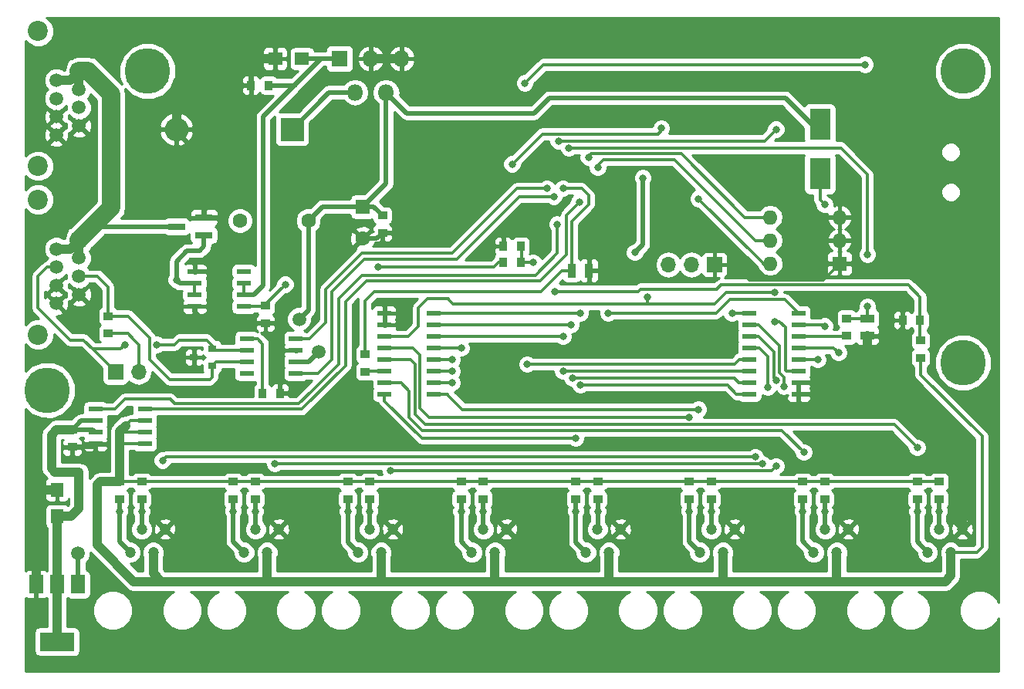
<source format=gbr>
G04 #@! TF.FileFunction,Copper,L2,Bot,Signal*
%FSLAX46Y46*%
G04 Gerber Fmt 4.6, Leading zero omitted, Abs format (unit mm)*
G04 Created by KiCad (PCBNEW 4.0.7) date Wed Jul  4 11:14:09 2018*
%MOMM*%
%LPD*%
G01*
G04 APERTURE LIST*
%ADD10C,0.100000*%
%ADD11C,1.200000*%
%ADD12C,5.000000*%
%ADD13R,1.535000X1.400000*%
%ADD14R,1.400000X1.535000*%
%ADD15R,1.600000X1.600000*%
%ADD16C,1.600000*%
%ADD17R,1.000000X0.845000*%
%ADD18R,0.845000X1.000000*%
%ADD19R,2.600000X2.600000*%
%ADD20O,2.600000X2.600000*%
%ADD21R,0.900000X0.800000*%
%ADD22R,2.300000X3.500000*%
%ADD23R,0.970000X1.500000*%
%ADD24R,1.500000X0.970000*%
%ADD25R,1.700000X1.700000*%
%ADD26O,1.700000X1.700000*%
%ADD27R,1.900000X0.800000*%
%ADD28R,3.800000X2.000000*%
%ADD29R,1.500000X2.000000*%
%ADD30R,1.550000X0.600000*%
%ADD31R,1.500000X0.600000*%
%ADD32R,1.800000X1.800000*%
%ADD33O,1.800000X1.800000*%
%ADD34C,2.200000*%
%ADD35R,1.500000X1.500000*%
%ADD36C,1.500000*%
%ADD37O,1.600000X1.600000*%
%ADD38C,0.800000*%
%ADD39C,0.500000*%
%ADD40C,0.300000*%
%ADD41C,1.000000*%
%ADD42C,2.000000*%
%ADD43C,0.250000*%
G04 APERTURE END LIST*
D10*
D11*
X87595000Y-125800000D03*
X88865000Y-123260000D03*
X90135000Y-125800000D03*
X91405000Y-123260000D03*
X75095000Y-125800000D03*
X76365000Y-123260000D03*
X77635000Y-125800000D03*
X78905000Y-123260000D03*
X37595000Y-125800000D03*
X38865000Y-123260000D03*
X40135000Y-125800000D03*
X41405000Y-123260000D03*
X50095000Y-125800000D03*
X51365000Y-123260000D03*
X52635000Y-125800000D03*
X53905000Y-123260000D03*
X62595000Y-125800000D03*
X63865000Y-123260000D03*
X65135000Y-125800000D03*
X66405000Y-123260000D03*
X100095000Y-125800000D03*
X101365000Y-123260000D03*
X102635000Y-125800000D03*
X103905000Y-123260000D03*
X112595000Y-125800000D03*
X113865000Y-123260000D03*
X115135000Y-125800000D03*
X116405000Y-123260000D03*
X125095000Y-125800000D03*
X126365000Y-123260000D03*
X127635000Y-125800000D03*
X128905000Y-123260000D03*
D12*
X28500000Y-108000000D03*
X129000000Y-73000000D03*
X129000000Y-105000000D03*
D13*
X56458500Y-71628000D03*
X53523500Y-71628000D03*
D14*
X29591000Y-121863500D03*
X29591000Y-118928500D03*
D15*
X63119000Y-87884000D03*
D16*
X63119000Y-91384000D03*
D17*
X31242000Y-114246500D03*
X31242000Y-112321500D03*
X65278000Y-88826500D03*
X65278000Y-90751500D03*
D18*
X80464500Y-92202000D03*
X78539500Y-92202000D03*
X52778500Y-74549000D03*
X50853500Y-74549000D03*
D19*
X55372000Y-79375000D03*
D20*
X42672000Y-79375000D03*
D21*
X46593000Y-103444000D03*
X46593000Y-105344000D03*
X44593000Y-104394000D03*
D22*
X113284000Y-78834000D03*
X113284000Y-84234000D03*
D23*
X86040000Y-94869000D03*
X87950000Y-94869000D03*
D24*
X118491000Y-100137000D03*
X118491000Y-102047000D03*
D25*
X36000000Y-106000000D03*
D26*
X38540000Y-106000000D03*
D16*
X57150000Y-89408000D03*
X49650000Y-89408000D03*
D25*
X101727000Y-94234000D03*
D26*
X99187000Y-94234000D03*
X96647000Y-94234000D03*
D27*
X45696000Y-89093000D03*
X45696000Y-90993000D03*
X42696000Y-90043000D03*
D17*
X124333000Y-104467500D03*
X124333000Y-102542500D03*
D18*
X124279500Y-100330000D03*
X122354500Y-100330000D03*
X52123500Y-108331000D03*
X54048500Y-108331000D03*
D17*
X35179000Y-99875500D03*
X35179000Y-101800500D03*
X36449000Y-119961500D03*
X36449000Y-118036500D03*
X38862000Y-119961500D03*
X38862000Y-118036500D03*
X48895000Y-119961500D03*
X48895000Y-118036500D03*
X51308000Y-119961500D03*
X51308000Y-118036500D03*
X61468000Y-119961500D03*
X61468000Y-118036500D03*
X63881000Y-119961500D03*
X63881000Y-118036500D03*
X73914000Y-119961500D03*
X73914000Y-118036500D03*
X76327000Y-119961500D03*
X76327000Y-118036500D03*
X86487000Y-119961500D03*
X86487000Y-118036500D03*
X88900000Y-119961500D03*
X88900000Y-118036500D03*
X98933000Y-119961500D03*
X98933000Y-118036500D03*
X101346000Y-119961500D03*
X101346000Y-118036500D03*
X111379000Y-119961500D03*
X111379000Y-118036500D03*
X113792000Y-119961500D03*
X113792000Y-118036500D03*
X123952000Y-119961500D03*
X123952000Y-118036500D03*
X126365000Y-119961500D03*
X126365000Y-118036500D03*
X52451000Y-98732500D03*
X52451000Y-100657500D03*
X63373000Y-105991500D03*
X63373000Y-104066500D03*
X116205000Y-102054500D03*
X116205000Y-100129500D03*
D18*
X80464500Y-93980000D03*
X78539500Y-93980000D03*
D28*
X29591000Y-135611000D03*
D29*
X29591000Y-129311000D03*
X31891000Y-129311000D03*
X27291000Y-129311000D03*
D30*
X55786000Y-102362000D03*
X55786000Y-103632000D03*
X55786000Y-104902000D03*
X55786000Y-106172000D03*
X50386000Y-106172000D03*
X50386000Y-104902000D03*
X50386000Y-103632000D03*
X50386000Y-102362000D03*
D31*
X65499000Y-108458000D03*
X65499000Y-107188000D03*
X65499000Y-105918000D03*
X65499000Y-104648000D03*
X65499000Y-103378000D03*
X65499000Y-102108000D03*
X65499000Y-100838000D03*
X65499000Y-99568000D03*
X70899000Y-99568000D03*
X70899000Y-100838000D03*
X70899000Y-102108000D03*
X70899000Y-103378000D03*
X70899000Y-104648000D03*
X70899000Y-105918000D03*
X70899000Y-107188000D03*
X70899000Y-108458000D03*
X110950000Y-99555000D03*
X110950000Y-100825000D03*
X110950000Y-102095000D03*
X110950000Y-103365000D03*
X110950000Y-104635000D03*
X110950000Y-105905000D03*
X110950000Y-107175000D03*
X110950000Y-108445000D03*
X105550000Y-108445000D03*
X105550000Y-107175000D03*
X105550000Y-105905000D03*
X105550000Y-104635000D03*
X105550000Y-103365000D03*
X105550000Y-102095000D03*
X105550000Y-100825000D03*
X105550000Y-99555000D03*
D30*
X33800000Y-113905000D03*
X33800000Y-112635000D03*
X33800000Y-111365000D03*
X33800000Y-110095000D03*
X39200000Y-110095000D03*
X39200000Y-111365000D03*
X39200000Y-112635000D03*
X39200000Y-113905000D03*
X44671000Y-98806000D03*
X44671000Y-97536000D03*
X44671000Y-96266000D03*
X44671000Y-94996000D03*
X50071000Y-94996000D03*
X50071000Y-96266000D03*
X50071000Y-97536000D03*
X50071000Y-98806000D03*
D32*
X60579000Y-71628000D03*
D33*
X62279000Y-75328000D03*
X63979000Y-71628000D03*
X65679000Y-75328000D03*
X67379000Y-71628000D03*
D34*
X27500000Y-83400000D03*
X27500000Y-68600000D03*
D35*
X32000000Y-73000000D03*
D36*
X29500000Y-74000000D03*
X32000000Y-75000000D03*
X29500000Y-76000000D03*
X32000000Y-77000000D03*
X29500000Y-78000000D03*
X32000000Y-79000000D03*
X29500000Y-80000000D03*
D34*
X27500000Y-101900000D03*
X27500000Y-87100000D03*
D35*
X32000000Y-91500000D03*
D36*
X29500000Y-92500000D03*
X32000000Y-93500000D03*
X29500000Y-94500000D03*
X32000000Y-95500000D03*
X29500000Y-96500000D03*
X32000000Y-97500000D03*
X29500000Y-98500000D03*
D12*
X39500000Y-73000000D03*
D15*
X115443000Y-94107000D03*
D37*
X107823000Y-89027000D03*
X115443000Y-91567000D03*
X107823000Y-91567000D03*
X115443000Y-89027000D03*
X107823000Y-94107000D03*
D38*
X42672000Y-95885000D03*
X42926000Y-104394000D03*
X31242000Y-115443000D03*
D36*
X27291000Y-119709000D03*
D38*
X82931000Y-88900000D03*
X76073000Y-93218000D03*
X68072000Y-99441000D03*
X80899000Y-74295000D03*
X118237000Y-72263000D03*
X99949000Y-110109000D03*
X103632000Y-99568000D03*
X92964000Y-92890500D03*
X93853000Y-84709000D03*
D36*
X56134000Y-100203000D03*
X58293000Y-103759000D03*
X31877000Y-125857000D03*
D38*
X95885000Y-79248000D03*
X79502000Y-83185000D03*
X108458000Y-79375000D03*
X84582000Y-80645000D03*
X40513000Y-103000000D03*
X37000000Y-103000000D03*
X36449000Y-121285000D03*
X72898000Y-104648000D03*
X107569000Y-107696000D03*
X41148000Y-115697000D03*
X38862000Y-121285000D03*
X106172000Y-115316000D03*
X48895000Y-121285000D03*
X72898000Y-105918000D03*
X108458000Y-106934000D03*
X106934000Y-116078000D03*
X51308000Y-121285000D03*
X53467000Y-116078000D03*
X61468000Y-121285000D03*
X72898000Y-107188000D03*
X66167000Y-116840000D03*
X109347000Y-107569000D03*
X108458000Y-116332000D03*
X63881000Y-121285000D03*
X73914000Y-121285000D03*
X73914000Y-103378000D03*
X81153000Y-105156000D03*
X76327000Y-121285000D03*
X86487000Y-121285000D03*
X86487000Y-113284000D03*
X90043000Y-99568000D03*
X88900000Y-121285000D03*
X98933000Y-121285000D03*
X98933000Y-110998000D03*
X101346000Y-121285000D03*
X113030000Y-104648000D03*
X111506000Y-114808000D03*
X111379000Y-121285000D03*
X113792000Y-121285000D03*
X113792000Y-100965000D03*
X123952000Y-114300000D03*
X123952000Y-121285000D03*
X115316000Y-103886000D03*
X126365000Y-121285000D03*
X84201000Y-97155000D03*
X83312000Y-85852000D03*
X84074000Y-86741000D03*
X85090000Y-85852000D03*
X108331000Y-97282000D03*
X108331000Y-100457000D03*
X94361000Y-97790000D03*
X86995000Y-99568000D03*
X86995000Y-107442000D03*
X86106000Y-106680000D03*
X85979000Y-100838000D03*
X85090000Y-102108000D03*
X85090000Y-105918000D03*
X118491000Y-98806000D03*
X118491000Y-93091000D03*
X85725000Y-81407000D03*
X81788000Y-93980000D03*
X113792000Y-87630000D03*
X86868000Y-87376000D03*
X64770000Y-94488000D03*
X54610000Y-96393000D03*
X84455000Y-89789000D03*
X99949000Y-86995000D03*
X88900000Y-83566000D03*
X87884000Y-82423000D03*
D39*
X44671000Y-96266000D02*
X43053000Y-96266000D01*
X45696000Y-92226000D02*
X45696000Y-90993000D01*
X45212000Y-92710000D02*
X45696000Y-92226000D01*
X43815000Y-92710000D02*
X45212000Y-92710000D01*
X42672000Y-93853000D02*
X43815000Y-92710000D01*
X42672000Y-95885000D02*
X42672000Y-93853000D01*
X43053000Y-96266000D02*
X42672000Y-95885000D01*
D40*
X44671000Y-96266000D02*
X44671000Y-97536000D01*
X44593000Y-104394000D02*
X42926000Y-104394000D01*
X115443000Y-89027000D02*
X115443000Y-91567000D01*
X115443000Y-94107000D02*
X115443000Y-91567000D01*
X108204000Y-95885000D02*
X113665000Y-95885000D01*
X113665000Y-95885000D02*
X115443000Y-94107000D01*
X104576000Y-94924000D02*
X105537000Y-95885000D01*
X105537000Y-95885000D02*
X108204000Y-95885000D01*
D39*
X31242000Y-115443000D02*
X31242000Y-114246500D01*
X31242000Y-114246500D02*
X33458500Y-114246500D01*
X33458500Y-114246500D02*
X33800000Y-113905000D01*
X44671000Y-94996000D02*
X47752000Y-94996000D01*
X47752000Y-89535000D02*
X47752000Y-94996000D01*
X47752000Y-94996000D02*
X47752000Y-100657500D01*
X47752000Y-100657500D02*
X47752000Y-100584000D01*
X44671000Y-98806000D02*
X44671000Y-99408000D01*
X44671000Y-99408000D02*
X45920500Y-100657500D01*
X45920500Y-100657500D02*
X47752000Y-100657500D01*
X47752000Y-100657500D02*
X52451000Y-100657500D01*
D40*
X87950000Y-94869000D02*
X93345000Y-94869000D01*
X101727000Y-92837000D02*
X101727000Y-94234000D01*
X100965000Y-92075000D02*
X101727000Y-92837000D01*
X96139000Y-92075000D02*
X100965000Y-92075000D01*
X93345000Y-94869000D02*
X96139000Y-92075000D01*
D41*
X42672000Y-79375000D02*
X42672000Y-77597000D01*
X42672000Y-77597000D02*
X48641000Y-71628000D01*
X48641000Y-71628000D02*
X53523500Y-71628000D01*
D40*
X78539500Y-91005500D02*
X80645000Y-88900000D01*
X78539500Y-91005500D02*
X78539500Y-92202000D01*
X80645000Y-88900000D02*
X82931000Y-88900000D01*
X78539500Y-92202000D02*
X77089000Y-92202000D01*
X77089000Y-92202000D02*
X76073000Y-93218000D01*
X65499000Y-100838000D02*
X66675000Y-100838000D01*
X66675000Y-100838000D02*
X68072000Y-99441000D01*
D39*
X47310000Y-89093000D02*
X45696000Y-89093000D01*
X47752000Y-89535000D02*
X47310000Y-89093000D01*
X42672000Y-79375000D02*
X42672000Y-79629000D01*
X42672000Y-79629000D02*
X45696000Y-82653000D01*
X45696000Y-82653000D02*
X45696000Y-89093000D01*
D41*
X128905000Y-123260000D02*
X128905000Y-113665000D01*
X118491000Y-103251000D02*
X118491000Y-102047000D01*
X128905000Y-113665000D02*
X118491000Y-103251000D01*
D40*
X118491000Y-102047000D02*
X121346000Y-102047000D01*
X121346000Y-102047000D02*
X122354500Y-101038500D01*
X122354500Y-101038500D02*
X122354500Y-100330000D01*
X110950000Y-108445000D02*
X116218000Y-108445000D01*
D41*
X116218000Y-108445000D02*
X118491000Y-106172000D01*
X118491000Y-106172000D02*
X118491000Y-102047000D01*
X63979000Y-71628000D02*
X67379000Y-71628000D01*
D39*
X63119000Y-91384000D02*
X64645500Y-91384000D01*
X64645500Y-91384000D02*
X65278000Y-90751500D01*
X50853500Y-74549000D02*
X50853500Y-72844500D01*
X50853500Y-72844500D02*
X52070000Y-71628000D01*
X52070000Y-71628000D02*
X53523500Y-71628000D01*
D40*
X52451000Y-100657500D02*
X53413500Y-100657500D01*
X53413500Y-100657500D02*
X54048500Y-101292500D01*
X54048500Y-101292500D02*
X54048500Y-103939500D01*
X54048500Y-108331000D02*
X54048500Y-103939500D01*
X54356000Y-103632000D02*
X55786000Y-103632000D01*
X54048500Y-103939500D02*
X54356000Y-103632000D01*
X101727000Y-94234000D02*
X103886000Y-94234000D01*
X103886000Y-94234000D02*
X104576000Y-94924000D01*
X27178000Y-125857000D02*
X27291000Y-125857000D01*
X27291000Y-125857000D02*
X27178000Y-125857000D01*
X27178000Y-125857000D02*
X27291000Y-125857000D01*
X65499000Y-99568000D02*
X65499000Y-100838000D01*
X110950000Y-108445000D02*
X110950000Y-107175000D01*
D41*
X27291000Y-129311000D02*
X27291000Y-125857000D01*
X27291000Y-125857000D02*
X27291000Y-119709000D01*
X28071500Y-118928500D02*
X29591000Y-118928500D01*
X27291000Y-119709000D02*
X28071500Y-118928500D01*
D40*
X99949000Y-110109000D02*
X74041000Y-110109000D01*
X80899000Y-74295000D02*
X82931000Y-72263000D01*
X82931000Y-72263000D02*
X118237000Y-72263000D01*
X103645000Y-99555000D02*
X105550000Y-99555000D01*
X103632000Y-99568000D02*
X103645000Y-99555000D01*
D39*
X93853000Y-91948000D02*
X93853000Y-84709000D01*
X92964000Y-92890500D02*
X93853000Y-92001500D01*
D40*
X93853000Y-92001500D02*
X93853000Y-91948000D01*
X70899000Y-108458000D02*
X72390000Y-108458000D01*
X72390000Y-108458000D02*
X72517000Y-108585000D01*
X74041000Y-110109000D02*
X72517000Y-108585000D01*
X63881000Y-118036500D02*
X73914000Y-118036500D01*
D41*
X34000000Y-119507000D02*
X34000000Y-118380004D01*
X34000000Y-118380004D02*
X34343504Y-118036500D01*
X36449000Y-118036500D02*
X34343504Y-118036500D01*
X34343504Y-118036500D02*
X34000000Y-118380004D01*
D40*
X39200000Y-113905000D02*
X36449000Y-113905000D01*
X36449000Y-113905000D02*
X36449000Y-113792000D01*
X39200000Y-112635000D02*
X36562000Y-112635000D01*
X36562000Y-112635000D02*
X36449000Y-112522000D01*
X39200000Y-111365000D02*
X37606000Y-111365000D01*
D41*
X36449000Y-112522000D02*
X37084000Y-111887000D01*
X36449000Y-112522000D02*
X36449000Y-113792000D01*
X36449000Y-113792000D02*
X36449000Y-118036500D01*
D40*
X37606000Y-111365000D02*
X37084000Y-111887000D01*
D41*
X38000000Y-129000000D02*
X34000000Y-125000000D01*
X38000000Y-129000000D02*
X41000000Y-129000000D01*
X34000000Y-125000000D02*
X34000000Y-119507000D01*
D40*
X36449000Y-118036500D02*
X38862000Y-118036500D01*
X38862000Y-118036500D02*
X48895000Y-118036500D01*
X48895000Y-118036500D02*
X51308000Y-118036500D01*
X51308000Y-118036500D02*
X61468000Y-118036500D01*
X61468000Y-118036500D02*
X63881000Y-118036500D01*
X73914000Y-118036500D02*
X76327000Y-118036500D01*
X76327000Y-118036500D02*
X86487000Y-118036500D01*
X86487000Y-118036500D02*
X88900000Y-118036500D01*
X88900000Y-118036500D02*
X98933000Y-118036500D01*
X98933000Y-118036500D02*
X101346000Y-118036500D01*
X101346000Y-118036500D02*
X111379000Y-118036500D01*
X111379000Y-118036500D02*
X113792000Y-118036500D01*
X113792000Y-118036500D02*
X123952000Y-118036500D01*
X123952000Y-118036500D02*
X126365000Y-118036500D01*
X127635000Y-125800000D02*
X130486000Y-125800000D01*
X124333000Y-106299000D02*
X124333000Y-104467500D01*
X131064000Y-113030000D02*
X124333000Y-106299000D01*
X131064000Y-125222000D02*
X131064000Y-113030000D01*
X130486000Y-125800000D02*
X131064000Y-125222000D01*
D41*
X52635000Y-125800000D02*
X52635000Y-129000000D01*
X52635000Y-129000000D02*
X53000000Y-129000000D01*
X65135000Y-125800000D02*
X65135000Y-129000000D01*
X65135000Y-129000000D02*
X65000000Y-129000000D01*
X77635000Y-125800000D02*
X77635000Y-129000000D01*
X77635000Y-129000000D02*
X78000000Y-129000000D01*
X90135000Y-125800000D02*
X90135000Y-129000000D01*
X90135000Y-129000000D02*
X90000000Y-129000000D01*
X102635000Y-125800000D02*
X102635000Y-129000000D01*
X102635000Y-129000000D02*
X103000000Y-129000000D01*
X115135000Y-125800000D02*
X115135000Y-129000000D01*
X115135000Y-129000000D02*
X115000000Y-129000000D01*
X40135000Y-125800000D02*
X40135000Y-128135000D01*
X127635000Y-128365000D02*
X127635000Y-125800000D01*
X127000000Y-129000000D02*
X127635000Y-128365000D01*
X41000000Y-129000000D02*
X53000000Y-129000000D01*
X53000000Y-129000000D02*
X65000000Y-129000000D01*
X65000000Y-129000000D02*
X78000000Y-129000000D01*
X78000000Y-129000000D02*
X90000000Y-129000000D01*
X90000000Y-129000000D02*
X103000000Y-129000000D01*
X103000000Y-129000000D02*
X115000000Y-129000000D01*
X115000000Y-129000000D02*
X127000000Y-129000000D01*
X40135000Y-128135000D02*
X41000000Y-129000000D01*
D39*
X81915000Y-77597000D02*
X83566000Y-75946000D01*
X109474000Y-75946000D02*
X112362000Y-78834000D01*
X83566000Y-75946000D02*
X109474000Y-75946000D01*
X112362000Y-78834000D02*
X113284000Y-78834000D01*
X67948000Y-77597000D02*
X65679000Y-75328000D01*
X81915000Y-77597000D02*
X67948000Y-77597000D01*
X63119000Y-87884000D02*
X58674000Y-87884000D01*
X58674000Y-87884000D02*
X57150000Y-89408000D01*
X57150000Y-89408000D02*
X57150000Y-99187000D01*
X57150000Y-99187000D02*
X56134000Y-100203000D01*
X55786000Y-104902000D02*
X57150000Y-104902000D01*
X57150000Y-104902000D02*
X58293000Y-103759000D01*
X31891000Y-125871000D02*
X31891000Y-129311000D01*
X31877000Y-125857000D02*
X31891000Y-125871000D01*
X65679000Y-75328000D02*
X65679000Y-85324000D01*
X65679000Y-85324000D02*
X63119000Y-87884000D01*
X63119000Y-87884000D02*
X64335500Y-87884000D01*
X64335500Y-87884000D02*
X65278000Y-88826500D01*
D40*
X95885000Y-79248000D02*
X95885000Y-79502000D01*
X95504000Y-79883000D02*
X82804000Y-79883000D01*
X95885000Y-79502000D02*
X95504000Y-79883000D01*
X79502000Y-83185000D02*
X82804000Y-79883000D01*
X84582000Y-80645000D02*
X107188000Y-80645000D01*
X107188000Y-80645000D02*
X108458000Y-79375000D01*
D39*
X62279000Y-75328000D02*
X59419000Y-75328000D01*
X59419000Y-75328000D02*
X55372000Y-79375000D01*
D40*
X40513000Y-103000000D02*
X42500000Y-103000000D01*
X46593000Y-103444000D02*
X46593000Y-103093000D01*
X46593000Y-103093000D02*
X46000000Y-102500000D01*
X36500000Y-103500000D02*
X33500000Y-103500000D01*
X37000000Y-103000000D02*
X36500000Y-103500000D01*
X43000000Y-102500000D02*
X42500000Y-103000000D01*
X46000000Y-102500000D02*
X43000000Y-102500000D01*
X31500000Y-102500000D02*
X32500000Y-102500000D01*
X28500000Y-94500000D02*
X27500000Y-95500000D01*
X27500000Y-95500000D02*
X27500000Y-99000000D01*
X27500000Y-99000000D02*
X31000000Y-102500000D01*
X31000000Y-102500000D02*
X31500000Y-102500000D01*
X29500000Y-94500000D02*
X28500000Y-94500000D01*
X32500000Y-102500000D02*
X33500000Y-103500000D01*
X33500000Y-103500000D02*
X36000000Y-106000000D01*
X29500000Y-94500000D02*
X29000000Y-94500000D01*
X50386000Y-103632000D02*
X46781000Y-103632000D01*
X46781000Y-103632000D02*
X46593000Y-103444000D01*
X37338000Y-99875500D02*
X37391500Y-99875500D01*
X41910000Y-106807000D02*
X43307000Y-106807000D01*
X39751000Y-104648000D02*
X41910000Y-106807000D01*
X39751000Y-102235000D02*
X39751000Y-104648000D01*
X37391500Y-99875500D02*
X39751000Y-102235000D01*
X32000000Y-95500000D02*
X34000000Y-95500000D01*
X35179000Y-96679000D02*
X35179000Y-99875500D01*
X34000000Y-95500000D02*
X35179000Y-96679000D01*
X35179000Y-99875500D02*
X37338000Y-99875500D01*
X43307000Y-106807000D02*
X46355000Y-106807000D01*
X46355000Y-106807000D02*
X46593000Y-106569000D01*
X46593000Y-106569000D02*
X46593000Y-105344000D01*
X50386000Y-104902000D02*
X47035000Y-104902000D01*
X47035000Y-104902000D02*
X46593000Y-105344000D01*
X38540000Y-106000000D02*
X38540000Y-103000000D01*
X37340500Y-101800500D02*
X38000000Y-102460000D01*
X37340500Y-101800500D02*
X35179000Y-101800500D01*
X38540000Y-103000000D02*
X38000000Y-102460000D01*
X70899000Y-104648000D02*
X72885000Y-104635000D01*
X72898000Y-104648000D02*
X72885000Y-104635000D01*
D39*
X36449000Y-119961500D02*
X36449000Y-121285000D01*
X36449000Y-121285000D02*
X36449000Y-124654000D01*
X36449000Y-124654000D02*
X37595000Y-125800000D01*
D40*
X105550000Y-103365000D02*
X106667000Y-103365000D01*
X106667000Y-103365000D02*
X107569000Y-104267000D01*
X107569000Y-104267000D02*
X107569000Y-107696000D01*
X106172000Y-115316000D02*
X41529000Y-115316000D01*
X41529000Y-115316000D02*
X41148000Y-115697000D01*
D39*
X38862000Y-119961500D02*
X38862000Y-121285000D01*
X38862000Y-121285000D02*
X38862000Y-123257000D01*
X38862000Y-123257000D02*
X38865000Y-123260000D01*
D40*
X70899000Y-105918000D02*
X72885000Y-105905000D01*
X72898000Y-105918000D02*
X72885000Y-105905000D01*
D39*
X48895000Y-119961500D02*
X48895000Y-121285000D01*
X48895000Y-121285000D02*
X48895000Y-124600000D01*
X48895000Y-124600000D02*
X50095000Y-125800000D01*
D40*
X107251500Y-102806500D02*
X108204000Y-103759000D01*
X108204000Y-106680000D02*
X108458000Y-106934000D01*
X108204000Y-103759000D02*
X108204000Y-106680000D01*
X106934000Y-116078000D02*
X53467000Y-116078000D01*
X107251500Y-102806500D02*
X106540000Y-102095000D01*
X105550000Y-102095000D02*
X106540000Y-102095000D01*
D39*
X51308000Y-119961500D02*
X51308000Y-121285000D01*
X51308000Y-121285000D02*
X51308000Y-123203000D01*
X51308000Y-123203000D02*
X51365000Y-123260000D01*
D40*
X70899000Y-107188000D02*
X72885000Y-107175000D01*
X72898000Y-107188000D02*
X72885000Y-107175000D01*
D39*
X61468000Y-119961500D02*
X61468000Y-121285000D01*
X61468000Y-121285000D02*
X61468000Y-124673000D01*
X61468000Y-124673000D02*
X62595000Y-125800000D01*
D40*
X66167000Y-116840000D02*
X107950000Y-116840000D01*
X107823000Y-102108000D02*
X108839000Y-103124000D01*
X105550000Y-100825000D02*
X106540000Y-100825000D01*
X106540000Y-100825000D02*
X107823000Y-102108000D01*
X108839000Y-103124000D02*
X108839000Y-106045000D01*
X108839000Y-106045000D02*
X109347000Y-106553000D01*
X109347000Y-106553000D02*
X109347000Y-107569000D01*
X108458000Y-116332000D02*
X107950000Y-116840000D01*
D39*
X63881000Y-119961500D02*
X63881000Y-121285000D01*
X63881000Y-121285000D02*
X63881000Y-123244000D01*
X63881000Y-123244000D02*
X63865000Y-123260000D01*
D40*
X70899000Y-103378000D02*
X73901000Y-103365000D01*
X73914000Y-103378000D02*
X73901000Y-103365000D01*
D39*
X73914000Y-119961500D02*
X73914000Y-121285000D01*
X73914000Y-121285000D02*
X73914000Y-124619000D01*
X73914000Y-124619000D02*
X75095000Y-125800000D01*
D40*
X104394000Y-104635000D02*
X104394000Y-104648000D01*
X105550000Y-104635000D02*
X104394000Y-104635000D01*
X104394000Y-104648000D02*
X103886000Y-105156000D01*
X103886000Y-105156000D02*
X81153000Y-105156000D01*
D39*
X76327000Y-119961500D02*
X76327000Y-121285000D01*
X76327000Y-121285000D02*
X76327000Y-123222000D01*
X76327000Y-123222000D02*
X76365000Y-123260000D01*
D40*
X69850000Y-113284000D02*
X69596000Y-113284000D01*
X65499000Y-109187000D02*
X65499000Y-108458000D01*
X69596000Y-113284000D02*
X65499000Y-109187000D01*
X86487000Y-113284000D02*
X69850000Y-113284000D01*
D39*
X86487000Y-119961500D02*
X86487000Y-121285000D01*
X86487000Y-121285000D02*
X86487000Y-124692000D01*
X86487000Y-124692000D02*
X87595000Y-125800000D01*
D40*
X90043000Y-99568000D02*
X101854000Y-99568000D01*
X101854000Y-99568000D02*
X103378000Y-98044000D01*
X110950000Y-99555000D02*
X109439000Y-98044000D01*
X103378000Y-98044000D02*
X109439000Y-98044000D01*
D39*
X88900000Y-119961500D02*
X88900000Y-121285000D01*
X88900000Y-121285000D02*
X88900000Y-123225000D01*
X88900000Y-123225000D02*
X88865000Y-123260000D01*
D40*
X98933000Y-110998000D02*
X70358000Y-110998000D01*
X69342000Y-109982000D02*
X69342000Y-109601000D01*
X70358000Y-110998000D02*
X69342000Y-109982000D01*
X65499000Y-103378000D02*
X68580000Y-103378000D01*
X69342000Y-104140000D02*
X69342000Y-109601000D01*
X68580000Y-103378000D02*
X69342000Y-104140000D01*
D39*
X98933000Y-119961500D02*
X98933000Y-121285000D01*
X98933000Y-121285000D02*
X98933000Y-124638000D01*
X98933000Y-124638000D02*
X100095000Y-125800000D01*
D40*
X110950000Y-104635000D02*
X113017000Y-104635000D01*
X113030000Y-104648000D02*
X113017000Y-104635000D01*
D39*
X101346000Y-119961500D02*
X101346000Y-121285000D01*
X101346000Y-121285000D02*
X101346000Y-123241000D01*
X101346000Y-123241000D02*
X101365000Y-123260000D01*
D40*
X105283000Y-112395000D02*
X109093000Y-112395000D01*
X109093000Y-112395000D02*
X111506000Y-114808000D01*
X65499000Y-107188000D02*
X67310000Y-107188000D01*
X68199000Y-110998000D02*
X69596000Y-112395000D01*
X68199000Y-108077000D02*
X68199000Y-110998000D01*
X67310000Y-107188000D02*
X68199000Y-108077000D01*
X69596000Y-112395000D02*
X105283000Y-112395000D01*
D39*
X111379000Y-119961500D02*
X111379000Y-121285000D01*
X111379000Y-121285000D02*
X111379000Y-124584000D01*
X111379000Y-124584000D02*
X112595000Y-125800000D01*
D40*
X110950000Y-100825000D02*
X113652000Y-100825000D01*
X113792000Y-100965000D02*
X113652000Y-100825000D01*
D39*
X113792000Y-119961500D02*
X113792000Y-121285000D01*
X113792000Y-121285000D02*
X113792000Y-123187000D01*
X113792000Y-123187000D02*
X113865000Y-123260000D01*
D40*
X105791000Y-111760000D02*
X121412000Y-111760000D01*
X121412000Y-111760000D02*
X123952000Y-114300000D01*
X104775000Y-111760000D02*
X105791000Y-111760000D01*
X68841998Y-110243998D02*
X68841998Y-110624998D01*
X69977000Y-111760000D02*
X104775000Y-111760000D01*
X68841998Y-110624998D02*
X69977000Y-111760000D01*
X65499000Y-104648000D02*
X68326000Y-104648000D01*
X68841998Y-105163998D02*
X68841998Y-110243998D01*
X68326000Y-104648000D02*
X68841998Y-105163998D01*
D39*
X123952000Y-119961500D02*
X123952000Y-121285000D01*
X123952000Y-121285000D02*
X123952000Y-124657000D01*
X123952000Y-124657000D02*
X125095000Y-125800000D01*
D40*
X110950000Y-103365000D02*
X114795000Y-103365000D01*
X114795000Y-103365000D02*
X115316000Y-103886000D01*
D39*
X126365000Y-119961500D02*
X126365000Y-121285000D01*
X126365000Y-121285000D02*
X126365000Y-123260000D01*
D40*
X124279500Y-99000000D02*
X124279500Y-97779500D01*
X122941000Y-96441000D02*
X121000000Y-96441000D01*
X124279500Y-97779500D02*
X122941000Y-96441000D01*
X102441000Y-96441000D02*
X121000000Y-96441000D01*
X92837000Y-97155000D02*
X93345000Y-97155000D01*
X93345000Y-97155000D02*
X93599000Y-96901000D01*
X101981000Y-96901000D02*
X102441000Y-96441000D01*
X93599000Y-96901000D02*
X101981000Y-96901000D01*
X84201000Y-97155000D02*
X92837000Y-97155000D01*
X124279500Y-100330000D02*
X124279500Y-99000000D01*
X124279500Y-100330000D02*
X124279500Y-102489000D01*
X124279500Y-102489000D02*
X124333000Y-102542500D01*
X124152500Y-102362000D02*
X124333000Y-102542500D01*
X50386000Y-102362000D02*
X51562000Y-102362000D01*
X52123500Y-102923500D02*
X52123500Y-108331000D01*
X51562000Y-102362000D02*
X52123500Y-102923500D01*
X80010000Y-85852000D02*
X83312000Y-85852000D01*
X59055000Y-100584000D02*
X59055000Y-96901000D01*
X59055000Y-96901000D02*
X62992000Y-92964000D01*
X62992000Y-92964000D02*
X72898000Y-92964000D01*
X72898000Y-92964000D02*
X80010000Y-85852000D01*
X55786000Y-102362000D02*
X57277000Y-102362000D01*
X57277000Y-102362000D02*
X59055000Y-100584000D01*
X84074000Y-86741000D02*
X80264000Y-86741000D01*
X73406000Y-93599000D02*
X63246000Y-93599000D01*
X73406000Y-93599000D02*
X80264000Y-86741000D01*
X59690000Y-97155000D02*
X63246000Y-93599000D01*
X55786000Y-106172000D02*
X58166000Y-106172000D01*
X59690000Y-104648000D02*
X59690000Y-97155000D01*
X58166000Y-106172000D02*
X59690000Y-104648000D01*
X63373000Y-104066500D02*
X63373000Y-98171000D01*
X63373000Y-98171000D02*
X64389000Y-97155000D01*
X86040000Y-94869000D02*
X86040000Y-89474000D01*
X86040000Y-89474000D02*
X87884000Y-87630000D01*
X85090000Y-85852000D02*
X87122000Y-85852000D01*
X87122000Y-85852000D02*
X87884000Y-86614000D01*
X87884000Y-86614000D02*
X87884000Y-87630000D01*
X64389000Y-97155000D02*
X82677000Y-97155000D01*
X84963000Y-94869000D02*
X86040000Y-94869000D01*
X82677000Y-97155000D02*
X84963000Y-94869000D01*
X85913000Y-94742000D02*
X86040000Y-94869000D01*
X63238500Y-104201000D02*
X63373000Y-104066500D01*
X102489000Y-97790000D02*
X102997000Y-97282000D01*
X101727000Y-98552000D02*
X100711000Y-98552000D01*
X102489000Y-97790000D02*
X101727000Y-98552000D01*
X108331000Y-100457000D02*
X108839000Y-100457000D01*
X110950000Y-105905000D02*
X109588000Y-105905000D01*
X108331000Y-97282000D02*
X102997000Y-97282000D01*
X108839000Y-100457000D02*
X109474000Y-101092000D01*
X109474000Y-101092000D02*
X109474000Y-105791000D01*
X109474000Y-105791000D02*
X109588000Y-105905000D01*
X72517000Y-97917000D02*
X70231000Y-97917000D01*
X68072000Y-102108000D02*
X65499000Y-102108000D01*
X69215000Y-100965000D02*
X68072000Y-102108000D01*
X69215000Y-98933000D02*
X69215000Y-100965000D01*
X70231000Y-97917000D02*
X69215000Y-98933000D01*
X94361000Y-97790000D02*
X94361000Y-98552000D01*
X72517000Y-97917000D02*
X72517000Y-98044000D01*
X73025000Y-98552000D02*
X94361000Y-98552000D01*
X72517000Y-98044000D02*
X73025000Y-98552000D01*
X94361000Y-98552000D02*
X100711000Y-98552000D01*
X86995000Y-107442000D02*
X103124000Y-107442000D01*
X104127000Y-108445000D02*
X105550000Y-108445000D01*
X103124000Y-107442000D02*
X104127000Y-108445000D01*
X86982000Y-99555000D02*
X86995000Y-99568000D01*
X70899000Y-99568000D02*
X86982000Y-99555000D01*
X105550000Y-107175000D02*
X104381000Y-107175000D01*
X103886000Y-106680000D02*
X102870000Y-106680000D01*
X104381000Y-107175000D02*
X103886000Y-106680000D01*
X86106000Y-106680000D02*
X102870000Y-106680000D01*
X70899000Y-100838000D02*
X85966000Y-100825000D01*
X85966000Y-100825000D02*
X85979000Y-100838000D01*
X70899000Y-102108000D02*
X85077000Y-102095000D01*
X85077000Y-102095000D02*
X85090000Y-102108000D01*
X85103000Y-105905000D02*
X85090000Y-105918000D01*
X85103000Y-105905000D02*
X105550000Y-105905000D01*
X85725000Y-81407000D02*
X115570000Y-81407000D01*
X118491000Y-84328000D02*
X118491000Y-93091000D01*
X118491000Y-98806000D02*
X118491000Y-100137000D01*
X115570000Y-81407000D02*
X118491000Y-84328000D01*
X116205000Y-100129500D02*
X118483500Y-100129500D01*
X118483500Y-100129500D02*
X118491000Y-100137000D01*
X65499000Y-105918000D02*
X63459500Y-105905000D01*
X63459500Y-105905000D02*
X63373000Y-105991500D01*
X110950000Y-102095000D02*
X116164500Y-102095000D01*
X116164500Y-102095000D02*
X116205000Y-102054500D01*
D39*
X52778500Y-74549000D02*
X55626000Y-74549000D01*
X55626000Y-74549000D02*
X55753000Y-74422000D01*
X56458500Y-71628000D02*
X58547000Y-71628000D01*
X50071000Y-97536000D02*
X51181000Y-97536000D01*
X58547000Y-71628000D02*
X60579000Y-71628000D01*
X52197000Y-77978000D02*
X55753000Y-74422000D01*
X55753000Y-74422000D02*
X58547000Y-71628000D01*
X52197000Y-96520000D02*
X52197000Y-77978000D01*
X51181000Y-97536000D02*
X52197000Y-96520000D01*
D40*
X50071000Y-96266000D02*
X50071000Y-97536000D01*
D41*
X28956000Y-113919000D02*
X28956000Y-116586000D01*
X29370000Y-117000000D02*
X32000000Y-117000000D01*
X28956000Y-116586000D02*
X29370000Y-117000000D01*
D39*
X33800000Y-111365000D02*
X32198500Y-111365000D01*
X32198500Y-111365000D02*
X31242000Y-112321500D01*
X31242000Y-112321500D02*
X33486500Y-112321500D01*
X33486500Y-112321500D02*
X33800000Y-112635000D01*
D41*
X29537500Y-112321500D02*
X28956000Y-112903000D01*
X28956000Y-112903000D02*
X28956000Y-113919000D01*
X31242000Y-112321500D02*
X29537500Y-112321500D01*
X29591000Y-121863500D02*
X31136500Y-121863500D01*
X32000000Y-121000000D02*
X32000000Y-117000000D01*
X31136500Y-121863500D02*
X32000000Y-121000000D01*
X29591000Y-129311000D02*
X29591000Y-135611000D01*
X29591000Y-121863500D02*
X29591000Y-129311000D01*
D40*
X80464500Y-93980000D02*
X81788000Y-93980000D01*
X80518000Y-92275500D02*
X80518000Y-93926500D01*
X80518000Y-93926500D02*
X80464500Y-93980000D01*
X113284000Y-87122000D02*
X113284000Y-84234000D01*
X113792000Y-87630000D02*
X113284000Y-87122000D01*
D39*
X42696000Y-90043000D02*
X33457000Y-90043000D01*
X33457000Y-90043000D02*
X33500000Y-90000000D01*
D42*
X32000000Y-91500000D02*
X33500000Y-90000000D01*
X33500000Y-90000000D02*
X35500000Y-88000000D01*
X33000000Y-73000000D02*
X32000000Y-73000000D01*
X35500000Y-75500000D02*
X33000000Y-73000000D01*
X35500000Y-88000000D02*
X35500000Y-75500000D01*
D41*
X29500000Y-74000000D02*
X31000000Y-74000000D01*
X31000000Y-74000000D02*
X32000000Y-73000000D01*
X32000000Y-73000000D02*
X32000000Y-75000000D01*
X29500000Y-92500000D02*
X31000000Y-92500000D01*
X31000000Y-92500000D02*
X32000000Y-91500000D01*
X32000000Y-91500000D02*
X32000000Y-93500000D01*
D40*
X39200000Y-110095000D02*
X56402000Y-110095000D01*
X56500000Y-110000000D02*
X56500000Y-109997000D01*
X56497000Y-110000000D02*
X56500000Y-110000000D01*
X56402000Y-110095000D02*
X56497000Y-110000000D01*
X56500000Y-109997000D02*
X61214000Y-105283000D01*
X61214000Y-102997000D02*
X61214000Y-98298000D01*
X61214000Y-102997000D02*
X61214000Y-105283000D01*
X85471000Y-88773000D02*
X86868000Y-87376000D01*
X63500000Y-96012000D02*
X61722000Y-97790000D01*
X82550000Y-96012000D02*
X63500000Y-96012000D01*
X82550000Y-96012000D02*
X85471000Y-93091000D01*
X85471000Y-93091000D02*
X85471000Y-88773000D01*
X61214000Y-98298000D02*
X61722000Y-97790000D01*
X78539500Y-93980000D02*
X77978000Y-93980000D01*
X77470000Y-94488000D02*
X64770000Y-94488000D01*
X77978000Y-93980000D02*
X77470000Y-94488000D01*
X52451000Y-98732500D02*
X52451000Y-98552000D01*
X52451000Y-98552000D02*
X54610000Y-96393000D01*
X50071000Y-98806000D02*
X52377500Y-98806000D01*
X52377500Y-98806000D02*
X52451000Y-98732500D01*
X54500000Y-109500000D02*
X56108000Y-109500000D01*
X56108000Y-109500000D02*
X57531000Y-108077000D01*
X54500000Y-109500000D02*
X42500000Y-109500000D01*
X35905000Y-110095000D02*
X33800000Y-110095000D01*
X37000000Y-109000000D02*
X35905000Y-110095000D01*
X42000000Y-109000000D02*
X37000000Y-109000000D01*
X42500000Y-109500000D02*
X42000000Y-109000000D01*
X57531000Y-108077000D02*
X60452000Y-105156000D01*
X84455000Y-92964000D02*
X84455000Y-89789000D01*
X62992000Y-95377000D02*
X82042000Y-95377000D01*
X82042000Y-95377000D02*
X84455000Y-92964000D01*
X60452000Y-97917000D02*
X60452000Y-105156000D01*
X62992000Y-95377000D02*
X60452000Y-97917000D01*
X99949000Y-86995000D02*
X106426000Y-93472000D01*
X106426000Y-93472000D02*
X106934000Y-93980000D01*
X107823000Y-94107000D02*
X107061000Y-94107000D01*
X107061000Y-94107000D02*
X106934000Y-93980000D01*
X107823000Y-91567000D02*
X106172000Y-91567000D01*
X97282000Y-82677000D02*
X96647000Y-82677000D01*
X106172000Y-91567000D02*
X97282000Y-82677000D01*
X88900000Y-83566000D02*
X88900000Y-83312000D01*
X89535000Y-82677000D02*
X96647000Y-82677000D01*
X88900000Y-83312000D02*
X89535000Y-82677000D01*
X107823000Y-89027000D02*
X105029000Y-89027000D01*
X105029000Y-89027000D02*
X98044000Y-82042000D01*
X87884000Y-82423000D02*
X87884000Y-82296000D01*
X88138000Y-82042000D02*
X98044000Y-82042000D01*
X87884000Y-82296000D02*
X88138000Y-82042000D01*
D43*
G36*
X132875000Y-131321200D02*
X132697363Y-130891285D01*
X132072007Y-130264837D01*
X131254521Y-129925387D01*
X130369362Y-129924615D01*
X129551285Y-130262637D01*
X128924837Y-130887993D01*
X128585387Y-131705479D01*
X128584615Y-132590638D01*
X128922637Y-133408715D01*
X129547993Y-134035163D01*
X130365479Y-134374613D01*
X131250638Y-134375385D01*
X132068715Y-134037363D01*
X132695163Y-133412007D01*
X132875000Y-132978912D01*
X132875000Y-138875000D01*
X26125000Y-138875000D01*
X26125000Y-130778883D01*
X26186966Y-130840849D01*
X26416680Y-130936000D01*
X27009750Y-130936000D01*
X27166000Y-130779750D01*
X27166000Y-129436000D01*
X27146000Y-129436000D01*
X27146000Y-129186000D01*
X27166000Y-129186000D01*
X27166000Y-127842250D01*
X27009750Y-127686000D01*
X26416680Y-127686000D01*
X26186966Y-127781151D01*
X26125000Y-127843117D01*
X26125000Y-119209750D01*
X28266000Y-119209750D01*
X28266000Y-119820320D01*
X28361150Y-120050034D01*
X28536966Y-120225849D01*
X28766680Y-120321000D01*
X29309750Y-120321000D01*
X29466000Y-120164750D01*
X29466000Y-119053500D01*
X28422250Y-119053500D01*
X28266000Y-119209750D01*
X26125000Y-119209750D01*
X26125000Y-110044130D01*
X26727519Y-110647701D01*
X27875672Y-111124456D01*
X29118874Y-111125541D01*
X30267858Y-110650791D01*
X31147701Y-109772481D01*
X31624456Y-108624328D01*
X31625541Y-107381126D01*
X31150791Y-106232142D01*
X30272481Y-105352299D01*
X29124328Y-104875544D01*
X27881126Y-104874459D01*
X26732142Y-105349209D01*
X26125000Y-105955293D01*
X26125000Y-102964249D01*
X26521590Y-103361531D01*
X27155371Y-103624700D01*
X27841618Y-103625299D01*
X28475858Y-103363237D01*
X28961531Y-102878410D01*
X29224700Y-102244629D01*
X29225070Y-101821085D01*
X30451990Y-103048005D01*
X30451992Y-103048008D01*
X30643556Y-103176007D01*
X30703420Y-103216007D01*
X31000000Y-103275000D01*
X32178984Y-103275000D01*
X32951990Y-104048005D01*
X32951992Y-104048008D01*
X34512756Y-105608772D01*
X34512756Y-106850000D01*
X34556337Y-107081611D01*
X34693219Y-107294332D01*
X34902076Y-107437038D01*
X35150000Y-107487244D01*
X36850000Y-107487244D01*
X37081611Y-107443663D01*
X37294332Y-107306781D01*
X37437038Y-107097924D01*
X37455035Y-107009050D01*
X37497017Y-107071880D01*
X37975542Y-107391619D01*
X38540000Y-107503897D01*
X39104458Y-107391619D01*
X39582983Y-107071880D01*
X39902722Y-106593355D01*
X40015000Y-106028897D01*
X40015000Y-106008016D01*
X41361992Y-107355008D01*
X41613420Y-107523007D01*
X41910000Y-107582000D01*
X46355000Y-107582000D01*
X46651580Y-107523007D01*
X46903008Y-107355008D01*
X47141008Y-107117008D01*
X47309007Y-106865580D01*
X47368000Y-106569000D01*
X47368000Y-106277569D01*
X47487332Y-106200781D01*
X47630038Y-105991924D01*
X47680244Y-105744000D01*
X47680244Y-105677000D01*
X49013245Y-105677000D01*
X48973756Y-105872000D01*
X48973756Y-106472000D01*
X49017337Y-106703611D01*
X49154219Y-106916332D01*
X49363076Y-107059038D01*
X49611000Y-107109244D01*
X51161000Y-107109244D01*
X51348500Y-107073963D01*
X51348500Y-107315127D01*
X51256668Y-107374219D01*
X51113962Y-107583076D01*
X51063756Y-107831000D01*
X51063756Y-108725000D01*
X42821016Y-108725000D01*
X42548008Y-108451992D01*
X42296580Y-108283993D01*
X42000000Y-108225000D01*
X37000000Y-108225000D01*
X36703420Y-108283993D01*
X36451992Y-108451992D01*
X35583984Y-109320000D01*
X34986897Y-109320000D01*
X34822924Y-109207962D01*
X34575000Y-109157756D01*
X33025000Y-109157756D01*
X32793389Y-109201337D01*
X32580668Y-109338219D01*
X32437962Y-109547076D01*
X32387756Y-109795000D01*
X32387756Y-110395000D01*
X32405632Y-110490000D01*
X32198500Y-110490000D01*
X31863652Y-110556605D01*
X31579781Y-110746282D01*
X31129563Y-111196500D01*
X29537500Y-111196500D01*
X29106981Y-111282136D01*
X28742005Y-111526005D01*
X28160505Y-112107505D01*
X27916636Y-112472481D01*
X27831000Y-112903000D01*
X27831000Y-116586000D01*
X27916636Y-117016519D01*
X28080327Y-117261500D01*
X28160505Y-117381495D01*
X28473563Y-117694553D01*
X28361150Y-117806966D01*
X28266000Y-118036680D01*
X28266000Y-118647250D01*
X28422250Y-118803500D01*
X29466000Y-118803500D01*
X29466000Y-118783500D01*
X29716000Y-118783500D01*
X29716000Y-118803500D01*
X29736000Y-118803500D01*
X29736000Y-119053500D01*
X29716000Y-119053500D01*
X29716000Y-120164750D01*
X29872250Y-120321000D01*
X30415320Y-120321000D01*
X30645034Y-120225849D01*
X30820850Y-120050034D01*
X30875000Y-119919303D01*
X30875000Y-120534010D01*
X30751524Y-120657486D01*
X30747781Y-120651668D01*
X30538924Y-120508962D01*
X30291000Y-120458756D01*
X28891000Y-120458756D01*
X28659389Y-120502337D01*
X28446668Y-120639219D01*
X28303962Y-120848076D01*
X28253756Y-121096000D01*
X28253756Y-122631000D01*
X28297337Y-122862611D01*
X28434219Y-123075332D01*
X28466000Y-123097047D01*
X28466000Y-127809605D01*
X28440133Y-127826250D01*
X28395034Y-127781151D01*
X28165320Y-127686000D01*
X27572250Y-127686000D01*
X27416000Y-127842250D01*
X27416000Y-129186000D01*
X27436000Y-129186000D01*
X27436000Y-129436000D01*
X27416000Y-129436000D01*
X27416000Y-130779750D01*
X27572250Y-130936000D01*
X28165320Y-130936000D01*
X28395034Y-130840849D01*
X28441448Y-130794435D01*
X28466000Y-130811211D01*
X28466000Y-133973756D01*
X27691000Y-133973756D01*
X27459389Y-134017337D01*
X27246668Y-134154219D01*
X27103962Y-134363076D01*
X27053756Y-134611000D01*
X27053756Y-136611000D01*
X27097337Y-136842611D01*
X27234219Y-137055332D01*
X27443076Y-137198038D01*
X27691000Y-137248244D01*
X31491000Y-137248244D01*
X31722611Y-137204663D01*
X31935332Y-137067781D01*
X32078038Y-136858924D01*
X32128244Y-136611000D01*
X32128244Y-134611000D01*
X32084663Y-134379389D01*
X31947781Y-134166668D01*
X31738924Y-134023962D01*
X31491000Y-133973756D01*
X30716000Y-133973756D01*
X30716000Y-132590638D01*
X33464615Y-132590638D01*
X33802637Y-133408715D01*
X34427993Y-134035163D01*
X35245479Y-134374613D01*
X36130638Y-134375385D01*
X36948715Y-134037363D01*
X37575163Y-133412007D01*
X37914613Y-132594521D01*
X37915385Y-131709362D01*
X37577363Y-130891285D01*
X36952007Y-130264837D01*
X36134521Y-129925387D01*
X35249362Y-129924615D01*
X34431285Y-130262637D01*
X33804837Y-130887993D01*
X33465387Y-131705479D01*
X33464615Y-132590638D01*
X30716000Y-132590638D01*
X30716000Y-130812395D01*
X30742642Y-130795251D01*
X30893076Y-130898038D01*
X31141000Y-130948244D01*
X32641000Y-130948244D01*
X32872611Y-130904663D01*
X33085332Y-130767781D01*
X33228038Y-130558924D01*
X33278244Y-130311000D01*
X33278244Y-128311000D01*
X33234663Y-128079389D01*
X33097781Y-127866668D01*
X32888924Y-127723962D01*
X32766000Y-127699069D01*
X32766000Y-126912399D01*
X33041989Y-126636892D01*
X33251761Y-126131704D01*
X33252013Y-125843003D01*
X37204505Y-129795495D01*
X37569481Y-130039364D01*
X38000000Y-130125000D01*
X42384393Y-130125000D01*
X42051285Y-130262637D01*
X41424837Y-130887993D01*
X41085387Y-131705479D01*
X41084615Y-132590638D01*
X41422637Y-133408715D01*
X42047993Y-134035163D01*
X42865479Y-134374613D01*
X43750638Y-134375385D01*
X44568715Y-134037363D01*
X45195163Y-133412007D01*
X45534613Y-132594521D01*
X45535385Y-131709362D01*
X45197363Y-130891285D01*
X44572007Y-130264837D01*
X44235242Y-130125000D01*
X47264393Y-130125000D01*
X46931285Y-130262637D01*
X46304837Y-130887993D01*
X45965387Y-131705479D01*
X45964615Y-132590638D01*
X46302637Y-133408715D01*
X46927993Y-134035163D01*
X47745479Y-134374613D01*
X48630638Y-134375385D01*
X49448715Y-134037363D01*
X50075163Y-133412007D01*
X50414613Y-132594521D01*
X50415385Y-131709362D01*
X50077363Y-130891285D01*
X49452007Y-130264837D01*
X49115242Y-130125000D01*
X54884393Y-130125000D01*
X54551285Y-130262637D01*
X53924837Y-130887993D01*
X53585387Y-131705479D01*
X53584615Y-132590638D01*
X53922637Y-133408715D01*
X54547993Y-134035163D01*
X55365479Y-134374613D01*
X56250638Y-134375385D01*
X57068715Y-134037363D01*
X57695163Y-133412007D01*
X58034613Y-132594521D01*
X58035385Y-131709362D01*
X57697363Y-130891285D01*
X57072007Y-130264837D01*
X56735242Y-130125000D01*
X59764393Y-130125000D01*
X59431285Y-130262637D01*
X58804837Y-130887993D01*
X58465387Y-131705479D01*
X58464615Y-132590638D01*
X58802637Y-133408715D01*
X59427993Y-134035163D01*
X60245479Y-134374613D01*
X61130638Y-134375385D01*
X61948715Y-134037363D01*
X62575163Y-133412007D01*
X62914613Y-132594521D01*
X62915385Y-131709362D01*
X62577363Y-130891285D01*
X61952007Y-130264837D01*
X61615242Y-130125000D01*
X67384393Y-130125000D01*
X67051285Y-130262637D01*
X66424837Y-130887993D01*
X66085387Y-131705479D01*
X66084615Y-132590638D01*
X66422637Y-133408715D01*
X67047993Y-134035163D01*
X67865479Y-134374613D01*
X68750638Y-134375385D01*
X69568715Y-134037363D01*
X70195163Y-133412007D01*
X70534613Y-132594521D01*
X70535385Y-131709362D01*
X70197363Y-130891285D01*
X69572007Y-130264837D01*
X69235242Y-130125000D01*
X72264393Y-130125000D01*
X71931285Y-130262637D01*
X71304837Y-130887993D01*
X70965387Y-131705479D01*
X70964615Y-132590638D01*
X71302637Y-133408715D01*
X71927993Y-134035163D01*
X72745479Y-134374613D01*
X73630638Y-134375385D01*
X74448715Y-134037363D01*
X75075163Y-133412007D01*
X75414613Y-132594521D01*
X75415385Y-131709362D01*
X75077363Y-130891285D01*
X74452007Y-130264837D01*
X74115242Y-130125000D01*
X79884393Y-130125000D01*
X79551285Y-130262637D01*
X78924837Y-130887993D01*
X78585387Y-131705479D01*
X78584615Y-132590638D01*
X78922637Y-133408715D01*
X79547993Y-134035163D01*
X80365479Y-134374613D01*
X81250638Y-134375385D01*
X82068715Y-134037363D01*
X82695163Y-133412007D01*
X83034613Y-132594521D01*
X83035385Y-131709362D01*
X82697363Y-130891285D01*
X82072007Y-130264837D01*
X81735242Y-130125000D01*
X84764393Y-130125000D01*
X84431285Y-130262637D01*
X83804837Y-130887993D01*
X83465387Y-131705479D01*
X83464615Y-132590638D01*
X83802637Y-133408715D01*
X84427993Y-134035163D01*
X85245479Y-134374613D01*
X86130638Y-134375385D01*
X86948715Y-134037363D01*
X87575163Y-133412007D01*
X87914613Y-132594521D01*
X87915385Y-131709362D01*
X87577363Y-130891285D01*
X86952007Y-130264837D01*
X86615242Y-130125000D01*
X92384393Y-130125000D01*
X92051285Y-130262637D01*
X91424837Y-130887993D01*
X91085387Y-131705479D01*
X91084615Y-132590638D01*
X91422637Y-133408715D01*
X92047993Y-134035163D01*
X92865479Y-134374613D01*
X93750638Y-134375385D01*
X94568715Y-134037363D01*
X95195163Y-133412007D01*
X95534613Y-132594521D01*
X95535385Y-131709362D01*
X95197363Y-130891285D01*
X94572007Y-130264837D01*
X94235242Y-130125000D01*
X97264393Y-130125000D01*
X96931285Y-130262637D01*
X96304837Y-130887993D01*
X95965387Y-131705479D01*
X95964615Y-132590638D01*
X96302637Y-133408715D01*
X96927993Y-134035163D01*
X97745479Y-134374613D01*
X98630638Y-134375385D01*
X99448715Y-134037363D01*
X100075163Y-133412007D01*
X100414613Y-132594521D01*
X100415385Y-131709362D01*
X100077363Y-130891285D01*
X99452007Y-130264837D01*
X99115242Y-130125000D01*
X104884393Y-130125000D01*
X104551285Y-130262637D01*
X103924837Y-130887993D01*
X103585387Y-131705479D01*
X103584615Y-132590638D01*
X103922637Y-133408715D01*
X104547993Y-134035163D01*
X105365479Y-134374613D01*
X106250638Y-134375385D01*
X107068715Y-134037363D01*
X107695163Y-133412007D01*
X108034613Y-132594521D01*
X108035385Y-131709362D01*
X107697363Y-130891285D01*
X107072007Y-130264837D01*
X106735242Y-130125000D01*
X109764393Y-130125000D01*
X109431285Y-130262637D01*
X108804837Y-130887993D01*
X108465387Y-131705479D01*
X108464615Y-132590638D01*
X108802637Y-133408715D01*
X109427993Y-134035163D01*
X110245479Y-134374613D01*
X111130638Y-134375385D01*
X111948715Y-134037363D01*
X112575163Y-133412007D01*
X112914613Y-132594521D01*
X112915385Y-131709362D01*
X112577363Y-130891285D01*
X111952007Y-130264837D01*
X111615242Y-130125000D01*
X117384393Y-130125000D01*
X117051285Y-130262637D01*
X116424837Y-130887993D01*
X116085387Y-131705479D01*
X116084615Y-132590638D01*
X116422637Y-133408715D01*
X117047993Y-134035163D01*
X117865479Y-134374613D01*
X118750638Y-134375385D01*
X119568715Y-134037363D01*
X120195163Y-133412007D01*
X120534613Y-132594521D01*
X120535385Y-131709362D01*
X120197363Y-130891285D01*
X119572007Y-130264837D01*
X119235242Y-130125000D01*
X122264393Y-130125000D01*
X121931285Y-130262637D01*
X121304837Y-130887993D01*
X120965387Y-131705479D01*
X120964615Y-132590638D01*
X121302637Y-133408715D01*
X121927993Y-134035163D01*
X122745479Y-134374613D01*
X123630638Y-134375385D01*
X124448715Y-134037363D01*
X125075163Y-133412007D01*
X125414613Y-132594521D01*
X125415385Y-131709362D01*
X125077363Y-130891285D01*
X124452007Y-130264837D01*
X124115242Y-130125000D01*
X127000000Y-130125000D01*
X127430519Y-130039364D01*
X127795495Y-129795495D01*
X128430495Y-129160495D01*
X128674365Y-128795518D01*
X128760000Y-128365000D01*
X128760000Y-126575000D01*
X130486000Y-126575000D01*
X130782580Y-126516007D01*
X131034008Y-126348008D01*
X131612005Y-125770010D01*
X131612008Y-125770008D01*
X131780007Y-125518580D01*
X131839000Y-125222000D01*
X131839000Y-113030000D01*
X131780007Y-112733420D01*
X131612008Y-112481992D01*
X131612005Y-112481990D01*
X125108000Y-105977984D01*
X125108000Y-105618874D01*
X125874459Y-105618874D01*
X126349209Y-106767858D01*
X127227519Y-107647701D01*
X128375672Y-108124456D01*
X129618874Y-108125541D01*
X130767858Y-107650791D01*
X131647701Y-106772481D01*
X132124456Y-105624328D01*
X132125541Y-104381126D01*
X131650791Y-103232142D01*
X130772481Y-102352299D01*
X129624328Y-101875544D01*
X128381126Y-101874459D01*
X127232142Y-102349209D01*
X126352299Y-103227519D01*
X125875544Y-104375672D01*
X125874459Y-105618874D01*
X125108000Y-105618874D01*
X125108000Y-105455743D01*
X125277332Y-105346781D01*
X125420038Y-105137924D01*
X125470244Y-104890000D01*
X125470244Y-104045000D01*
X125426663Y-103813389D01*
X125289781Y-103600668D01*
X125148912Y-103504417D01*
X125277332Y-103421781D01*
X125420038Y-103212924D01*
X125470244Y-102965000D01*
X125470244Y-102120000D01*
X125426663Y-101888389D01*
X125289781Y-101675668D01*
X125080924Y-101532962D01*
X125054500Y-101527611D01*
X125054500Y-101345873D01*
X125146332Y-101286781D01*
X125289038Y-101077924D01*
X125339244Y-100830000D01*
X125339244Y-99830000D01*
X125295663Y-99598389D01*
X125158781Y-99385668D01*
X125054500Y-99314416D01*
X125054500Y-97779500D01*
X124995507Y-97482920D01*
X124827508Y-97231492D01*
X123489008Y-95892992D01*
X123237580Y-95724993D01*
X122941000Y-95666000D01*
X102805131Y-95666000D01*
X102931034Y-95613849D01*
X103106850Y-95438034D01*
X103202000Y-95208320D01*
X103202000Y-94515250D01*
X103045750Y-94359000D01*
X101852000Y-94359000D01*
X101852000Y-95552750D01*
X102008250Y-95709000D01*
X102224823Y-95709000D01*
X102144420Y-95724993D01*
X101892992Y-95892992D01*
X101659984Y-96126000D01*
X93599000Y-96126000D01*
X93302420Y-96184993D01*
X93050992Y-96352992D01*
X93023984Y-96380000D01*
X84875657Y-96380000D01*
X84782374Y-96286554D01*
X84682806Y-96245210D01*
X85006782Y-95921234D01*
X85098219Y-96063332D01*
X85307076Y-96206038D01*
X85555000Y-96256244D01*
X86525000Y-96256244D01*
X86756611Y-96212663D01*
X86969332Y-96075781D01*
X86997164Y-96035047D01*
X87110966Y-96148850D01*
X87340680Y-96244000D01*
X87668750Y-96244000D01*
X87825000Y-96087750D01*
X87825000Y-94994000D01*
X88075000Y-94994000D01*
X88075000Y-96087750D01*
X88231250Y-96244000D01*
X88559320Y-96244000D01*
X88789034Y-96148850D01*
X88964849Y-95973034D01*
X89060000Y-95743320D01*
X89060000Y-95150250D01*
X88903750Y-94994000D01*
X88075000Y-94994000D01*
X87825000Y-94994000D01*
X87805000Y-94994000D01*
X87805000Y-94744000D01*
X87825000Y-94744000D01*
X87825000Y-93650250D01*
X88075000Y-93650250D01*
X88075000Y-94744000D01*
X88903750Y-94744000D01*
X89060000Y-94587750D01*
X89060000Y-94205103D01*
X95172000Y-94205103D01*
X95172000Y-94262897D01*
X95284278Y-94827355D01*
X95604017Y-95305880D01*
X96082542Y-95625619D01*
X96647000Y-95737897D01*
X97211458Y-95625619D01*
X97689983Y-95305880D01*
X97917000Y-94966124D01*
X98144017Y-95305880D01*
X98622542Y-95625619D01*
X99187000Y-95737897D01*
X99751458Y-95625619D01*
X100229983Y-95305880D01*
X100268521Y-95248204D01*
X100347150Y-95438034D01*
X100522966Y-95613849D01*
X100752680Y-95709000D01*
X101445750Y-95709000D01*
X101602000Y-95552750D01*
X101602000Y-94359000D01*
X101582000Y-94359000D01*
X101582000Y-94109000D01*
X101602000Y-94109000D01*
X101602000Y-92915250D01*
X101852000Y-92915250D01*
X101852000Y-94109000D01*
X103045750Y-94109000D01*
X103202000Y-93952750D01*
X103202000Y-93259680D01*
X103106850Y-93029966D01*
X102931034Y-92854151D01*
X102701320Y-92759000D01*
X102008250Y-92759000D01*
X101852000Y-92915250D01*
X101602000Y-92915250D01*
X101445750Y-92759000D01*
X100752680Y-92759000D01*
X100522966Y-92854151D01*
X100347150Y-93029966D01*
X100268521Y-93219796D01*
X100229983Y-93162120D01*
X99751458Y-92842381D01*
X99187000Y-92730103D01*
X98622542Y-92842381D01*
X98144017Y-93162120D01*
X97917000Y-93501876D01*
X97689983Y-93162120D01*
X97211458Y-92842381D01*
X96647000Y-92730103D01*
X96082542Y-92842381D01*
X95604017Y-93162120D01*
X95284278Y-93640645D01*
X95172000Y-94205103D01*
X89060000Y-94205103D01*
X89060000Y-93994680D01*
X88964849Y-93764966D01*
X88789034Y-93589150D01*
X88559320Y-93494000D01*
X88231250Y-93494000D01*
X88075000Y-93650250D01*
X87825000Y-93650250D01*
X87668750Y-93494000D01*
X87340680Y-93494000D01*
X87110966Y-93589150D01*
X86998878Y-93701238D01*
X86981781Y-93674668D01*
X86815000Y-93560711D01*
X86815000Y-93093491D01*
X91938822Y-93093491D01*
X92094541Y-93470357D01*
X92382626Y-93758946D01*
X92759220Y-93915322D01*
X93166991Y-93915678D01*
X93543857Y-93759959D01*
X93832446Y-93471874D01*
X93983259Y-93108678D01*
X94471719Y-92620218D01*
X94661395Y-92336348D01*
X94727999Y-92001500D01*
X94722679Y-91974752D01*
X94728000Y-91948000D01*
X94728000Y-85274590D01*
X94877822Y-84913780D01*
X94878178Y-84506009D01*
X94722459Y-84129143D01*
X94434374Y-83840554D01*
X94057780Y-83684178D01*
X93650009Y-83683822D01*
X93273143Y-83839541D01*
X92984554Y-84127626D01*
X92828178Y-84504220D01*
X92827822Y-84911991D01*
X92978000Y-85275447D01*
X92978000Y-91639063D01*
X92745216Y-91871848D01*
X92384143Y-92021041D01*
X92095554Y-92309126D01*
X91939178Y-92685720D01*
X91938822Y-93093491D01*
X86815000Y-93093491D01*
X86815000Y-89795016D01*
X88432008Y-88178008D01*
X88600007Y-87926580D01*
X88659000Y-87630000D01*
X88659000Y-86614005D01*
X88659001Y-86614000D01*
X88600007Y-86317421D01*
X88600007Y-86317420D01*
X88432008Y-86065992D01*
X87670008Y-85303992D01*
X87418580Y-85135993D01*
X87122000Y-85077000D01*
X85764657Y-85077000D01*
X85671374Y-84983554D01*
X85294780Y-84827178D01*
X84887009Y-84826822D01*
X84510143Y-84982541D01*
X84221554Y-85270626D01*
X84201143Y-85319781D01*
X84181459Y-85272143D01*
X83893374Y-84983554D01*
X83516780Y-84827178D01*
X83109009Y-84826822D01*
X82732143Y-84982541D01*
X82637519Y-85077000D01*
X80010000Y-85077000D01*
X79713420Y-85135993D01*
X79461992Y-85303992D01*
X72576984Y-92189000D01*
X64182831Y-92189000D01*
X64363550Y-92133709D01*
X64506165Y-91737897D01*
X64653680Y-91799000D01*
X64996750Y-91799000D01*
X65153000Y-91642750D01*
X65153000Y-90876500D01*
X65403000Y-90876500D01*
X65403000Y-91642750D01*
X65559250Y-91799000D01*
X65902320Y-91799000D01*
X66132034Y-91703849D01*
X66307850Y-91528034D01*
X66403000Y-91298320D01*
X66403000Y-91032750D01*
X66246750Y-90876500D01*
X65403000Y-90876500D01*
X65153000Y-90876500D01*
X65133000Y-90876500D01*
X65133000Y-90626500D01*
X65153000Y-90626500D01*
X65153000Y-90606500D01*
X65403000Y-90606500D01*
X65403000Y-90626500D01*
X66246750Y-90626500D01*
X66403000Y-90470250D01*
X66403000Y-90204680D01*
X66307850Y-89974966D01*
X66132034Y-89799151D01*
X66098693Y-89785341D01*
X66222332Y-89705781D01*
X66365038Y-89496924D01*
X66415244Y-89249000D01*
X66415244Y-88404000D01*
X66371663Y-88172389D01*
X66234781Y-87959668D01*
X66025924Y-87816962D01*
X65778000Y-87766756D01*
X65455693Y-87766756D01*
X64964686Y-87275750D01*
X66297719Y-85942718D01*
X66487395Y-85658848D01*
X66554000Y-85324000D01*
X66554000Y-77440437D01*
X67329282Y-78215719D01*
X67530514Y-78350178D01*
X67613152Y-78405395D01*
X67948000Y-78472000D01*
X81915000Y-78472000D01*
X82249848Y-78405395D01*
X82533718Y-78215718D01*
X83928437Y-76821000D01*
X109111564Y-76821000D01*
X111496756Y-79206193D01*
X111496756Y-80584000D01*
X111505788Y-80632000D01*
X108297016Y-80632000D01*
X108528953Y-80400063D01*
X108660991Y-80400178D01*
X109037857Y-80244459D01*
X109326446Y-79956374D01*
X109482822Y-79579780D01*
X109483178Y-79172009D01*
X109327459Y-78795143D01*
X109039374Y-78506554D01*
X108662780Y-78350178D01*
X108255009Y-78349822D01*
X107878143Y-78505541D01*
X107589554Y-78793626D01*
X107433178Y-79170220D01*
X107433061Y-79303923D01*
X106866984Y-79870000D01*
X96712749Y-79870000D01*
X96753446Y-79829374D01*
X96909822Y-79452780D01*
X96910178Y-79045009D01*
X96754459Y-78668143D01*
X96466374Y-78379554D01*
X96089780Y-78223178D01*
X95682009Y-78222822D01*
X95305143Y-78378541D01*
X95016554Y-78666626D01*
X94860178Y-79043220D01*
X94860121Y-79108000D01*
X82804000Y-79108000D01*
X82507420Y-79166993D01*
X82255992Y-79334992D01*
X79431047Y-82159937D01*
X79299009Y-82159822D01*
X78922143Y-82315541D01*
X78633554Y-82603626D01*
X78477178Y-82980220D01*
X78476822Y-83387991D01*
X78632541Y-83764857D01*
X78920626Y-84053446D01*
X79297220Y-84209822D01*
X79704991Y-84210178D01*
X80081857Y-84054459D01*
X80370446Y-83766374D01*
X80526822Y-83389780D01*
X80526939Y-83256077D01*
X83125016Y-80658000D01*
X83556988Y-80658000D01*
X83556822Y-80847991D01*
X83712541Y-81224857D01*
X84000626Y-81513446D01*
X84377220Y-81669822D01*
X84724669Y-81670125D01*
X84855541Y-81986857D01*
X85143626Y-82275446D01*
X85520220Y-82431822D01*
X85927991Y-82432178D01*
X86304857Y-82276459D01*
X86399481Y-82182000D01*
X86874218Y-82182000D01*
X86859178Y-82218220D01*
X86858822Y-82625991D01*
X87014541Y-83002857D01*
X87302626Y-83291446D01*
X87679220Y-83447822D01*
X87875102Y-83447993D01*
X87874822Y-83768991D01*
X88030541Y-84145857D01*
X88318626Y-84434446D01*
X88695220Y-84590822D01*
X89102991Y-84591178D01*
X89479857Y-84435459D01*
X89768446Y-84147374D01*
X89924822Y-83770780D01*
X89925100Y-83452000D01*
X96960984Y-83452000D01*
X99556932Y-86047948D01*
X99369143Y-86125541D01*
X99080554Y-86413626D01*
X98924178Y-86790220D01*
X98923822Y-87197991D01*
X99079541Y-87574857D01*
X99367626Y-87863446D01*
X99744220Y-88019822D01*
X99877923Y-88019939D01*
X105877992Y-94020008D01*
X106385990Y-94528005D01*
X106385992Y-94528008D01*
X106470671Y-94612687D01*
X106478555Y-94652324D01*
X106787456Y-95114627D01*
X107249759Y-95423528D01*
X107795083Y-95532000D01*
X107850917Y-95532000D01*
X108396241Y-95423528D01*
X108858544Y-95114627D01*
X109167445Y-94652324D01*
X109219972Y-94388250D01*
X114018000Y-94388250D01*
X114018000Y-95031320D01*
X114113151Y-95261034D01*
X114288966Y-95436850D01*
X114518680Y-95532000D01*
X115161750Y-95532000D01*
X115318000Y-95375750D01*
X115318000Y-94232000D01*
X115568000Y-94232000D01*
X115568000Y-95375750D01*
X115724250Y-95532000D01*
X116367320Y-95532000D01*
X116597034Y-95436850D01*
X116772849Y-95261034D01*
X116868000Y-95031320D01*
X116868000Y-94388250D01*
X116711750Y-94232000D01*
X115568000Y-94232000D01*
X115318000Y-94232000D01*
X114174250Y-94232000D01*
X114018000Y-94388250D01*
X109219972Y-94388250D01*
X109275917Y-94107000D01*
X109167445Y-93561676D01*
X108914208Y-93182680D01*
X114018000Y-93182680D01*
X114018000Y-93825750D01*
X114174250Y-93982000D01*
X115318000Y-93982000D01*
X115318000Y-92838250D01*
X115312818Y-92833068D01*
X115318000Y-92830267D01*
X115318000Y-91692000D01*
X115568000Y-91692000D01*
X115568000Y-92830267D01*
X115573182Y-92833068D01*
X115568000Y-92838250D01*
X115568000Y-93982000D01*
X116711750Y-93982000D01*
X116868000Y-93825750D01*
X116868000Y-93182680D01*
X116772849Y-92952966D01*
X116597034Y-92777150D01*
X116367320Y-92682000D01*
X116318517Y-92682000D01*
X116664886Y-92300244D01*
X116825476Y-91912521D01*
X116705577Y-91692000D01*
X115568000Y-91692000D01*
X115318000Y-91692000D01*
X114180423Y-91692000D01*
X114060524Y-91912521D01*
X114221114Y-92300244D01*
X114567483Y-92682000D01*
X114518680Y-92682000D01*
X114288966Y-92777150D01*
X114113151Y-92952966D01*
X114018000Y-93182680D01*
X108914208Y-93182680D01*
X108858544Y-93099373D01*
X108465875Y-92837000D01*
X108858544Y-92574627D01*
X109167445Y-92112324D01*
X109275917Y-91567000D01*
X109167445Y-91021676D01*
X108858544Y-90559373D01*
X108465875Y-90297000D01*
X108858544Y-90034627D01*
X109167445Y-89572324D01*
X109207188Y-89372521D01*
X114060524Y-89372521D01*
X114221114Y-89760244D01*
X114594725Y-90172025D01*
X114859322Y-90297000D01*
X114594725Y-90421975D01*
X114221114Y-90833756D01*
X114060524Y-91221479D01*
X114180423Y-91442000D01*
X115318000Y-91442000D01*
X115318000Y-90303733D01*
X115305546Y-90297000D01*
X115318000Y-90290267D01*
X115318000Y-89152000D01*
X115568000Y-89152000D01*
X115568000Y-90290267D01*
X115580454Y-90297000D01*
X115568000Y-90303733D01*
X115568000Y-91442000D01*
X116705577Y-91442000D01*
X116825476Y-91221479D01*
X116664886Y-90833756D01*
X116291275Y-90421975D01*
X116026678Y-90297000D01*
X116291275Y-90172025D01*
X116664886Y-89760244D01*
X116825476Y-89372521D01*
X116705577Y-89152000D01*
X115568000Y-89152000D01*
X115318000Y-89152000D01*
X114180423Y-89152000D01*
X114060524Y-89372521D01*
X109207188Y-89372521D01*
X109275917Y-89027000D01*
X109167445Y-88481676D01*
X108858544Y-88019373D01*
X108396241Y-87710472D01*
X107850917Y-87602000D01*
X107795083Y-87602000D01*
X107249759Y-87710472D01*
X106787456Y-88019373D01*
X106632020Y-88252000D01*
X105350016Y-88252000D01*
X99280016Y-82182000D01*
X111583911Y-82182000D01*
X111546962Y-82236076D01*
X111496756Y-82484000D01*
X111496756Y-85984000D01*
X111540337Y-86215611D01*
X111677219Y-86428332D01*
X111886076Y-86571038D01*
X112134000Y-86621244D01*
X112509000Y-86621244D01*
X112509000Y-87122000D01*
X112567993Y-87418580D01*
X112735992Y-87670008D01*
X112766937Y-87700953D01*
X112766822Y-87832991D01*
X112922541Y-88209857D01*
X113210626Y-88498446D01*
X113587220Y-88654822D01*
X113994991Y-88655178D01*
X114087198Y-88617079D01*
X114060524Y-88681479D01*
X114180423Y-88902000D01*
X115318000Y-88902000D01*
X115318000Y-87763733D01*
X115568000Y-87763733D01*
X115568000Y-88902000D01*
X116705577Y-88902000D01*
X116825476Y-88681479D01*
X116664886Y-88293756D01*
X116291275Y-87881975D01*
X115788522Y-87644514D01*
X115568000Y-87763733D01*
X115318000Y-87763733D01*
X115097478Y-87644514D01*
X114816872Y-87777050D01*
X114817178Y-87427009D01*
X114661459Y-87050143D01*
X114373374Y-86761554D01*
X114059000Y-86631014D01*
X114059000Y-86621244D01*
X114434000Y-86621244D01*
X114665611Y-86577663D01*
X114878332Y-86440781D01*
X115021038Y-86231924D01*
X115071244Y-85984000D01*
X115071244Y-82484000D01*
X115027663Y-82252389D01*
X114982369Y-82182000D01*
X115248984Y-82182000D01*
X117716000Y-84649016D01*
X117716000Y-92416343D01*
X117622554Y-92509626D01*
X117466178Y-92886220D01*
X117465822Y-93293991D01*
X117621541Y-93670857D01*
X117909626Y-93959446D01*
X118286220Y-94115822D01*
X118693991Y-94116178D01*
X119070857Y-93960459D01*
X119359446Y-93672374D01*
X119515822Y-93295780D01*
X119516178Y-92888009D01*
X119360459Y-92511143D01*
X119266000Y-92416519D01*
X119266000Y-86486893D01*
X126563814Y-86486893D01*
X126727128Y-86882143D01*
X127029267Y-87184809D01*
X127424231Y-87348813D01*
X127851893Y-87349186D01*
X128247143Y-87185872D01*
X128549809Y-86883733D01*
X128713813Y-86488769D01*
X128714186Y-86061107D01*
X128550872Y-85665857D01*
X128248733Y-85363191D01*
X127853769Y-85199187D01*
X127426107Y-85198814D01*
X127030857Y-85362128D01*
X126728191Y-85664267D01*
X126564187Y-86059231D01*
X126563814Y-86486893D01*
X119266000Y-86486893D01*
X119266000Y-84328000D01*
X119207007Y-84031420D01*
X119039008Y-83779992D01*
X117345909Y-82086893D01*
X126563814Y-82086893D01*
X126727128Y-82482143D01*
X127029267Y-82784809D01*
X127424231Y-82948813D01*
X127851893Y-82949186D01*
X128247143Y-82785872D01*
X128549809Y-82483733D01*
X128713813Y-82088769D01*
X128714186Y-81661107D01*
X128550872Y-81265857D01*
X128248733Y-80963191D01*
X127853769Y-80799187D01*
X127426107Y-80798814D01*
X127030857Y-80962128D01*
X126728191Y-81264267D01*
X126564187Y-81659231D01*
X126563814Y-82086893D01*
X117345909Y-82086893D01*
X116118008Y-80858992D01*
X115866580Y-80690993D01*
X115570000Y-80632000D01*
X115061524Y-80632000D01*
X115071244Y-80584000D01*
X115071244Y-77084000D01*
X115027663Y-76852389D01*
X114890781Y-76639668D01*
X114681924Y-76496962D01*
X114434000Y-76446756D01*
X112134000Y-76446756D01*
X111902389Y-76490337D01*
X111689668Y-76627219D01*
X111569105Y-76803669D01*
X110092718Y-75327282D01*
X109808848Y-75137605D01*
X109474000Y-75071000D01*
X83566000Y-75071000D01*
X83231152Y-75137605D01*
X82947282Y-75327281D01*
X81552564Y-76722000D01*
X68310437Y-76722000D01*
X67181210Y-75592774D01*
X67233877Y-75328000D01*
X67117793Y-74744408D01*
X66953143Y-74497991D01*
X79873822Y-74497991D01*
X80029541Y-74874857D01*
X80317626Y-75163446D01*
X80694220Y-75319822D01*
X81101991Y-75320178D01*
X81478857Y-75164459D01*
X81767446Y-74876374D01*
X81923822Y-74499780D01*
X81923939Y-74366077D01*
X82671142Y-73618874D01*
X125874459Y-73618874D01*
X126349209Y-74767858D01*
X127227519Y-75647701D01*
X128375672Y-76124456D01*
X129618874Y-76125541D01*
X130767858Y-75650791D01*
X131647701Y-74772481D01*
X132124456Y-73624328D01*
X132125541Y-72381126D01*
X131650791Y-71232142D01*
X130772481Y-70352299D01*
X129624328Y-69875544D01*
X128381126Y-69874459D01*
X127232142Y-70349209D01*
X126352299Y-71227519D01*
X125875544Y-72375672D01*
X125874459Y-73618874D01*
X82671142Y-73618874D01*
X83252016Y-73038000D01*
X117562343Y-73038000D01*
X117655626Y-73131446D01*
X118032220Y-73287822D01*
X118439991Y-73288178D01*
X118816857Y-73132459D01*
X119105446Y-72844374D01*
X119261822Y-72467780D01*
X119262178Y-72060009D01*
X119106459Y-71683143D01*
X118818374Y-71394554D01*
X118441780Y-71238178D01*
X118034009Y-71237822D01*
X117657143Y-71393541D01*
X117562519Y-71488000D01*
X82931000Y-71488000D01*
X82634420Y-71546993D01*
X82382992Y-71714992D01*
X80828047Y-73269937D01*
X80696009Y-73269822D01*
X80319143Y-73425541D01*
X80030554Y-73713626D01*
X79874178Y-74090220D01*
X79873822Y-74497991D01*
X66953143Y-74497991D01*
X66787215Y-74249662D01*
X66292469Y-73919084D01*
X65708877Y-73803000D01*
X65649123Y-73803000D01*
X65065531Y-73919084D01*
X64570785Y-74249662D01*
X64240207Y-74744408D01*
X64124123Y-75328000D01*
X64240207Y-75911592D01*
X64570785Y-76406338D01*
X64804000Y-76562167D01*
X64804000Y-84961563D01*
X63318808Y-86446756D01*
X62319000Y-86446756D01*
X62087389Y-86490337D01*
X61874668Y-86627219D01*
X61731962Y-86836076D01*
X61696944Y-87009000D01*
X58674000Y-87009000D01*
X58394706Y-87064555D01*
X58339151Y-87075605D01*
X58055281Y-87265282D01*
X57337400Y-87983163D01*
X56867794Y-87982754D01*
X56343857Y-88199240D01*
X55942649Y-88599749D01*
X55725248Y-89123307D01*
X55724754Y-89690206D01*
X55941240Y-90214143D01*
X56275000Y-90548486D01*
X56275000Y-98824564D01*
X56271445Y-98828119D01*
X55861695Y-98827762D01*
X55356143Y-99036652D01*
X54969011Y-99423108D01*
X54759239Y-99928296D01*
X54758762Y-100475305D01*
X54967652Y-100980857D01*
X55354108Y-101367989D01*
X55490818Y-101424756D01*
X55011000Y-101424756D01*
X54779389Y-101468337D01*
X54566668Y-101605219D01*
X54423962Y-101814076D01*
X54373756Y-102062000D01*
X54373756Y-102662000D01*
X54417337Y-102893611D01*
X54477418Y-102986979D01*
X54386000Y-103207680D01*
X54386000Y-103350750D01*
X54542250Y-103507000D01*
X55661000Y-103507000D01*
X55661000Y-103487000D01*
X55911000Y-103487000D01*
X55911000Y-103507000D01*
X55931000Y-103507000D01*
X55931000Y-103757000D01*
X55911000Y-103757000D01*
X55911000Y-103777000D01*
X55661000Y-103777000D01*
X55661000Y-103757000D01*
X54542250Y-103757000D01*
X54386000Y-103913250D01*
X54386000Y-104056320D01*
X54477113Y-104276286D01*
X54423962Y-104354076D01*
X54373756Y-104602000D01*
X54373756Y-105202000D01*
X54417337Y-105433611D01*
X54483668Y-105536693D01*
X54423962Y-105624076D01*
X54373756Y-105872000D01*
X54373756Y-106472000D01*
X54417337Y-106703611D01*
X54554219Y-106916332D01*
X54763076Y-107059038D01*
X55011000Y-107109244D01*
X56561000Y-107109244D01*
X56792611Y-107065663D01*
X56977019Y-106947000D01*
X57564984Y-106947000D01*
X55786984Y-108725000D01*
X55096000Y-108725000D01*
X55096000Y-108612250D01*
X54939750Y-108456000D01*
X54173500Y-108456000D01*
X54173500Y-108476000D01*
X53923500Y-108476000D01*
X53923500Y-108456000D01*
X53903500Y-108456000D01*
X53903500Y-108206000D01*
X53923500Y-108206000D01*
X53923500Y-107362250D01*
X54173500Y-107362250D01*
X54173500Y-108206000D01*
X54939750Y-108206000D01*
X55096000Y-108049750D01*
X55096000Y-107706680D01*
X55000849Y-107476966D01*
X54825034Y-107301150D01*
X54595320Y-107206000D01*
X54329750Y-107206000D01*
X54173500Y-107362250D01*
X53923500Y-107362250D01*
X53767250Y-107206000D01*
X53501680Y-107206000D01*
X53271966Y-107301150D01*
X53096151Y-107476966D01*
X53082341Y-107510307D01*
X53002781Y-107386668D01*
X52898500Y-107315416D01*
X52898500Y-102923500D01*
X52839507Y-102626920D01*
X52671508Y-102375492D01*
X52110008Y-101813992D01*
X51946890Y-101705000D01*
X52169750Y-101705000D01*
X52326000Y-101548750D01*
X52326000Y-100782500D01*
X52576000Y-100782500D01*
X52576000Y-101548750D01*
X52732250Y-101705000D01*
X53075320Y-101705000D01*
X53305034Y-101609849D01*
X53480850Y-101434034D01*
X53576000Y-101204320D01*
X53576000Y-100938750D01*
X53419750Y-100782500D01*
X52576000Y-100782500D01*
X52326000Y-100782500D01*
X51482250Y-100782500D01*
X51326000Y-100938750D01*
X51326000Y-101204320D01*
X51421150Y-101434034D01*
X51576749Y-101589632D01*
X51408924Y-101474962D01*
X51161000Y-101424756D01*
X49611000Y-101424756D01*
X49379389Y-101468337D01*
X49166668Y-101605219D01*
X49023962Y-101814076D01*
X48973756Y-102062000D01*
X48973756Y-102662000D01*
X49010448Y-102857000D01*
X47645057Y-102857000D01*
X47636663Y-102812389D01*
X47499781Y-102599668D01*
X47290924Y-102456962D01*
X47043000Y-102406756D01*
X47002772Y-102406756D01*
X46548008Y-101951992D01*
X46296580Y-101783993D01*
X46000000Y-101725000D01*
X43000005Y-101725000D01*
X43000000Y-101724999D01*
X42703420Y-101783993D01*
X42451992Y-101951992D01*
X42178984Y-102225000D01*
X41187657Y-102225000D01*
X41094374Y-102131554D01*
X40717780Y-101975178D01*
X40474276Y-101974965D01*
X40467007Y-101938420D01*
X40299008Y-101686992D01*
X37939508Y-99327492D01*
X37688080Y-99159493D01*
X37391500Y-99100500D01*
X36194873Y-99100500D01*
X36186347Y-99087250D01*
X43271000Y-99087250D01*
X43271000Y-99230320D01*
X43366151Y-99460034D01*
X43541966Y-99635850D01*
X43771680Y-99731000D01*
X44389750Y-99731000D01*
X44546000Y-99574750D01*
X44546000Y-98931000D01*
X44796000Y-98931000D01*
X44796000Y-99574750D01*
X44952250Y-99731000D01*
X45570320Y-99731000D01*
X45800034Y-99635850D01*
X45975849Y-99460034D01*
X46071000Y-99230320D01*
X46071000Y-99087250D01*
X45914750Y-98931000D01*
X44796000Y-98931000D01*
X44546000Y-98931000D01*
X43427250Y-98931000D01*
X43271000Y-99087250D01*
X36186347Y-99087250D01*
X36135781Y-99008668D01*
X35954000Y-98884462D01*
X35954000Y-96679000D01*
X35895007Y-96382420D01*
X35727008Y-96130992D01*
X34548008Y-94951992D01*
X34296580Y-94783993D01*
X34000000Y-94725000D01*
X33167528Y-94725000D01*
X33166348Y-94722143D01*
X32944545Y-94499952D01*
X33164989Y-94279892D01*
X33374761Y-93774704D01*
X33375238Y-93227695D01*
X33167211Y-92724233D01*
X33194332Y-92706781D01*
X33337038Y-92497924D01*
X33346399Y-92451699D01*
X34649046Y-91149051D01*
X34649049Y-91149049D01*
X34880098Y-90918000D01*
X41334103Y-90918000D01*
X41498076Y-91030038D01*
X41746000Y-91080244D01*
X43646000Y-91080244D01*
X43877611Y-91036663D01*
X44090332Y-90899781D01*
X44108756Y-90872817D01*
X44108756Y-91393000D01*
X44152337Y-91624611D01*
X44287718Y-91835000D01*
X43815000Y-91835000D01*
X43480152Y-91901605D01*
X43196281Y-92091282D01*
X42053282Y-93234282D01*
X41863605Y-93518152D01*
X41797000Y-93853000D01*
X41797000Y-95319410D01*
X41647178Y-95680220D01*
X41646822Y-96087991D01*
X41802541Y-96464857D01*
X42090626Y-96753446D01*
X42467220Y-96909822D01*
X42471858Y-96909826D01*
X42718151Y-97074395D01*
X42732354Y-97077220D01*
X43053000Y-97141000D01*
X43277994Y-97141000D01*
X43258756Y-97236000D01*
X43258756Y-97836000D01*
X43302337Y-98067611D01*
X43362418Y-98160979D01*
X43271000Y-98381680D01*
X43271000Y-98524750D01*
X43427250Y-98681000D01*
X44546000Y-98681000D01*
X44546000Y-98661000D01*
X44796000Y-98661000D01*
X44796000Y-98681000D01*
X45914750Y-98681000D01*
X46071000Y-98524750D01*
X46071000Y-98381680D01*
X45979887Y-98161714D01*
X46033038Y-98083924D01*
X46083244Y-97836000D01*
X46083244Y-97236000D01*
X46039663Y-97004389D01*
X45973332Y-96901307D01*
X46033038Y-96813924D01*
X46083244Y-96566000D01*
X46083244Y-95966000D01*
X46039663Y-95734389D01*
X45979582Y-95641021D01*
X46071000Y-95420320D01*
X46071000Y-95277250D01*
X45914750Y-95121000D01*
X44796000Y-95121000D01*
X44796000Y-95141000D01*
X44546000Y-95141000D01*
X44546000Y-95121000D01*
X44526000Y-95121000D01*
X44526000Y-94871000D01*
X44546000Y-94871000D01*
X44546000Y-94227250D01*
X44796000Y-94227250D01*
X44796000Y-94871000D01*
X45914750Y-94871000D01*
X46071000Y-94714750D01*
X46071000Y-94696000D01*
X48658756Y-94696000D01*
X48658756Y-95296000D01*
X48702337Y-95527611D01*
X48768668Y-95630693D01*
X48708962Y-95718076D01*
X48658756Y-95966000D01*
X48658756Y-96566000D01*
X48702337Y-96797611D01*
X48768668Y-96900693D01*
X48708962Y-96988076D01*
X48658756Y-97236000D01*
X48658756Y-97836000D01*
X48702337Y-98067611D01*
X48768668Y-98170693D01*
X48708962Y-98258076D01*
X48658756Y-98506000D01*
X48658756Y-99106000D01*
X48702337Y-99337611D01*
X48839219Y-99550332D01*
X49048076Y-99693038D01*
X49296000Y-99743244D01*
X50846000Y-99743244D01*
X51077611Y-99699663D01*
X51262019Y-99581000D01*
X51482423Y-99581000D01*
X51494219Y-99599332D01*
X51629417Y-99691709D01*
X51596966Y-99705151D01*
X51421150Y-99880966D01*
X51326000Y-100110680D01*
X51326000Y-100376250D01*
X51482250Y-100532500D01*
X52326000Y-100532500D01*
X52326000Y-100512500D01*
X52576000Y-100512500D01*
X52576000Y-100532500D01*
X53419750Y-100532500D01*
X53576000Y-100376250D01*
X53576000Y-100110680D01*
X53480850Y-99880966D01*
X53305034Y-99705151D01*
X53271693Y-99691341D01*
X53395332Y-99611781D01*
X53538038Y-99402924D01*
X53588244Y-99155000D01*
X53588244Y-98510772D01*
X54680953Y-97418063D01*
X54812991Y-97418178D01*
X55189857Y-97262459D01*
X55478446Y-96974374D01*
X55634822Y-96597780D01*
X55635178Y-96190009D01*
X55479459Y-95813143D01*
X55191374Y-95524554D01*
X54814780Y-95368178D01*
X54407009Y-95367822D01*
X54030143Y-95523541D01*
X53741554Y-95811626D01*
X53585178Y-96188220D01*
X53585061Y-96321923D01*
X52911272Y-96995712D01*
X53005395Y-96854848D01*
X53029434Y-96733993D01*
X53072000Y-96520000D01*
X53072000Y-78340436D01*
X53459468Y-77952968D01*
X53434756Y-78075000D01*
X53434756Y-80675000D01*
X53478337Y-80906611D01*
X53615219Y-81119332D01*
X53824076Y-81262038D01*
X54072000Y-81312244D01*
X56672000Y-81312244D01*
X56903611Y-81268663D01*
X57116332Y-81131781D01*
X57259038Y-80922924D01*
X57309244Y-80675000D01*
X57309244Y-78675192D01*
X59781437Y-76203000D01*
X61034919Y-76203000D01*
X61170785Y-76406338D01*
X61665531Y-76736916D01*
X62249123Y-76853000D01*
X62308877Y-76853000D01*
X62892469Y-76736916D01*
X63387215Y-76406338D01*
X63717793Y-75911592D01*
X63833877Y-75328000D01*
X63717793Y-74744408D01*
X63387215Y-74249662D01*
X62892469Y-73919084D01*
X62308877Y-73803000D01*
X62249123Y-73803000D01*
X61665531Y-73919084D01*
X61170785Y-74249662D01*
X61034919Y-74453000D01*
X59419000Y-74453000D01*
X59084152Y-74519605D01*
X58800281Y-74709282D01*
X56071808Y-77437756D01*
X54072000Y-77437756D01*
X53952124Y-77460312D01*
X56371718Y-75040719D01*
X56371720Y-75040716D01*
X58909437Y-72503000D01*
X59041756Y-72503000D01*
X59041756Y-72528000D01*
X59085337Y-72759611D01*
X59222219Y-72972332D01*
X59431076Y-73115038D01*
X59679000Y-73165244D01*
X61479000Y-73165244D01*
X61710611Y-73121663D01*
X61923332Y-72984781D01*
X62066038Y-72775924D01*
X62116244Y-72528000D01*
X62116244Y-71989221D01*
X62497398Y-71989221D01*
X62675920Y-72420234D01*
X63078286Y-72858596D01*
X63617778Y-73109611D01*
X63854000Y-72991628D01*
X63854000Y-71753000D01*
X64104000Y-71753000D01*
X64104000Y-72991628D01*
X64340222Y-73109611D01*
X64879714Y-72858596D01*
X65282080Y-72420234D01*
X65460602Y-71989221D01*
X65897398Y-71989221D01*
X66075920Y-72420234D01*
X66478286Y-72858596D01*
X67017778Y-73109611D01*
X67254000Y-72991628D01*
X67254000Y-71753000D01*
X67504000Y-71753000D01*
X67504000Y-72991628D01*
X67740222Y-73109611D01*
X68279714Y-72858596D01*
X68682080Y-72420234D01*
X68860602Y-71989221D01*
X68742030Y-71753000D01*
X67504000Y-71753000D01*
X67254000Y-71753000D01*
X66015970Y-71753000D01*
X65897398Y-71989221D01*
X65460602Y-71989221D01*
X65342030Y-71753000D01*
X64104000Y-71753000D01*
X63854000Y-71753000D01*
X62615970Y-71753000D01*
X62497398Y-71989221D01*
X62116244Y-71989221D01*
X62116244Y-71266779D01*
X62497398Y-71266779D01*
X62615970Y-71503000D01*
X63854000Y-71503000D01*
X63854000Y-70264372D01*
X64104000Y-70264372D01*
X64104000Y-71503000D01*
X65342030Y-71503000D01*
X65460602Y-71266779D01*
X65897398Y-71266779D01*
X66015970Y-71503000D01*
X67254000Y-71503000D01*
X67254000Y-70264372D01*
X67504000Y-70264372D01*
X67504000Y-71503000D01*
X68742030Y-71503000D01*
X68860602Y-71266779D01*
X68682080Y-70835766D01*
X68279714Y-70397404D01*
X67740222Y-70146389D01*
X67504000Y-70264372D01*
X67254000Y-70264372D01*
X67017778Y-70146389D01*
X66478286Y-70397404D01*
X66075920Y-70835766D01*
X65897398Y-71266779D01*
X65460602Y-71266779D01*
X65282080Y-70835766D01*
X64879714Y-70397404D01*
X64340222Y-70146389D01*
X64104000Y-70264372D01*
X63854000Y-70264372D01*
X63617778Y-70146389D01*
X63078286Y-70397404D01*
X62675920Y-70835766D01*
X62497398Y-71266779D01*
X62116244Y-71266779D01*
X62116244Y-70728000D01*
X62072663Y-70496389D01*
X61935781Y-70283668D01*
X61726924Y-70140962D01*
X61479000Y-70090756D01*
X59679000Y-70090756D01*
X59447389Y-70134337D01*
X59234668Y-70271219D01*
X59091962Y-70480076D01*
X59041756Y-70728000D01*
X59041756Y-70753000D01*
X57830315Y-70753000D01*
X57819663Y-70696389D01*
X57682781Y-70483668D01*
X57473924Y-70340962D01*
X57226000Y-70290756D01*
X55691000Y-70290756D01*
X55459389Y-70334337D01*
X55246668Y-70471219D01*
X55103962Y-70680076D01*
X55053756Y-70928000D01*
X55053756Y-72328000D01*
X55097337Y-72559611D01*
X55234219Y-72772332D01*
X55443076Y-72915038D01*
X55691000Y-72965244D01*
X55972320Y-72965244D01*
X55263564Y-73674000D01*
X53702395Y-73674000D01*
X53657781Y-73604668D01*
X53448924Y-73461962D01*
X53201000Y-73411756D01*
X52356000Y-73411756D01*
X52124389Y-73455337D01*
X51911668Y-73592219D01*
X51819291Y-73727417D01*
X51805849Y-73694966D01*
X51630034Y-73519150D01*
X51400320Y-73424000D01*
X51134750Y-73424000D01*
X50978500Y-73580250D01*
X50978500Y-74424000D01*
X50998500Y-74424000D01*
X50998500Y-74674000D01*
X50978500Y-74674000D01*
X50978500Y-75517750D01*
X51134750Y-75674000D01*
X51400320Y-75674000D01*
X51630034Y-75578850D01*
X51805849Y-75403034D01*
X51819659Y-75369693D01*
X51899219Y-75493332D01*
X52108076Y-75636038D01*
X52356000Y-75686244D01*
X53201000Y-75686244D01*
X53262982Y-75674581D01*
X51578282Y-77359282D01*
X51388605Y-77643152D01*
X51322000Y-77978000D01*
X51322000Y-94281535D01*
X51302781Y-94251668D01*
X51093924Y-94108962D01*
X50846000Y-94058756D01*
X49296000Y-94058756D01*
X49064389Y-94102337D01*
X48851668Y-94239219D01*
X48708962Y-94448076D01*
X48658756Y-94696000D01*
X46071000Y-94696000D01*
X46071000Y-94571680D01*
X45975849Y-94341966D01*
X45800034Y-94166150D01*
X45570320Y-94071000D01*
X44952250Y-94071000D01*
X44796000Y-94227250D01*
X44546000Y-94227250D01*
X44389750Y-94071000D01*
X43771680Y-94071000D01*
X43634696Y-94127740D01*
X44177437Y-93585000D01*
X45212000Y-93585000D01*
X45546848Y-93518395D01*
X45830718Y-93328718D01*
X46314718Y-92844719D01*
X46504395Y-92560849D01*
X46541332Y-92375152D01*
X46571000Y-92226000D01*
X46571000Y-92030244D01*
X46646000Y-92030244D01*
X46877611Y-91986663D01*
X47090332Y-91849781D01*
X47233038Y-91640924D01*
X47283244Y-91393000D01*
X47283244Y-90593000D01*
X47239663Y-90361389D01*
X47102781Y-90148668D01*
X46949360Y-90043840D01*
X47000034Y-90022850D01*
X47175849Y-89847034D01*
X47240809Y-89690206D01*
X48224754Y-89690206D01*
X48441240Y-90214143D01*
X48841749Y-90615351D01*
X49365307Y-90832752D01*
X49932206Y-90833246D01*
X50456143Y-90616760D01*
X50857351Y-90216251D01*
X51074752Y-89692693D01*
X51075246Y-89125794D01*
X50858760Y-88601857D01*
X50458251Y-88200649D01*
X49934693Y-87983248D01*
X49367794Y-87982754D01*
X48843857Y-88199240D01*
X48442649Y-88599749D01*
X48225248Y-89123307D01*
X48224754Y-89690206D01*
X47240809Y-89690206D01*
X47271000Y-89617320D01*
X47271000Y-89374250D01*
X47114750Y-89218000D01*
X45821000Y-89218000D01*
X45821000Y-89238000D01*
X45571000Y-89238000D01*
X45571000Y-89218000D01*
X44277250Y-89218000D01*
X44178661Y-89316589D01*
X44102781Y-89198668D01*
X43893924Y-89055962D01*
X43646000Y-89005756D01*
X41746000Y-89005756D01*
X41514389Y-89049337D01*
X41329981Y-89168000D01*
X36630097Y-89168000D01*
X36649046Y-89149051D01*
X36649049Y-89149049D01*
X37001304Y-88621861D01*
X37011882Y-88568680D01*
X44121000Y-88568680D01*
X44121000Y-88811750D01*
X44277250Y-88968000D01*
X45571000Y-88968000D01*
X45571000Y-88224250D01*
X45821000Y-88224250D01*
X45821000Y-88968000D01*
X47114750Y-88968000D01*
X47271000Y-88811750D01*
X47271000Y-88568680D01*
X47175849Y-88338966D01*
X47000034Y-88163150D01*
X46770320Y-88068000D01*
X45977250Y-88068000D01*
X45821000Y-88224250D01*
X45571000Y-88224250D01*
X45414750Y-88068000D01*
X44621680Y-88068000D01*
X44391966Y-88163150D01*
X44216151Y-88338966D01*
X44121000Y-88568680D01*
X37011882Y-88568680D01*
X37029189Y-88481676D01*
X37125001Y-88000000D01*
X37125000Y-87999995D01*
X37125000Y-79798962D01*
X40794267Y-79798962D01*
X41044450Y-80402976D01*
X41561729Y-80947563D01*
X42248037Y-81252741D01*
X42547000Y-81139695D01*
X42547000Y-79500000D01*
X42797000Y-79500000D01*
X42797000Y-81139695D01*
X43095963Y-81252741D01*
X43782271Y-80947563D01*
X44299550Y-80402976D01*
X44549733Y-79798962D01*
X44436328Y-79500000D01*
X42797000Y-79500000D01*
X42547000Y-79500000D01*
X40907672Y-79500000D01*
X40794267Y-79798962D01*
X37125000Y-79798962D01*
X37125000Y-78951038D01*
X40794267Y-78951038D01*
X40907672Y-79250000D01*
X42547000Y-79250000D01*
X42547000Y-77610305D01*
X42797000Y-77610305D01*
X42797000Y-79250000D01*
X44436328Y-79250000D01*
X44549733Y-78951038D01*
X44299550Y-78347024D01*
X43782271Y-77802437D01*
X43095963Y-77497259D01*
X42797000Y-77610305D01*
X42547000Y-77610305D01*
X42248037Y-77497259D01*
X41561729Y-77802437D01*
X41044450Y-78347024D01*
X40794267Y-78951038D01*
X37125000Y-78951038D01*
X37125000Y-75500005D01*
X37125001Y-75500000D01*
X37021827Y-74981313D01*
X37011757Y-74930690D01*
X37727519Y-75647701D01*
X38875672Y-76124456D01*
X40118874Y-76125541D01*
X41267858Y-75650791D01*
X42089831Y-74830250D01*
X49806000Y-74830250D01*
X49806000Y-75173320D01*
X49901151Y-75403034D01*
X50076966Y-75578850D01*
X50306680Y-75674000D01*
X50572250Y-75674000D01*
X50728500Y-75517750D01*
X50728500Y-74674000D01*
X49962250Y-74674000D01*
X49806000Y-74830250D01*
X42089831Y-74830250D01*
X42147701Y-74772481D01*
X42499738Y-73924680D01*
X49806000Y-73924680D01*
X49806000Y-74267750D01*
X49962250Y-74424000D01*
X50728500Y-74424000D01*
X50728500Y-73580250D01*
X50572250Y-73424000D01*
X50306680Y-73424000D01*
X50076966Y-73519150D01*
X49901151Y-73694966D01*
X49806000Y-73924680D01*
X42499738Y-73924680D01*
X42624456Y-73624328D01*
X42625541Y-72381126D01*
X42430567Y-71909250D01*
X52131000Y-71909250D01*
X52131000Y-72452320D01*
X52226151Y-72682034D01*
X52401966Y-72857850D01*
X52631680Y-72953000D01*
X53242250Y-72953000D01*
X53398500Y-72796750D01*
X53398500Y-71753000D01*
X53648500Y-71753000D01*
X53648500Y-72796750D01*
X53804750Y-72953000D01*
X54415320Y-72953000D01*
X54645034Y-72857850D01*
X54820849Y-72682034D01*
X54916000Y-72452320D01*
X54916000Y-71909250D01*
X54759750Y-71753000D01*
X53648500Y-71753000D01*
X53398500Y-71753000D01*
X52287250Y-71753000D01*
X52131000Y-71909250D01*
X42430567Y-71909250D01*
X42150791Y-71232142D01*
X41723076Y-70803680D01*
X52131000Y-70803680D01*
X52131000Y-71346750D01*
X52287250Y-71503000D01*
X53398500Y-71503000D01*
X53398500Y-70459250D01*
X53648500Y-70459250D01*
X53648500Y-71503000D01*
X54759750Y-71503000D01*
X54916000Y-71346750D01*
X54916000Y-70803680D01*
X54820849Y-70573966D01*
X54645034Y-70398150D01*
X54415320Y-70303000D01*
X53804750Y-70303000D01*
X53648500Y-70459250D01*
X53398500Y-70459250D01*
X53242250Y-70303000D01*
X52631680Y-70303000D01*
X52401966Y-70398150D01*
X52226151Y-70573966D01*
X52131000Y-70803680D01*
X41723076Y-70803680D01*
X41272481Y-70352299D01*
X40124328Y-69875544D01*
X38881126Y-69874459D01*
X37732142Y-70349209D01*
X36852299Y-71227519D01*
X36375544Y-72375672D01*
X36374459Y-73618874D01*
X36722153Y-74460360D01*
X36649049Y-74350951D01*
X36649046Y-74350949D01*
X34149049Y-71850951D01*
X34062647Y-71793219D01*
X33621861Y-71498696D01*
X33518687Y-71478173D01*
X33000000Y-71374999D01*
X32999995Y-71375000D01*
X32000000Y-71375000D01*
X31378139Y-71498696D01*
X31190751Y-71623905D01*
X31018389Y-71656337D01*
X30805668Y-71793219D01*
X30662962Y-72002076D01*
X30625124Y-72188926D01*
X30498696Y-72378139D01*
X30399864Y-72875000D01*
X30319811Y-72875000D01*
X30279892Y-72835011D01*
X29774704Y-72625239D01*
X29227695Y-72624762D01*
X28722143Y-72833652D01*
X28335011Y-73220108D01*
X28125239Y-73725296D01*
X28124762Y-74272305D01*
X28333652Y-74777857D01*
X28555455Y-75000048D01*
X28335011Y-75220108D01*
X28125239Y-75725296D01*
X28124762Y-76272305D01*
X28333652Y-76777857D01*
X28720108Y-77164989D01*
X28928153Y-77251377D01*
X29500000Y-77823223D01*
X30071689Y-77251535D01*
X30277857Y-77166348D01*
X30625157Y-76819655D01*
X30624775Y-77257892D01*
X30464776Y-77212000D01*
X29676777Y-78000000D01*
X30464776Y-78788000D01*
X30632959Y-78739761D01*
X30613047Y-78795574D01*
X30636353Y-79261213D01*
X30464776Y-79212000D01*
X29676777Y-80000000D01*
X30464776Y-80788000D01*
X30703147Y-80719629D01*
X30886953Y-80204426D01*
X30874959Y-79964776D01*
X31212000Y-79964776D01*
X31280371Y-80203147D01*
X31795574Y-80386953D01*
X32341899Y-80359608D01*
X32719629Y-80203147D01*
X32788000Y-79964776D01*
X32000000Y-79176777D01*
X31212000Y-79964776D01*
X30874959Y-79964776D01*
X30863647Y-79738787D01*
X31035224Y-79788000D01*
X31823223Y-79000000D01*
X32176777Y-79000000D01*
X32964776Y-79788000D01*
X33203147Y-79719629D01*
X33386953Y-79204426D01*
X33359608Y-78658101D01*
X33203147Y-78280371D01*
X32964776Y-78212000D01*
X32176777Y-79000000D01*
X31823223Y-79000000D01*
X31035224Y-78212000D01*
X30867041Y-78260239D01*
X30886953Y-78204426D01*
X30867289Y-77811552D01*
X31220108Y-78164989D01*
X31428153Y-78251377D01*
X32000000Y-78823223D01*
X32571689Y-78251535D01*
X32777857Y-78166348D01*
X33164989Y-77779892D01*
X33374761Y-77274704D01*
X33375238Y-76727695D01*
X33166348Y-76222143D01*
X32944545Y-75999952D01*
X33164989Y-75779892D01*
X33257941Y-75556038D01*
X33875000Y-76173097D01*
X33875000Y-87326903D01*
X32350951Y-88850951D01*
X32350949Y-88850954D01*
X31051864Y-90150038D01*
X31018389Y-90156337D01*
X30805668Y-90293219D01*
X30662962Y-90502076D01*
X30625124Y-90688927D01*
X30498696Y-90878140D01*
X30399863Y-91375000D01*
X30319811Y-91375000D01*
X30279892Y-91335011D01*
X29774704Y-91125239D01*
X29227695Y-91124762D01*
X28722143Y-91333652D01*
X28335011Y-91720108D01*
X28125239Y-92225296D01*
X28124762Y-92772305D01*
X28333652Y-93277857D01*
X28555455Y-93500048D01*
X28335011Y-93720108D01*
X28317943Y-93761213D01*
X28262180Y-93772305D01*
X28203420Y-93783993D01*
X27951992Y-93951992D01*
X27951990Y-93951995D01*
X26951992Y-94951992D01*
X26783993Y-95203420D01*
X26725000Y-95500000D01*
X26725000Y-99000000D01*
X26783993Y-99296580D01*
X26951992Y-99548008D01*
X27579052Y-100175068D01*
X27158382Y-100174701D01*
X26524142Y-100436763D01*
X26125000Y-100835210D01*
X26125000Y-88164249D01*
X26521590Y-88561531D01*
X27155371Y-88824700D01*
X27841618Y-88825299D01*
X28475858Y-88563237D01*
X28961531Y-88078410D01*
X29224700Y-87444629D01*
X29225299Y-86758382D01*
X28963237Y-86124142D01*
X28478410Y-85638469D01*
X27844629Y-85375300D01*
X27158382Y-85374701D01*
X26524142Y-85636763D01*
X26125000Y-86035210D01*
X26125000Y-84464249D01*
X26521590Y-84861531D01*
X27155371Y-85124700D01*
X27841618Y-85125299D01*
X28475858Y-84863237D01*
X28961531Y-84378410D01*
X29224700Y-83744629D01*
X29225299Y-83058382D01*
X28963237Y-82424142D01*
X28478410Y-81938469D01*
X27844629Y-81675300D01*
X27158382Y-81674701D01*
X26524142Y-81936763D01*
X26125000Y-82335210D01*
X26125000Y-80964776D01*
X28712000Y-80964776D01*
X28780371Y-81203147D01*
X29295574Y-81386953D01*
X29841899Y-81359608D01*
X30219629Y-81203147D01*
X30288000Y-80964776D01*
X29500000Y-80176777D01*
X28712000Y-80964776D01*
X26125000Y-80964776D01*
X26125000Y-79795574D01*
X28113047Y-79795574D01*
X28140392Y-80341899D01*
X28296853Y-80719629D01*
X28535224Y-80788000D01*
X29323223Y-80000000D01*
X28535224Y-79212000D01*
X28296853Y-79280371D01*
X28113047Y-79795574D01*
X26125000Y-79795574D01*
X26125000Y-78964776D01*
X28712000Y-78964776D01*
X28722103Y-79000000D01*
X28712000Y-79035224D01*
X28740333Y-79063557D01*
X28780371Y-79203147D01*
X28935139Y-79258363D01*
X29500000Y-79823223D01*
X30049683Y-79273541D01*
X30219629Y-79203147D01*
X30259667Y-79063557D01*
X30288000Y-79035224D01*
X30277897Y-79000000D01*
X30288000Y-78964776D01*
X30259667Y-78936443D01*
X30219629Y-78796853D01*
X30064861Y-78741637D01*
X29500000Y-78176777D01*
X28950317Y-78726459D01*
X28780371Y-78796853D01*
X28740333Y-78936443D01*
X28712000Y-78964776D01*
X26125000Y-78964776D01*
X26125000Y-77795574D01*
X28113047Y-77795574D01*
X28140392Y-78341899D01*
X28296853Y-78719629D01*
X28535224Y-78788000D01*
X29323223Y-78000000D01*
X28535224Y-77212000D01*
X28296853Y-77280371D01*
X28113047Y-77795574D01*
X26125000Y-77795574D01*
X26125000Y-69664249D01*
X26521590Y-70061531D01*
X27155371Y-70324700D01*
X27841618Y-70325299D01*
X28475858Y-70063237D01*
X28961531Y-69578410D01*
X29224700Y-68944629D01*
X29225299Y-68258382D01*
X28963237Y-67624142D01*
X28478410Y-67138469D01*
X28445973Y-67125000D01*
X132875000Y-67125000D01*
X132875000Y-131321200D01*
X132875000Y-131321200D01*
G37*
X132875000Y-131321200D02*
X132697363Y-130891285D01*
X132072007Y-130264837D01*
X131254521Y-129925387D01*
X130369362Y-129924615D01*
X129551285Y-130262637D01*
X128924837Y-130887993D01*
X128585387Y-131705479D01*
X128584615Y-132590638D01*
X128922637Y-133408715D01*
X129547993Y-134035163D01*
X130365479Y-134374613D01*
X131250638Y-134375385D01*
X132068715Y-134037363D01*
X132695163Y-133412007D01*
X132875000Y-132978912D01*
X132875000Y-138875000D01*
X26125000Y-138875000D01*
X26125000Y-130778883D01*
X26186966Y-130840849D01*
X26416680Y-130936000D01*
X27009750Y-130936000D01*
X27166000Y-130779750D01*
X27166000Y-129436000D01*
X27146000Y-129436000D01*
X27146000Y-129186000D01*
X27166000Y-129186000D01*
X27166000Y-127842250D01*
X27009750Y-127686000D01*
X26416680Y-127686000D01*
X26186966Y-127781151D01*
X26125000Y-127843117D01*
X26125000Y-119209750D01*
X28266000Y-119209750D01*
X28266000Y-119820320D01*
X28361150Y-120050034D01*
X28536966Y-120225849D01*
X28766680Y-120321000D01*
X29309750Y-120321000D01*
X29466000Y-120164750D01*
X29466000Y-119053500D01*
X28422250Y-119053500D01*
X28266000Y-119209750D01*
X26125000Y-119209750D01*
X26125000Y-110044130D01*
X26727519Y-110647701D01*
X27875672Y-111124456D01*
X29118874Y-111125541D01*
X30267858Y-110650791D01*
X31147701Y-109772481D01*
X31624456Y-108624328D01*
X31625541Y-107381126D01*
X31150791Y-106232142D01*
X30272481Y-105352299D01*
X29124328Y-104875544D01*
X27881126Y-104874459D01*
X26732142Y-105349209D01*
X26125000Y-105955293D01*
X26125000Y-102964249D01*
X26521590Y-103361531D01*
X27155371Y-103624700D01*
X27841618Y-103625299D01*
X28475858Y-103363237D01*
X28961531Y-102878410D01*
X29224700Y-102244629D01*
X29225070Y-101821085D01*
X30451990Y-103048005D01*
X30451992Y-103048008D01*
X30643556Y-103176007D01*
X30703420Y-103216007D01*
X31000000Y-103275000D01*
X32178984Y-103275000D01*
X32951990Y-104048005D01*
X32951992Y-104048008D01*
X34512756Y-105608772D01*
X34512756Y-106850000D01*
X34556337Y-107081611D01*
X34693219Y-107294332D01*
X34902076Y-107437038D01*
X35150000Y-107487244D01*
X36850000Y-107487244D01*
X37081611Y-107443663D01*
X37294332Y-107306781D01*
X37437038Y-107097924D01*
X37455035Y-107009050D01*
X37497017Y-107071880D01*
X37975542Y-107391619D01*
X38540000Y-107503897D01*
X39104458Y-107391619D01*
X39582983Y-107071880D01*
X39902722Y-106593355D01*
X40015000Y-106028897D01*
X40015000Y-106008016D01*
X41361992Y-107355008D01*
X41613420Y-107523007D01*
X41910000Y-107582000D01*
X46355000Y-107582000D01*
X46651580Y-107523007D01*
X46903008Y-107355008D01*
X47141008Y-107117008D01*
X47309007Y-106865580D01*
X47368000Y-106569000D01*
X47368000Y-106277569D01*
X47487332Y-106200781D01*
X47630038Y-105991924D01*
X47680244Y-105744000D01*
X47680244Y-105677000D01*
X49013245Y-105677000D01*
X48973756Y-105872000D01*
X48973756Y-106472000D01*
X49017337Y-106703611D01*
X49154219Y-106916332D01*
X49363076Y-107059038D01*
X49611000Y-107109244D01*
X51161000Y-107109244D01*
X51348500Y-107073963D01*
X51348500Y-107315127D01*
X51256668Y-107374219D01*
X51113962Y-107583076D01*
X51063756Y-107831000D01*
X51063756Y-108725000D01*
X42821016Y-108725000D01*
X42548008Y-108451992D01*
X42296580Y-108283993D01*
X42000000Y-108225000D01*
X37000000Y-108225000D01*
X36703420Y-108283993D01*
X36451992Y-108451992D01*
X35583984Y-109320000D01*
X34986897Y-109320000D01*
X34822924Y-109207962D01*
X34575000Y-109157756D01*
X33025000Y-109157756D01*
X32793389Y-109201337D01*
X32580668Y-109338219D01*
X32437962Y-109547076D01*
X32387756Y-109795000D01*
X32387756Y-110395000D01*
X32405632Y-110490000D01*
X32198500Y-110490000D01*
X31863652Y-110556605D01*
X31579781Y-110746282D01*
X31129563Y-111196500D01*
X29537500Y-111196500D01*
X29106981Y-111282136D01*
X28742005Y-111526005D01*
X28160505Y-112107505D01*
X27916636Y-112472481D01*
X27831000Y-112903000D01*
X27831000Y-116586000D01*
X27916636Y-117016519D01*
X28080327Y-117261500D01*
X28160505Y-117381495D01*
X28473563Y-117694553D01*
X28361150Y-117806966D01*
X28266000Y-118036680D01*
X28266000Y-118647250D01*
X28422250Y-118803500D01*
X29466000Y-118803500D01*
X29466000Y-118783500D01*
X29716000Y-118783500D01*
X29716000Y-118803500D01*
X29736000Y-118803500D01*
X29736000Y-119053500D01*
X29716000Y-119053500D01*
X29716000Y-120164750D01*
X29872250Y-120321000D01*
X30415320Y-120321000D01*
X30645034Y-120225849D01*
X30820850Y-120050034D01*
X30875000Y-119919303D01*
X30875000Y-120534010D01*
X30751524Y-120657486D01*
X30747781Y-120651668D01*
X30538924Y-120508962D01*
X30291000Y-120458756D01*
X28891000Y-120458756D01*
X28659389Y-120502337D01*
X28446668Y-120639219D01*
X28303962Y-120848076D01*
X28253756Y-121096000D01*
X28253756Y-122631000D01*
X28297337Y-122862611D01*
X28434219Y-123075332D01*
X28466000Y-123097047D01*
X28466000Y-127809605D01*
X28440133Y-127826250D01*
X28395034Y-127781151D01*
X28165320Y-127686000D01*
X27572250Y-127686000D01*
X27416000Y-127842250D01*
X27416000Y-129186000D01*
X27436000Y-129186000D01*
X27436000Y-129436000D01*
X27416000Y-129436000D01*
X27416000Y-130779750D01*
X27572250Y-130936000D01*
X28165320Y-130936000D01*
X28395034Y-130840849D01*
X28441448Y-130794435D01*
X28466000Y-130811211D01*
X28466000Y-133973756D01*
X27691000Y-133973756D01*
X27459389Y-134017337D01*
X27246668Y-134154219D01*
X27103962Y-134363076D01*
X27053756Y-134611000D01*
X27053756Y-136611000D01*
X27097337Y-136842611D01*
X27234219Y-137055332D01*
X27443076Y-137198038D01*
X27691000Y-137248244D01*
X31491000Y-137248244D01*
X31722611Y-137204663D01*
X31935332Y-137067781D01*
X32078038Y-136858924D01*
X32128244Y-136611000D01*
X32128244Y-134611000D01*
X32084663Y-134379389D01*
X31947781Y-134166668D01*
X31738924Y-134023962D01*
X31491000Y-133973756D01*
X30716000Y-133973756D01*
X30716000Y-132590638D01*
X33464615Y-132590638D01*
X33802637Y-133408715D01*
X34427993Y-134035163D01*
X35245479Y-134374613D01*
X36130638Y-134375385D01*
X36948715Y-134037363D01*
X37575163Y-133412007D01*
X37914613Y-132594521D01*
X37915385Y-131709362D01*
X37577363Y-130891285D01*
X36952007Y-130264837D01*
X36134521Y-129925387D01*
X35249362Y-129924615D01*
X34431285Y-130262637D01*
X33804837Y-130887993D01*
X33465387Y-131705479D01*
X33464615Y-132590638D01*
X30716000Y-132590638D01*
X30716000Y-130812395D01*
X30742642Y-130795251D01*
X30893076Y-130898038D01*
X31141000Y-130948244D01*
X32641000Y-130948244D01*
X32872611Y-130904663D01*
X33085332Y-130767781D01*
X33228038Y-130558924D01*
X33278244Y-130311000D01*
X33278244Y-128311000D01*
X33234663Y-128079389D01*
X33097781Y-127866668D01*
X32888924Y-127723962D01*
X32766000Y-127699069D01*
X32766000Y-126912399D01*
X33041989Y-126636892D01*
X33251761Y-126131704D01*
X33252013Y-125843003D01*
X37204505Y-129795495D01*
X37569481Y-130039364D01*
X38000000Y-130125000D01*
X42384393Y-130125000D01*
X42051285Y-130262637D01*
X41424837Y-130887993D01*
X41085387Y-131705479D01*
X41084615Y-132590638D01*
X41422637Y-133408715D01*
X42047993Y-134035163D01*
X42865479Y-134374613D01*
X43750638Y-134375385D01*
X44568715Y-134037363D01*
X45195163Y-133412007D01*
X45534613Y-132594521D01*
X45535385Y-131709362D01*
X45197363Y-130891285D01*
X44572007Y-130264837D01*
X44235242Y-130125000D01*
X47264393Y-130125000D01*
X46931285Y-130262637D01*
X46304837Y-130887993D01*
X45965387Y-131705479D01*
X45964615Y-132590638D01*
X46302637Y-133408715D01*
X46927993Y-134035163D01*
X47745479Y-134374613D01*
X48630638Y-134375385D01*
X49448715Y-134037363D01*
X50075163Y-133412007D01*
X50414613Y-132594521D01*
X50415385Y-131709362D01*
X50077363Y-130891285D01*
X49452007Y-130264837D01*
X49115242Y-130125000D01*
X54884393Y-130125000D01*
X54551285Y-130262637D01*
X53924837Y-130887993D01*
X53585387Y-131705479D01*
X53584615Y-132590638D01*
X53922637Y-133408715D01*
X54547993Y-134035163D01*
X55365479Y-134374613D01*
X56250638Y-134375385D01*
X57068715Y-134037363D01*
X57695163Y-133412007D01*
X58034613Y-132594521D01*
X58035385Y-131709362D01*
X57697363Y-130891285D01*
X57072007Y-130264837D01*
X56735242Y-130125000D01*
X59764393Y-130125000D01*
X59431285Y-130262637D01*
X58804837Y-130887993D01*
X58465387Y-131705479D01*
X58464615Y-132590638D01*
X58802637Y-133408715D01*
X59427993Y-134035163D01*
X60245479Y-134374613D01*
X61130638Y-134375385D01*
X61948715Y-134037363D01*
X62575163Y-133412007D01*
X62914613Y-132594521D01*
X62915385Y-131709362D01*
X62577363Y-130891285D01*
X61952007Y-130264837D01*
X61615242Y-130125000D01*
X67384393Y-130125000D01*
X67051285Y-130262637D01*
X66424837Y-130887993D01*
X66085387Y-131705479D01*
X66084615Y-132590638D01*
X66422637Y-133408715D01*
X67047993Y-134035163D01*
X67865479Y-134374613D01*
X68750638Y-134375385D01*
X69568715Y-134037363D01*
X70195163Y-133412007D01*
X70534613Y-132594521D01*
X70535385Y-131709362D01*
X70197363Y-130891285D01*
X69572007Y-130264837D01*
X69235242Y-130125000D01*
X72264393Y-130125000D01*
X71931285Y-130262637D01*
X71304837Y-130887993D01*
X70965387Y-131705479D01*
X70964615Y-132590638D01*
X71302637Y-133408715D01*
X71927993Y-134035163D01*
X72745479Y-134374613D01*
X73630638Y-134375385D01*
X74448715Y-134037363D01*
X75075163Y-133412007D01*
X75414613Y-132594521D01*
X75415385Y-131709362D01*
X75077363Y-130891285D01*
X74452007Y-130264837D01*
X74115242Y-130125000D01*
X79884393Y-130125000D01*
X79551285Y-130262637D01*
X78924837Y-130887993D01*
X78585387Y-131705479D01*
X78584615Y-132590638D01*
X78922637Y-133408715D01*
X79547993Y-134035163D01*
X80365479Y-134374613D01*
X81250638Y-134375385D01*
X82068715Y-134037363D01*
X82695163Y-133412007D01*
X83034613Y-132594521D01*
X83035385Y-131709362D01*
X82697363Y-130891285D01*
X82072007Y-130264837D01*
X81735242Y-130125000D01*
X84764393Y-130125000D01*
X84431285Y-130262637D01*
X83804837Y-130887993D01*
X83465387Y-131705479D01*
X83464615Y-132590638D01*
X83802637Y-133408715D01*
X84427993Y-134035163D01*
X85245479Y-134374613D01*
X86130638Y-134375385D01*
X86948715Y-134037363D01*
X87575163Y-133412007D01*
X87914613Y-132594521D01*
X87915385Y-131709362D01*
X87577363Y-130891285D01*
X86952007Y-130264837D01*
X86615242Y-130125000D01*
X92384393Y-130125000D01*
X92051285Y-130262637D01*
X91424837Y-130887993D01*
X91085387Y-131705479D01*
X91084615Y-132590638D01*
X91422637Y-133408715D01*
X92047993Y-134035163D01*
X92865479Y-134374613D01*
X93750638Y-134375385D01*
X94568715Y-134037363D01*
X95195163Y-133412007D01*
X95534613Y-132594521D01*
X95535385Y-131709362D01*
X95197363Y-130891285D01*
X94572007Y-130264837D01*
X94235242Y-130125000D01*
X97264393Y-130125000D01*
X96931285Y-130262637D01*
X96304837Y-130887993D01*
X95965387Y-131705479D01*
X95964615Y-132590638D01*
X96302637Y-133408715D01*
X96927993Y-134035163D01*
X97745479Y-134374613D01*
X98630638Y-134375385D01*
X99448715Y-134037363D01*
X100075163Y-133412007D01*
X100414613Y-132594521D01*
X100415385Y-131709362D01*
X100077363Y-130891285D01*
X99452007Y-130264837D01*
X99115242Y-130125000D01*
X104884393Y-130125000D01*
X104551285Y-130262637D01*
X103924837Y-130887993D01*
X103585387Y-131705479D01*
X103584615Y-132590638D01*
X103922637Y-133408715D01*
X104547993Y-134035163D01*
X105365479Y-134374613D01*
X106250638Y-134375385D01*
X107068715Y-134037363D01*
X107695163Y-133412007D01*
X108034613Y-132594521D01*
X108035385Y-131709362D01*
X107697363Y-130891285D01*
X107072007Y-130264837D01*
X106735242Y-130125000D01*
X109764393Y-130125000D01*
X109431285Y-130262637D01*
X108804837Y-130887993D01*
X108465387Y-131705479D01*
X108464615Y-132590638D01*
X108802637Y-133408715D01*
X109427993Y-134035163D01*
X110245479Y-134374613D01*
X111130638Y-134375385D01*
X111948715Y-134037363D01*
X112575163Y-133412007D01*
X112914613Y-132594521D01*
X112915385Y-131709362D01*
X112577363Y-130891285D01*
X111952007Y-130264837D01*
X111615242Y-130125000D01*
X117384393Y-130125000D01*
X117051285Y-130262637D01*
X116424837Y-130887993D01*
X116085387Y-131705479D01*
X116084615Y-132590638D01*
X116422637Y-133408715D01*
X117047993Y-134035163D01*
X117865479Y-134374613D01*
X118750638Y-134375385D01*
X119568715Y-134037363D01*
X120195163Y-133412007D01*
X120534613Y-132594521D01*
X120535385Y-131709362D01*
X120197363Y-130891285D01*
X119572007Y-130264837D01*
X119235242Y-130125000D01*
X122264393Y-130125000D01*
X121931285Y-130262637D01*
X121304837Y-130887993D01*
X120965387Y-131705479D01*
X120964615Y-132590638D01*
X121302637Y-133408715D01*
X121927993Y-134035163D01*
X122745479Y-134374613D01*
X123630638Y-134375385D01*
X124448715Y-134037363D01*
X125075163Y-133412007D01*
X125414613Y-132594521D01*
X125415385Y-131709362D01*
X125077363Y-130891285D01*
X124452007Y-130264837D01*
X124115242Y-130125000D01*
X127000000Y-130125000D01*
X127430519Y-130039364D01*
X127795495Y-129795495D01*
X128430495Y-129160495D01*
X128674365Y-128795518D01*
X128760000Y-128365000D01*
X128760000Y-126575000D01*
X130486000Y-126575000D01*
X130782580Y-126516007D01*
X131034008Y-126348008D01*
X131612005Y-125770010D01*
X131612008Y-125770008D01*
X131780007Y-125518580D01*
X131839000Y-125222000D01*
X131839000Y-113030000D01*
X131780007Y-112733420D01*
X131612008Y-112481992D01*
X131612005Y-112481990D01*
X125108000Y-105977984D01*
X125108000Y-105618874D01*
X125874459Y-105618874D01*
X126349209Y-106767858D01*
X127227519Y-107647701D01*
X128375672Y-108124456D01*
X129618874Y-108125541D01*
X130767858Y-107650791D01*
X131647701Y-106772481D01*
X132124456Y-105624328D01*
X132125541Y-104381126D01*
X131650791Y-103232142D01*
X130772481Y-102352299D01*
X129624328Y-101875544D01*
X128381126Y-101874459D01*
X127232142Y-102349209D01*
X126352299Y-103227519D01*
X125875544Y-104375672D01*
X125874459Y-105618874D01*
X125108000Y-105618874D01*
X125108000Y-105455743D01*
X125277332Y-105346781D01*
X125420038Y-105137924D01*
X125470244Y-104890000D01*
X125470244Y-104045000D01*
X125426663Y-103813389D01*
X125289781Y-103600668D01*
X125148912Y-103504417D01*
X125277332Y-103421781D01*
X125420038Y-103212924D01*
X125470244Y-102965000D01*
X125470244Y-102120000D01*
X125426663Y-101888389D01*
X125289781Y-101675668D01*
X125080924Y-101532962D01*
X125054500Y-101527611D01*
X125054500Y-101345873D01*
X125146332Y-101286781D01*
X125289038Y-101077924D01*
X125339244Y-100830000D01*
X125339244Y-99830000D01*
X125295663Y-99598389D01*
X125158781Y-99385668D01*
X125054500Y-99314416D01*
X125054500Y-97779500D01*
X124995507Y-97482920D01*
X124827508Y-97231492D01*
X123489008Y-95892992D01*
X123237580Y-95724993D01*
X122941000Y-95666000D01*
X102805131Y-95666000D01*
X102931034Y-95613849D01*
X103106850Y-95438034D01*
X103202000Y-95208320D01*
X103202000Y-94515250D01*
X103045750Y-94359000D01*
X101852000Y-94359000D01*
X101852000Y-95552750D01*
X102008250Y-95709000D01*
X102224823Y-95709000D01*
X102144420Y-95724993D01*
X101892992Y-95892992D01*
X101659984Y-96126000D01*
X93599000Y-96126000D01*
X93302420Y-96184993D01*
X93050992Y-96352992D01*
X93023984Y-96380000D01*
X84875657Y-96380000D01*
X84782374Y-96286554D01*
X84682806Y-96245210D01*
X85006782Y-95921234D01*
X85098219Y-96063332D01*
X85307076Y-96206038D01*
X85555000Y-96256244D01*
X86525000Y-96256244D01*
X86756611Y-96212663D01*
X86969332Y-96075781D01*
X86997164Y-96035047D01*
X87110966Y-96148850D01*
X87340680Y-96244000D01*
X87668750Y-96244000D01*
X87825000Y-96087750D01*
X87825000Y-94994000D01*
X88075000Y-94994000D01*
X88075000Y-96087750D01*
X88231250Y-96244000D01*
X88559320Y-96244000D01*
X88789034Y-96148850D01*
X88964849Y-95973034D01*
X89060000Y-95743320D01*
X89060000Y-95150250D01*
X88903750Y-94994000D01*
X88075000Y-94994000D01*
X87825000Y-94994000D01*
X87805000Y-94994000D01*
X87805000Y-94744000D01*
X87825000Y-94744000D01*
X87825000Y-93650250D01*
X88075000Y-93650250D01*
X88075000Y-94744000D01*
X88903750Y-94744000D01*
X89060000Y-94587750D01*
X89060000Y-94205103D01*
X95172000Y-94205103D01*
X95172000Y-94262897D01*
X95284278Y-94827355D01*
X95604017Y-95305880D01*
X96082542Y-95625619D01*
X96647000Y-95737897D01*
X97211458Y-95625619D01*
X97689983Y-95305880D01*
X97917000Y-94966124D01*
X98144017Y-95305880D01*
X98622542Y-95625619D01*
X99187000Y-95737897D01*
X99751458Y-95625619D01*
X100229983Y-95305880D01*
X100268521Y-95248204D01*
X100347150Y-95438034D01*
X100522966Y-95613849D01*
X100752680Y-95709000D01*
X101445750Y-95709000D01*
X101602000Y-95552750D01*
X101602000Y-94359000D01*
X101582000Y-94359000D01*
X101582000Y-94109000D01*
X101602000Y-94109000D01*
X101602000Y-92915250D01*
X101852000Y-92915250D01*
X101852000Y-94109000D01*
X103045750Y-94109000D01*
X103202000Y-93952750D01*
X103202000Y-93259680D01*
X103106850Y-93029966D01*
X102931034Y-92854151D01*
X102701320Y-92759000D01*
X102008250Y-92759000D01*
X101852000Y-92915250D01*
X101602000Y-92915250D01*
X101445750Y-92759000D01*
X100752680Y-92759000D01*
X100522966Y-92854151D01*
X100347150Y-93029966D01*
X100268521Y-93219796D01*
X100229983Y-93162120D01*
X99751458Y-92842381D01*
X99187000Y-92730103D01*
X98622542Y-92842381D01*
X98144017Y-93162120D01*
X97917000Y-93501876D01*
X97689983Y-93162120D01*
X97211458Y-92842381D01*
X96647000Y-92730103D01*
X96082542Y-92842381D01*
X95604017Y-93162120D01*
X95284278Y-93640645D01*
X95172000Y-94205103D01*
X89060000Y-94205103D01*
X89060000Y-93994680D01*
X88964849Y-93764966D01*
X88789034Y-93589150D01*
X88559320Y-93494000D01*
X88231250Y-93494000D01*
X88075000Y-93650250D01*
X87825000Y-93650250D01*
X87668750Y-93494000D01*
X87340680Y-93494000D01*
X87110966Y-93589150D01*
X86998878Y-93701238D01*
X86981781Y-93674668D01*
X86815000Y-93560711D01*
X86815000Y-93093491D01*
X91938822Y-93093491D01*
X92094541Y-93470357D01*
X92382626Y-93758946D01*
X92759220Y-93915322D01*
X93166991Y-93915678D01*
X93543857Y-93759959D01*
X93832446Y-93471874D01*
X93983259Y-93108678D01*
X94471719Y-92620218D01*
X94661395Y-92336348D01*
X94727999Y-92001500D01*
X94722679Y-91974752D01*
X94728000Y-91948000D01*
X94728000Y-85274590D01*
X94877822Y-84913780D01*
X94878178Y-84506009D01*
X94722459Y-84129143D01*
X94434374Y-83840554D01*
X94057780Y-83684178D01*
X93650009Y-83683822D01*
X93273143Y-83839541D01*
X92984554Y-84127626D01*
X92828178Y-84504220D01*
X92827822Y-84911991D01*
X92978000Y-85275447D01*
X92978000Y-91639063D01*
X92745216Y-91871848D01*
X92384143Y-92021041D01*
X92095554Y-92309126D01*
X91939178Y-92685720D01*
X91938822Y-93093491D01*
X86815000Y-93093491D01*
X86815000Y-89795016D01*
X88432008Y-88178008D01*
X88600007Y-87926580D01*
X88659000Y-87630000D01*
X88659000Y-86614005D01*
X88659001Y-86614000D01*
X88600007Y-86317421D01*
X88600007Y-86317420D01*
X88432008Y-86065992D01*
X87670008Y-85303992D01*
X87418580Y-85135993D01*
X87122000Y-85077000D01*
X85764657Y-85077000D01*
X85671374Y-84983554D01*
X85294780Y-84827178D01*
X84887009Y-84826822D01*
X84510143Y-84982541D01*
X84221554Y-85270626D01*
X84201143Y-85319781D01*
X84181459Y-85272143D01*
X83893374Y-84983554D01*
X83516780Y-84827178D01*
X83109009Y-84826822D01*
X82732143Y-84982541D01*
X82637519Y-85077000D01*
X80010000Y-85077000D01*
X79713420Y-85135993D01*
X79461992Y-85303992D01*
X72576984Y-92189000D01*
X64182831Y-92189000D01*
X64363550Y-92133709D01*
X64506165Y-91737897D01*
X64653680Y-91799000D01*
X64996750Y-91799000D01*
X65153000Y-91642750D01*
X65153000Y-90876500D01*
X65403000Y-90876500D01*
X65403000Y-91642750D01*
X65559250Y-91799000D01*
X65902320Y-91799000D01*
X66132034Y-91703849D01*
X66307850Y-91528034D01*
X66403000Y-91298320D01*
X66403000Y-91032750D01*
X66246750Y-90876500D01*
X65403000Y-90876500D01*
X65153000Y-90876500D01*
X65133000Y-90876500D01*
X65133000Y-90626500D01*
X65153000Y-90626500D01*
X65153000Y-90606500D01*
X65403000Y-90606500D01*
X65403000Y-90626500D01*
X66246750Y-90626500D01*
X66403000Y-90470250D01*
X66403000Y-90204680D01*
X66307850Y-89974966D01*
X66132034Y-89799151D01*
X66098693Y-89785341D01*
X66222332Y-89705781D01*
X66365038Y-89496924D01*
X66415244Y-89249000D01*
X66415244Y-88404000D01*
X66371663Y-88172389D01*
X66234781Y-87959668D01*
X66025924Y-87816962D01*
X65778000Y-87766756D01*
X65455693Y-87766756D01*
X64964686Y-87275750D01*
X66297719Y-85942718D01*
X66487395Y-85658848D01*
X66554000Y-85324000D01*
X66554000Y-77440437D01*
X67329282Y-78215719D01*
X67530514Y-78350178D01*
X67613152Y-78405395D01*
X67948000Y-78472000D01*
X81915000Y-78472000D01*
X82249848Y-78405395D01*
X82533718Y-78215718D01*
X83928437Y-76821000D01*
X109111564Y-76821000D01*
X111496756Y-79206193D01*
X111496756Y-80584000D01*
X111505788Y-80632000D01*
X108297016Y-80632000D01*
X108528953Y-80400063D01*
X108660991Y-80400178D01*
X109037857Y-80244459D01*
X109326446Y-79956374D01*
X109482822Y-79579780D01*
X109483178Y-79172009D01*
X109327459Y-78795143D01*
X109039374Y-78506554D01*
X108662780Y-78350178D01*
X108255009Y-78349822D01*
X107878143Y-78505541D01*
X107589554Y-78793626D01*
X107433178Y-79170220D01*
X107433061Y-79303923D01*
X106866984Y-79870000D01*
X96712749Y-79870000D01*
X96753446Y-79829374D01*
X96909822Y-79452780D01*
X96910178Y-79045009D01*
X96754459Y-78668143D01*
X96466374Y-78379554D01*
X96089780Y-78223178D01*
X95682009Y-78222822D01*
X95305143Y-78378541D01*
X95016554Y-78666626D01*
X94860178Y-79043220D01*
X94860121Y-79108000D01*
X82804000Y-79108000D01*
X82507420Y-79166993D01*
X82255992Y-79334992D01*
X79431047Y-82159937D01*
X79299009Y-82159822D01*
X78922143Y-82315541D01*
X78633554Y-82603626D01*
X78477178Y-82980220D01*
X78476822Y-83387991D01*
X78632541Y-83764857D01*
X78920626Y-84053446D01*
X79297220Y-84209822D01*
X79704991Y-84210178D01*
X80081857Y-84054459D01*
X80370446Y-83766374D01*
X80526822Y-83389780D01*
X80526939Y-83256077D01*
X83125016Y-80658000D01*
X83556988Y-80658000D01*
X83556822Y-80847991D01*
X83712541Y-81224857D01*
X84000626Y-81513446D01*
X84377220Y-81669822D01*
X84724669Y-81670125D01*
X84855541Y-81986857D01*
X85143626Y-82275446D01*
X85520220Y-82431822D01*
X85927991Y-82432178D01*
X86304857Y-82276459D01*
X86399481Y-82182000D01*
X86874218Y-82182000D01*
X86859178Y-82218220D01*
X86858822Y-82625991D01*
X87014541Y-83002857D01*
X87302626Y-83291446D01*
X87679220Y-83447822D01*
X87875102Y-83447993D01*
X87874822Y-83768991D01*
X88030541Y-84145857D01*
X88318626Y-84434446D01*
X88695220Y-84590822D01*
X89102991Y-84591178D01*
X89479857Y-84435459D01*
X89768446Y-84147374D01*
X89924822Y-83770780D01*
X89925100Y-83452000D01*
X96960984Y-83452000D01*
X99556932Y-86047948D01*
X99369143Y-86125541D01*
X99080554Y-86413626D01*
X98924178Y-86790220D01*
X98923822Y-87197991D01*
X99079541Y-87574857D01*
X99367626Y-87863446D01*
X99744220Y-88019822D01*
X99877923Y-88019939D01*
X105877992Y-94020008D01*
X106385990Y-94528005D01*
X106385992Y-94528008D01*
X106470671Y-94612687D01*
X106478555Y-94652324D01*
X106787456Y-95114627D01*
X107249759Y-95423528D01*
X107795083Y-95532000D01*
X107850917Y-95532000D01*
X108396241Y-95423528D01*
X108858544Y-95114627D01*
X109167445Y-94652324D01*
X109219972Y-94388250D01*
X114018000Y-94388250D01*
X114018000Y-95031320D01*
X114113151Y-95261034D01*
X114288966Y-95436850D01*
X114518680Y-95532000D01*
X115161750Y-95532000D01*
X115318000Y-95375750D01*
X115318000Y-94232000D01*
X115568000Y-94232000D01*
X115568000Y-95375750D01*
X115724250Y-95532000D01*
X116367320Y-95532000D01*
X116597034Y-95436850D01*
X116772849Y-95261034D01*
X116868000Y-95031320D01*
X116868000Y-94388250D01*
X116711750Y-94232000D01*
X115568000Y-94232000D01*
X115318000Y-94232000D01*
X114174250Y-94232000D01*
X114018000Y-94388250D01*
X109219972Y-94388250D01*
X109275917Y-94107000D01*
X109167445Y-93561676D01*
X108914208Y-93182680D01*
X114018000Y-93182680D01*
X114018000Y-93825750D01*
X114174250Y-93982000D01*
X115318000Y-93982000D01*
X115318000Y-92838250D01*
X115312818Y-92833068D01*
X115318000Y-92830267D01*
X115318000Y-91692000D01*
X115568000Y-91692000D01*
X115568000Y-92830267D01*
X115573182Y-92833068D01*
X115568000Y-92838250D01*
X115568000Y-93982000D01*
X116711750Y-93982000D01*
X116868000Y-93825750D01*
X116868000Y-93182680D01*
X116772849Y-92952966D01*
X116597034Y-92777150D01*
X116367320Y-92682000D01*
X116318517Y-92682000D01*
X116664886Y-92300244D01*
X116825476Y-91912521D01*
X116705577Y-91692000D01*
X115568000Y-91692000D01*
X115318000Y-91692000D01*
X114180423Y-91692000D01*
X114060524Y-91912521D01*
X114221114Y-92300244D01*
X114567483Y-92682000D01*
X114518680Y-92682000D01*
X114288966Y-92777150D01*
X114113151Y-92952966D01*
X114018000Y-93182680D01*
X108914208Y-93182680D01*
X108858544Y-93099373D01*
X108465875Y-92837000D01*
X108858544Y-92574627D01*
X109167445Y-92112324D01*
X109275917Y-91567000D01*
X109167445Y-91021676D01*
X108858544Y-90559373D01*
X108465875Y-90297000D01*
X108858544Y-90034627D01*
X109167445Y-89572324D01*
X109207188Y-89372521D01*
X114060524Y-89372521D01*
X114221114Y-89760244D01*
X114594725Y-90172025D01*
X114859322Y-90297000D01*
X114594725Y-90421975D01*
X114221114Y-90833756D01*
X114060524Y-91221479D01*
X114180423Y-91442000D01*
X115318000Y-91442000D01*
X115318000Y-90303733D01*
X115305546Y-90297000D01*
X115318000Y-90290267D01*
X115318000Y-89152000D01*
X115568000Y-89152000D01*
X115568000Y-90290267D01*
X115580454Y-90297000D01*
X115568000Y-90303733D01*
X115568000Y-91442000D01*
X116705577Y-91442000D01*
X116825476Y-91221479D01*
X116664886Y-90833756D01*
X116291275Y-90421975D01*
X116026678Y-90297000D01*
X116291275Y-90172025D01*
X116664886Y-89760244D01*
X116825476Y-89372521D01*
X116705577Y-89152000D01*
X115568000Y-89152000D01*
X115318000Y-89152000D01*
X114180423Y-89152000D01*
X114060524Y-89372521D01*
X109207188Y-89372521D01*
X109275917Y-89027000D01*
X109167445Y-88481676D01*
X108858544Y-88019373D01*
X108396241Y-87710472D01*
X107850917Y-87602000D01*
X107795083Y-87602000D01*
X107249759Y-87710472D01*
X106787456Y-88019373D01*
X106632020Y-88252000D01*
X105350016Y-88252000D01*
X99280016Y-82182000D01*
X111583911Y-82182000D01*
X111546962Y-82236076D01*
X111496756Y-82484000D01*
X111496756Y-85984000D01*
X111540337Y-86215611D01*
X111677219Y-86428332D01*
X111886076Y-86571038D01*
X112134000Y-86621244D01*
X112509000Y-86621244D01*
X112509000Y-87122000D01*
X112567993Y-87418580D01*
X112735992Y-87670008D01*
X112766937Y-87700953D01*
X112766822Y-87832991D01*
X112922541Y-88209857D01*
X113210626Y-88498446D01*
X113587220Y-88654822D01*
X113994991Y-88655178D01*
X114087198Y-88617079D01*
X114060524Y-88681479D01*
X114180423Y-88902000D01*
X115318000Y-88902000D01*
X115318000Y-87763733D01*
X115568000Y-87763733D01*
X115568000Y-88902000D01*
X116705577Y-88902000D01*
X116825476Y-88681479D01*
X116664886Y-88293756D01*
X116291275Y-87881975D01*
X115788522Y-87644514D01*
X115568000Y-87763733D01*
X115318000Y-87763733D01*
X115097478Y-87644514D01*
X114816872Y-87777050D01*
X114817178Y-87427009D01*
X114661459Y-87050143D01*
X114373374Y-86761554D01*
X114059000Y-86631014D01*
X114059000Y-86621244D01*
X114434000Y-86621244D01*
X114665611Y-86577663D01*
X114878332Y-86440781D01*
X115021038Y-86231924D01*
X115071244Y-85984000D01*
X115071244Y-82484000D01*
X115027663Y-82252389D01*
X114982369Y-82182000D01*
X115248984Y-82182000D01*
X117716000Y-84649016D01*
X117716000Y-92416343D01*
X117622554Y-92509626D01*
X117466178Y-92886220D01*
X117465822Y-93293991D01*
X117621541Y-93670857D01*
X117909626Y-93959446D01*
X118286220Y-94115822D01*
X118693991Y-94116178D01*
X119070857Y-93960459D01*
X119359446Y-93672374D01*
X119515822Y-93295780D01*
X119516178Y-92888009D01*
X119360459Y-92511143D01*
X119266000Y-92416519D01*
X119266000Y-86486893D01*
X126563814Y-86486893D01*
X126727128Y-86882143D01*
X127029267Y-87184809D01*
X127424231Y-87348813D01*
X127851893Y-87349186D01*
X128247143Y-87185872D01*
X128549809Y-86883733D01*
X128713813Y-86488769D01*
X128714186Y-86061107D01*
X128550872Y-85665857D01*
X128248733Y-85363191D01*
X127853769Y-85199187D01*
X127426107Y-85198814D01*
X127030857Y-85362128D01*
X126728191Y-85664267D01*
X126564187Y-86059231D01*
X126563814Y-86486893D01*
X119266000Y-86486893D01*
X119266000Y-84328000D01*
X119207007Y-84031420D01*
X119039008Y-83779992D01*
X117345909Y-82086893D01*
X126563814Y-82086893D01*
X126727128Y-82482143D01*
X127029267Y-82784809D01*
X127424231Y-82948813D01*
X127851893Y-82949186D01*
X128247143Y-82785872D01*
X128549809Y-82483733D01*
X128713813Y-82088769D01*
X128714186Y-81661107D01*
X128550872Y-81265857D01*
X128248733Y-80963191D01*
X127853769Y-80799187D01*
X127426107Y-80798814D01*
X127030857Y-80962128D01*
X126728191Y-81264267D01*
X126564187Y-81659231D01*
X126563814Y-82086893D01*
X117345909Y-82086893D01*
X116118008Y-80858992D01*
X115866580Y-80690993D01*
X115570000Y-80632000D01*
X115061524Y-80632000D01*
X115071244Y-80584000D01*
X115071244Y-77084000D01*
X115027663Y-76852389D01*
X114890781Y-76639668D01*
X114681924Y-76496962D01*
X114434000Y-76446756D01*
X112134000Y-76446756D01*
X111902389Y-76490337D01*
X111689668Y-76627219D01*
X111569105Y-76803669D01*
X110092718Y-75327282D01*
X109808848Y-75137605D01*
X109474000Y-75071000D01*
X83566000Y-75071000D01*
X83231152Y-75137605D01*
X82947282Y-75327281D01*
X81552564Y-76722000D01*
X68310437Y-76722000D01*
X67181210Y-75592774D01*
X67233877Y-75328000D01*
X67117793Y-74744408D01*
X66953143Y-74497991D01*
X79873822Y-74497991D01*
X80029541Y-74874857D01*
X80317626Y-75163446D01*
X80694220Y-75319822D01*
X81101991Y-75320178D01*
X81478857Y-75164459D01*
X81767446Y-74876374D01*
X81923822Y-74499780D01*
X81923939Y-74366077D01*
X82671142Y-73618874D01*
X125874459Y-73618874D01*
X126349209Y-74767858D01*
X127227519Y-75647701D01*
X128375672Y-76124456D01*
X129618874Y-76125541D01*
X130767858Y-75650791D01*
X131647701Y-74772481D01*
X132124456Y-73624328D01*
X132125541Y-72381126D01*
X131650791Y-71232142D01*
X130772481Y-70352299D01*
X129624328Y-69875544D01*
X128381126Y-69874459D01*
X127232142Y-70349209D01*
X126352299Y-71227519D01*
X125875544Y-72375672D01*
X125874459Y-73618874D01*
X82671142Y-73618874D01*
X83252016Y-73038000D01*
X117562343Y-73038000D01*
X117655626Y-73131446D01*
X118032220Y-73287822D01*
X118439991Y-73288178D01*
X118816857Y-73132459D01*
X119105446Y-72844374D01*
X119261822Y-72467780D01*
X119262178Y-72060009D01*
X119106459Y-71683143D01*
X118818374Y-71394554D01*
X118441780Y-71238178D01*
X118034009Y-71237822D01*
X117657143Y-71393541D01*
X117562519Y-71488000D01*
X82931000Y-71488000D01*
X82634420Y-71546993D01*
X82382992Y-71714992D01*
X80828047Y-73269937D01*
X80696009Y-73269822D01*
X80319143Y-73425541D01*
X80030554Y-73713626D01*
X79874178Y-74090220D01*
X79873822Y-74497991D01*
X66953143Y-74497991D01*
X66787215Y-74249662D01*
X66292469Y-73919084D01*
X65708877Y-73803000D01*
X65649123Y-73803000D01*
X65065531Y-73919084D01*
X64570785Y-74249662D01*
X64240207Y-74744408D01*
X64124123Y-75328000D01*
X64240207Y-75911592D01*
X64570785Y-76406338D01*
X64804000Y-76562167D01*
X64804000Y-84961563D01*
X63318808Y-86446756D01*
X62319000Y-86446756D01*
X62087389Y-86490337D01*
X61874668Y-86627219D01*
X61731962Y-86836076D01*
X61696944Y-87009000D01*
X58674000Y-87009000D01*
X58394706Y-87064555D01*
X58339151Y-87075605D01*
X58055281Y-87265282D01*
X57337400Y-87983163D01*
X56867794Y-87982754D01*
X56343857Y-88199240D01*
X55942649Y-88599749D01*
X55725248Y-89123307D01*
X55724754Y-89690206D01*
X55941240Y-90214143D01*
X56275000Y-90548486D01*
X56275000Y-98824564D01*
X56271445Y-98828119D01*
X55861695Y-98827762D01*
X55356143Y-99036652D01*
X54969011Y-99423108D01*
X54759239Y-99928296D01*
X54758762Y-100475305D01*
X54967652Y-100980857D01*
X55354108Y-101367989D01*
X55490818Y-101424756D01*
X55011000Y-101424756D01*
X54779389Y-101468337D01*
X54566668Y-101605219D01*
X54423962Y-101814076D01*
X54373756Y-102062000D01*
X54373756Y-102662000D01*
X54417337Y-102893611D01*
X54477418Y-102986979D01*
X54386000Y-103207680D01*
X54386000Y-103350750D01*
X54542250Y-103507000D01*
X55661000Y-103507000D01*
X55661000Y-103487000D01*
X55911000Y-103487000D01*
X55911000Y-103507000D01*
X55931000Y-103507000D01*
X55931000Y-103757000D01*
X55911000Y-103757000D01*
X55911000Y-103777000D01*
X55661000Y-103777000D01*
X55661000Y-103757000D01*
X54542250Y-103757000D01*
X54386000Y-103913250D01*
X54386000Y-104056320D01*
X54477113Y-104276286D01*
X54423962Y-104354076D01*
X54373756Y-104602000D01*
X54373756Y-105202000D01*
X54417337Y-105433611D01*
X54483668Y-105536693D01*
X54423962Y-105624076D01*
X54373756Y-105872000D01*
X54373756Y-106472000D01*
X54417337Y-106703611D01*
X54554219Y-106916332D01*
X54763076Y-107059038D01*
X55011000Y-107109244D01*
X56561000Y-107109244D01*
X56792611Y-107065663D01*
X56977019Y-106947000D01*
X57564984Y-106947000D01*
X55786984Y-108725000D01*
X55096000Y-108725000D01*
X55096000Y-108612250D01*
X54939750Y-108456000D01*
X54173500Y-108456000D01*
X54173500Y-108476000D01*
X53923500Y-108476000D01*
X53923500Y-108456000D01*
X53903500Y-108456000D01*
X53903500Y-108206000D01*
X53923500Y-108206000D01*
X53923500Y-107362250D01*
X54173500Y-107362250D01*
X54173500Y-108206000D01*
X54939750Y-108206000D01*
X55096000Y-108049750D01*
X55096000Y-107706680D01*
X55000849Y-107476966D01*
X54825034Y-107301150D01*
X54595320Y-107206000D01*
X54329750Y-107206000D01*
X54173500Y-107362250D01*
X53923500Y-107362250D01*
X53767250Y-107206000D01*
X53501680Y-107206000D01*
X53271966Y-107301150D01*
X53096151Y-107476966D01*
X53082341Y-107510307D01*
X53002781Y-107386668D01*
X52898500Y-107315416D01*
X52898500Y-102923500D01*
X52839507Y-102626920D01*
X52671508Y-102375492D01*
X52110008Y-101813992D01*
X51946890Y-101705000D01*
X52169750Y-101705000D01*
X52326000Y-101548750D01*
X52326000Y-100782500D01*
X52576000Y-100782500D01*
X52576000Y-101548750D01*
X52732250Y-101705000D01*
X53075320Y-101705000D01*
X53305034Y-101609849D01*
X53480850Y-101434034D01*
X53576000Y-101204320D01*
X53576000Y-100938750D01*
X53419750Y-100782500D01*
X52576000Y-100782500D01*
X52326000Y-100782500D01*
X51482250Y-100782500D01*
X51326000Y-100938750D01*
X51326000Y-101204320D01*
X51421150Y-101434034D01*
X51576749Y-101589632D01*
X51408924Y-101474962D01*
X51161000Y-101424756D01*
X49611000Y-101424756D01*
X49379389Y-101468337D01*
X49166668Y-101605219D01*
X49023962Y-101814076D01*
X48973756Y-102062000D01*
X48973756Y-102662000D01*
X49010448Y-102857000D01*
X47645057Y-102857000D01*
X47636663Y-102812389D01*
X47499781Y-102599668D01*
X47290924Y-102456962D01*
X47043000Y-102406756D01*
X47002772Y-102406756D01*
X46548008Y-101951992D01*
X46296580Y-101783993D01*
X46000000Y-101725000D01*
X43000005Y-101725000D01*
X43000000Y-101724999D01*
X42703420Y-101783993D01*
X42451992Y-101951992D01*
X42178984Y-102225000D01*
X41187657Y-102225000D01*
X41094374Y-102131554D01*
X40717780Y-101975178D01*
X40474276Y-101974965D01*
X40467007Y-101938420D01*
X40299008Y-101686992D01*
X37939508Y-99327492D01*
X37688080Y-99159493D01*
X37391500Y-99100500D01*
X36194873Y-99100500D01*
X36186347Y-99087250D01*
X43271000Y-99087250D01*
X43271000Y-99230320D01*
X43366151Y-99460034D01*
X43541966Y-99635850D01*
X43771680Y-99731000D01*
X44389750Y-99731000D01*
X44546000Y-99574750D01*
X44546000Y-98931000D01*
X44796000Y-98931000D01*
X44796000Y-99574750D01*
X44952250Y-99731000D01*
X45570320Y-99731000D01*
X45800034Y-99635850D01*
X45975849Y-99460034D01*
X46071000Y-99230320D01*
X46071000Y-99087250D01*
X45914750Y-98931000D01*
X44796000Y-98931000D01*
X44546000Y-98931000D01*
X43427250Y-98931000D01*
X43271000Y-99087250D01*
X36186347Y-99087250D01*
X36135781Y-99008668D01*
X35954000Y-98884462D01*
X35954000Y-96679000D01*
X35895007Y-96382420D01*
X35727008Y-96130992D01*
X34548008Y-94951992D01*
X34296580Y-94783993D01*
X34000000Y-94725000D01*
X33167528Y-94725000D01*
X33166348Y-94722143D01*
X32944545Y-94499952D01*
X33164989Y-94279892D01*
X33374761Y-93774704D01*
X33375238Y-93227695D01*
X33167211Y-92724233D01*
X33194332Y-92706781D01*
X33337038Y-92497924D01*
X33346399Y-92451699D01*
X34649046Y-91149051D01*
X34649049Y-91149049D01*
X34880098Y-90918000D01*
X41334103Y-90918000D01*
X41498076Y-91030038D01*
X41746000Y-91080244D01*
X43646000Y-91080244D01*
X43877611Y-91036663D01*
X44090332Y-90899781D01*
X44108756Y-90872817D01*
X44108756Y-91393000D01*
X44152337Y-91624611D01*
X44287718Y-91835000D01*
X43815000Y-91835000D01*
X43480152Y-91901605D01*
X43196281Y-92091282D01*
X42053282Y-93234282D01*
X41863605Y-93518152D01*
X41797000Y-93853000D01*
X41797000Y-95319410D01*
X41647178Y-95680220D01*
X41646822Y-96087991D01*
X41802541Y-96464857D01*
X42090626Y-96753446D01*
X42467220Y-96909822D01*
X42471858Y-96909826D01*
X42718151Y-97074395D01*
X42732354Y-97077220D01*
X43053000Y-97141000D01*
X43277994Y-97141000D01*
X43258756Y-97236000D01*
X43258756Y-97836000D01*
X43302337Y-98067611D01*
X43362418Y-98160979D01*
X43271000Y-98381680D01*
X43271000Y-98524750D01*
X43427250Y-98681000D01*
X44546000Y-98681000D01*
X44546000Y-98661000D01*
X44796000Y-98661000D01*
X44796000Y-98681000D01*
X45914750Y-98681000D01*
X46071000Y-98524750D01*
X46071000Y-98381680D01*
X45979887Y-98161714D01*
X46033038Y-98083924D01*
X46083244Y-97836000D01*
X46083244Y-97236000D01*
X46039663Y-97004389D01*
X45973332Y-96901307D01*
X46033038Y-96813924D01*
X46083244Y-96566000D01*
X46083244Y-95966000D01*
X46039663Y-95734389D01*
X45979582Y-95641021D01*
X46071000Y-95420320D01*
X46071000Y-95277250D01*
X45914750Y-95121000D01*
X44796000Y-95121000D01*
X44796000Y-95141000D01*
X44546000Y-95141000D01*
X44546000Y-95121000D01*
X44526000Y-95121000D01*
X44526000Y-94871000D01*
X44546000Y-94871000D01*
X44546000Y-94227250D01*
X44796000Y-94227250D01*
X44796000Y-94871000D01*
X45914750Y-94871000D01*
X46071000Y-94714750D01*
X46071000Y-94696000D01*
X48658756Y-94696000D01*
X48658756Y-95296000D01*
X48702337Y-95527611D01*
X48768668Y-95630693D01*
X48708962Y-95718076D01*
X48658756Y-95966000D01*
X48658756Y-96566000D01*
X48702337Y-96797611D01*
X48768668Y-96900693D01*
X48708962Y-96988076D01*
X48658756Y-97236000D01*
X48658756Y-97836000D01*
X48702337Y-98067611D01*
X48768668Y-98170693D01*
X48708962Y-98258076D01*
X48658756Y-98506000D01*
X48658756Y-99106000D01*
X48702337Y-99337611D01*
X48839219Y-99550332D01*
X49048076Y-99693038D01*
X49296000Y-99743244D01*
X50846000Y-99743244D01*
X51077611Y-99699663D01*
X51262019Y-99581000D01*
X51482423Y-99581000D01*
X51494219Y-99599332D01*
X51629417Y-99691709D01*
X51596966Y-99705151D01*
X51421150Y-99880966D01*
X51326000Y-100110680D01*
X51326000Y-100376250D01*
X51482250Y-100532500D01*
X52326000Y-100532500D01*
X52326000Y-100512500D01*
X52576000Y-100512500D01*
X52576000Y-100532500D01*
X53419750Y-100532500D01*
X53576000Y-100376250D01*
X53576000Y-100110680D01*
X53480850Y-99880966D01*
X53305034Y-99705151D01*
X53271693Y-99691341D01*
X53395332Y-99611781D01*
X53538038Y-99402924D01*
X53588244Y-99155000D01*
X53588244Y-98510772D01*
X54680953Y-97418063D01*
X54812991Y-97418178D01*
X55189857Y-97262459D01*
X55478446Y-96974374D01*
X55634822Y-96597780D01*
X55635178Y-96190009D01*
X55479459Y-95813143D01*
X55191374Y-95524554D01*
X54814780Y-95368178D01*
X54407009Y-95367822D01*
X54030143Y-95523541D01*
X53741554Y-95811626D01*
X53585178Y-96188220D01*
X53585061Y-96321923D01*
X52911272Y-96995712D01*
X53005395Y-96854848D01*
X53029434Y-96733993D01*
X53072000Y-96520000D01*
X53072000Y-78340436D01*
X53459468Y-77952968D01*
X53434756Y-78075000D01*
X53434756Y-80675000D01*
X53478337Y-80906611D01*
X53615219Y-81119332D01*
X53824076Y-81262038D01*
X54072000Y-81312244D01*
X56672000Y-81312244D01*
X56903611Y-81268663D01*
X57116332Y-81131781D01*
X57259038Y-80922924D01*
X57309244Y-80675000D01*
X57309244Y-78675192D01*
X59781437Y-76203000D01*
X61034919Y-76203000D01*
X61170785Y-76406338D01*
X61665531Y-76736916D01*
X62249123Y-76853000D01*
X62308877Y-76853000D01*
X62892469Y-76736916D01*
X63387215Y-76406338D01*
X63717793Y-75911592D01*
X63833877Y-75328000D01*
X63717793Y-74744408D01*
X63387215Y-74249662D01*
X62892469Y-73919084D01*
X62308877Y-73803000D01*
X62249123Y-73803000D01*
X61665531Y-73919084D01*
X61170785Y-74249662D01*
X61034919Y-74453000D01*
X59419000Y-74453000D01*
X59084152Y-74519605D01*
X58800281Y-74709282D01*
X56071808Y-77437756D01*
X54072000Y-77437756D01*
X53952124Y-77460312D01*
X56371718Y-75040719D01*
X56371720Y-75040716D01*
X58909437Y-72503000D01*
X59041756Y-72503000D01*
X59041756Y-72528000D01*
X59085337Y-72759611D01*
X59222219Y-72972332D01*
X59431076Y-73115038D01*
X59679000Y-73165244D01*
X61479000Y-73165244D01*
X61710611Y-73121663D01*
X61923332Y-72984781D01*
X62066038Y-72775924D01*
X62116244Y-72528000D01*
X62116244Y-71989221D01*
X62497398Y-71989221D01*
X62675920Y-72420234D01*
X63078286Y-72858596D01*
X63617778Y-73109611D01*
X63854000Y-72991628D01*
X63854000Y-71753000D01*
X64104000Y-71753000D01*
X64104000Y-72991628D01*
X64340222Y-73109611D01*
X64879714Y-72858596D01*
X65282080Y-72420234D01*
X65460602Y-71989221D01*
X65897398Y-71989221D01*
X66075920Y-72420234D01*
X66478286Y-72858596D01*
X67017778Y-73109611D01*
X67254000Y-72991628D01*
X67254000Y-71753000D01*
X67504000Y-71753000D01*
X67504000Y-72991628D01*
X67740222Y-73109611D01*
X68279714Y-72858596D01*
X68682080Y-72420234D01*
X68860602Y-71989221D01*
X68742030Y-71753000D01*
X67504000Y-71753000D01*
X67254000Y-71753000D01*
X66015970Y-71753000D01*
X65897398Y-71989221D01*
X65460602Y-71989221D01*
X65342030Y-71753000D01*
X64104000Y-71753000D01*
X63854000Y-71753000D01*
X62615970Y-71753000D01*
X62497398Y-71989221D01*
X62116244Y-71989221D01*
X62116244Y-71266779D01*
X62497398Y-71266779D01*
X62615970Y-71503000D01*
X63854000Y-71503000D01*
X63854000Y-70264372D01*
X64104000Y-70264372D01*
X64104000Y-71503000D01*
X65342030Y-71503000D01*
X65460602Y-71266779D01*
X65897398Y-71266779D01*
X66015970Y-71503000D01*
X67254000Y-71503000D01*
X67254000Y-70264372D01*
X67504000Y-70264372D01*
X67504000Y-71503000D01*
X68742030Y-71503000D01*
X68860602Y-71266779D01*
X68682080Y-70835766D01*
X68279714Y-70397404D01*
X67740222Y-70146389D01*
X67504000Y-70264372D01*
X67254000Y-70264372D01*
X67017778Y-70146389D01*
X66478286Y-70397404D01*
X66075920Y-70835766D01*
X65897398Y-71266779D01*
X65460602Y-71266779D01*
X65282080Y-70835766D01*
X64879714Y-70397404D01*
X64340222Y-70146389D01*
X64104000Y-70264372D01*
X63854000Y-70264372D01*
X63617778Y-70146389D01*
X63078286Y-70397404D01*
X62675920Y-70835766D01*
X62497398Y-71266779D01*
X62116244Y-71266779D01*
X62116244Y-70728000D01*
X62072663Y-70496389D01*
X61935781Y-70283668D01*
X61726924Y-70140962D01*
X61479000Y-70090756D01*
X59679000Y-70090756D01*
X59447389Y-70134337D01*
X59234668Y-70271219D01*
X59091962Y-70480076D01*
X59041756Y-70728000D01*
X59041756Y-70753000D01*
X57830315Y-70753000D01*
X57819663Y-70696389D01*
X57682781Y-70483668D01*
X57473924Y-70340962D01*
X57226000Y-70290756D01*
X55691000Y-70290756D01*
X55459389Y-70334337D01*
X55246668Y-70471219D01*
X55103962Y-70680076D01*
X55053756Y-70928000D01*
X55053756Y-72328000D01*
X55097337Y-72559611D01*
X55234219Y-72772332D01*
X55443076Y-72915038D01*
X55691000Y-72965244D01*
X55972320Y-72965244D01*
X55263564Y-73674000D01*
X53702395Y-73674000D01*
X53657781Y-73604668D01*
X53448924Y-73461962D01*
X53201000Y-73411756D01*
X52356000Y-73411756D01*
X52124389Y-73455337D01*
X51911668Y-73592219D01*
X51819291Y-73727417D01*
X51805849Y-73694966D01*
X51630034Y-73519150D01*
X51400320Y-73424000D01*
X51134750Y-73424000D01*
X50978500Y-73580250D01*
X50978500Y-74424000D01*
X50998500Y-74424000D01*
X50998500Y-74674000D01*
X50978500Y-74674000D01*
X50978500Y-75517750D01*
X51134750Y-75674000D01*
X51400320Y-75674000D01*
X51630034Y-75578850D01*
X51805849Y-75403034D01*
X51819659Y-75369693D01*
X51899219Y-75493332D01*
X52108076Y-75636038D01*
X52356000Y-75686244D01*
X53201000Y-75686244D01*
X53262982Y-75674581D01*
X51578282Y-77359282D01*
X51388605Y-77643152D01*
X51322000Y-77978000D01*
X51322000Y-94281535D01*
X51302781Y-94251668D01*
X51093924Y-94108962D01*
X50846000Y-94058756D01*
X49296000Y-94058756D01*
X49064389Y-94102337D01*
X48851668Y-94239219D01*
X48708962Y-94448076D01*
X48658756Y-94696000D01*
X46071000Y-94696000D01*
X46071000Y-94571680D01*
X45975849Y-94341966D01*
X45800034Y-94166150D01*
X45570320Y-94071000D01*
X44952250Y-94071000D01*
X44796000Y-94227250D01*
X44546000Y-94227250D01*
X44389750Y-94071000D01*
X43771680Y-94071000D01*
X43634696Y-94127740D01*
X44177437Y-93585000D01*
X45212000Y-93585000D01*
X45546848Y-93518395D01*
X45830718Y-93328718D01*
X46314718Y-92844719D01*
X46504395Y-92560849D01*
X46541332Y-92375152D01*
X46571000Y-92226000D01*
X46571000Y-92030244D01*
X46646000Y-92030244D01*
X46877611Y-91986663D01*
X47090332Y-91849781D01*
X47233038Y-91640924D01*
X47283244Y-91393000D01*
X47283244Y-90593000D01*
X47239663Y-90361389D01*
X47102781Y-90148668D01*
X46949360Y-90043840D01*
X47000034Y-90022850D01*
X47175849Y-89847034D01*
X47240809Y-89690206D01*
X48224754Y-89690206D01*
X48441240Y-90214143D01*
X48841749Y-90615351D01*
X49365307Y-90832752D01*
X49932206Y-90833246D01*
X50456143Y-90616760D01*
X50857351Y-90216251D01*
X51074752Y-89692693D01*
X51075246Y-89125794D01*
X50858760Y-88601857D01*
X50458251Y-88200649D01*
X49934693Y-87983248D01*
X49367794Y-87982754D01*
X48843857Y-88199240D01*
X48442649Y-88599749D01*
X48225248Y-89123307D01*
X48224754Y-89690206D01*
X47240809Y-89690206D01*
X47271000Y-89617320D01*
X47271000Y-89374250D01*
X47114750Y-89218000D01*
X45821000Y-89218000D01*
X45821000Y-89238000D01*
X45571000Y-89238000D01*
X45571000Y-89218000D01*
X44277250Y-89218000D01*
X44178661Y-89316589D01*
X44102781Y-89198668D01*
X43893924Y-89055962D01*
X43646000Y-89005756D01*
X41746000Y-89005756D01*
X41514389Y-89049337D01*
X41329981Y-89168000D01*
X36630097Y-89168000D01*
X36649046Y-89149051D01*
X36649049Y-89149049D01*
X37001304Y-88621861D01*
X37011882Y-88568680D01*
X44121000Y-88568680D01*
X44121000Y-88811750D01*
X44277250Y-88968000D01*
X45571000Y-88968000D01*
X45571000Y-88224250D01*
X45821000Y-88224250D01*
X45821000Y-88968000D01*
X47114750Y-88968000D01*
X47271000Y-88811750D01*
X47271000Y-88568680D01*
X47175849Y-88338966D01*
X47000034Y-88163150D01*
X46770320Y-88068000D01*
X45977250Y-88068000D01*
X45821000Y-88224250D01*
X45571000Y-88224250D01*
X45414750Y-88068000D01*
X44621680Y-88068000D01*
X44391966Y-88163150D01*
X44216151Y-88338966D01*
X44121000Y-88568680D01*
X37011882Y-88568680D01*
X37029189Y-88481676D01*
X37125001Y-88000000D01*
X37125000Y-87999995D01*
X37125000Y-79798962D01*
X40794267Y-79798962D01*
X41044450Y-80402976D01*
X41561729Y-80947563D01*
X42248037Y-81252741D01*
X42547000Y-81139695D01*
X42547000Y-79500000D01*
X42797000Y-79500000D01*
X42797000Y-81139695D01*
X43095963Y-81252741D01*
X43782271Y-80947563D01*
X44299550Y-80402976D01*
X44549733Y-79798962D01*
X44436328Y-79500000D01*
X42797000Y-79500000D01*
X42547000Y-79500000D01*
X40907672Y-79500000D01*
X40794267Y-79798962D01*
X37125000Y-79798962D01*
X37125000Y-78951038D01*
X40794267Y-78951038D01*
X40907672Y-79250000D01*
X42547000Y-79250000D01*
X42547000Y-77610305D01*
X42797000Y-77610305D01*
X42797000Y-79250000D01*
X44436328Y-79250000D01*
X44549733Y-78951038D01*
X44299550Y-78347024D01*
X43782271Y-77802437D01*
X43095963Y-77497259D01*
X42797000Y-77610305D01*
X42547000Y-77610305D01*
X42248037Y-77497259D01*
X41561729Y-77802437D01*
X41044450Y-78347024D01*
X40794267Y-78951038D01*
X37125000Y-78951038D01*
X37125000Y-75500005D01*
X37125001Y-75500000D01*
X37021827Y-74981313D01*
X37011757Y-74930690D01*
X37727519Y-75647701D01*
X38875672Y-76124456D01*
X40118874Y-76125541D01*
X41267858Y-75650791D01*
X42089831Y-74830250D01*
X49806000Y-74830250D01*
X49806000Y-75173320D01*
X49901151Y-75403034D01*
X50076966Y-75578850D01*
X50306680Y-75674000D01*
X50572250Y-75674000D01*
X50728500Y-75517750D01*
X50728500Y-74674000D01*
X49962250Y-74674000D01*
X49806000Y-74830250D01*
X42089831Y-74830250D01*
X42147701Y-74772481D01*
X42499738Y-73924680D01*
X49806000Y-73924680D01*
X49806000Y-74267750D01*
X49962250Y-74424000D01*
X50728500Y-74424000D01*
X50728500Y-73580250D01*
X50572250Y-73424000D01*
X50306680Y-73424000D01*
X50076966Y-73519150D01*
X49901151Y-73694966D01*
X49806000Y-73924680D01*
X42499738Y-73924680D01*
X42624456Y-73624328D01*
X42625541Y-72381126D01*
X42430567Y-71909250D01*
X52131000Y-71909250D01*
X52131000Y-72452320D01*
X52226151Y-72682034D01*
X52401966Y-72857850D01*
X52631680Y-72953000D01*
X53242250Y-72953000D01*
X53398500Y-72796750D01*
X53398500Y-71753000D01*
X53648500Y-71753000D01*
X53648500Y-72796750D01*
X53804750Y-72953000D01*
X54415320Y-72953000D01*
X54645034Y-72857850D01*
X54820849Y-72682034D01*
X54916000Y-72452320D01*
X54916000Y-71909250D01*
X54759750Y-71753000D01*
X53648500Y-71753000D01*
X53398500Y-71753000D01*
X52287250Y-71753000D01*
X52131000Y-71909250D01*
X42430567Y-71909250D01*
X42150791Y-71232142D01*
X41723076Y-70803680D01*
X52131000Y-70803680D01*
X52131000Y-71346750D01*
X52287250Y-71503000D01*
X53398500Y-71503000D01*
X53398500Y-70459250D01*
X53648500Y-70459250D01*
X53648500Y-71503000D01*
X54759750Y-71503000D01*
X54916000Y-71346750D01*
X54916000Y-70803680D01*
X54820849Y-70573966D01*
X54645034Y-70398150D01*
X54415320Y-70303000D01*
X53804750Y-70303000D01*
X53648500Y-70459250D01*
X53398500Y-70459250D01*
X53242250Y-70303000D01*
X52631680Y-70303000D01*
X52401966Y-70398150D01*
X52226151Y-70573966D01*
X52131000Y-70803680D01*
X41723076Y-70803680D01*
X41272481Y-70352299D01*
X40124328Y-69875544D01*
X38881126Y-69874459D01*
X37732142Y-70349209D01*
X36852299Y-71227519D01*
X36375544Y-72375672D01*
X36374459Y-73618874D01*
X36722153Y-74460360D01*
X36649049Y-74350951D01*
X36649046Y-74350949D01*
X34149049Y-71850951D01*
X34062647Y-71793219D01*
X33621861Y-71498696D01*
X33518687Y-71478173D01*
X33000000Y-71374999D01*
X32999995Y-71375000D01*
X32000000Y-71375000D01*
X31378139Y-71498696D01*
X31190751Y-71623905D01*
X31018389Y-71656337D01*
X30805668Y-71793219D01*
X30662962Y-72002076D01*
X30625124Y-72188926D01*
X30498696Y-72378139D01*
X30399864Y-72875000D01*
X30319811Y-72875000D01*
X30279892Y-72835011D01*
X29774704Y-72625239D01*
X29227695Y-72624762D01*
X28722143Y-72833652D01*
X28335011Y-73220108D01*
X28125239Y-73725296D01*
X28124762Y-74272305D01*
X28333652Y-74777857D01*
X28555455Y-75000048D01*
X28335011Y-75220108D01*
X28125239Y-75725296D01*
X28124762Y-76272305D01*
X28333652Y-76777857D01*
X28720108Y-77164989D01*
X28928153Y-77251377D01*
X29500000Y-77823223D01*
X30071689Y-77251535D01*
X30277857Y-77166348D01*
X30625157Y-76819655D01*
X30624775Y-77257892D01*
X30464776Y-77212000D01*
X29676777Y-78000000D01*
X30464776Y-78788000D01*
X30632959Y-78739761D01*
X30613047Y-78795574D01*
X30636353Y-79261213D01*
X30464776Y-79212000D01*
X29676777Y-80000000D01*
X30464776Y-80788000D01*
X30703147Y-80719629D01*
X30886953Y-80204426D01*
X30874959Y-79964776D01*
X31212000Y-79964776D01*
X31280371Y-80203147D01*
X31795574Y-80386953D01*
X32341899Y-80359608D01*
X32719629Y-80203147D01*
X32788000Y-79964776D01*
X32000000Y-79176777D01*
X31212000Y-79964776D01*
X30874959Y-79964776D01*
X30863647Y-79738787D01*
X31035224Y-79788000D01*
X31823223Y-79000000D01*
X32176777Y-79000000D01*
X32964776Y-79788000D01*
X33203147Y-79719629D01*
X33386953Y-79204426D01*
X33359608Y-78658101D01*
X33203147Y-78280371D01*
X32964776Y-78212000D01*
X32176777Y-79000000D01*
X31823223Y-79000000D01*
X31035224Y-78212000D01*
X30867041Y-78260239D01*
X30886953Y-78204426D01*
X30867289Y-77811552D01*
X31220108Y-78164989D01*
X31428153Y-78251377D01*
X32000000Y-78823223D01*
X32571689Y-78251535D01*
X32777857Y-78166348D01*
X33164989Y-77779892D01*
X33374761Y-77274704D01*
X33375238Y-76727695D01*
X33166348Y-76222143D01*
X32944545Y-75999952D01*
X33164989Y-75779892D01*
X33257941Y-75556038D01*
X33875000Y-76173097D01*
X33875000Y-87326903D01*
X32350951Y-88850951D01*
X32350949Y-88850954D01*
X31051864Y-90150038D01*
X31018389Y-90156337D01*
X30805668Y-90293219D01*
X30662962Y-90502076D01*
X30625124Y-90688927D01*
X30498696Y-90878140D01*
X30399863Y-91375000D01*
X30319811Y-91375000D01*
X30279892Y-91335011D01*
X29774704Y-91125239D01*
X29227695Y-91124762D01*
X28722143Y-91333652D01*
X28335011Y-91720108D01*
X28125239Y-92225296D01*
X28124762Y-92772305D01*
X28333652Y-93277857D01*
X28555455Y-93500048D01*
X28335011Y-93720108D01*
X28317943Y-93761213D01*
X28262180Y-93772305D01*
X28203420Y-93783993D01*
X27951992Y-93951992D01*
X27951990Y-93951995D01*
X26951992Y-94951992D01*
X26783993Y-95203420D01*
X26725000Y-95500000D01*
X26725000Y-99000000D01*
X26783993Y-99296580D01*
X26951992Y-99548008D01*
X27579052Y-100175068D01*
X27158382Y-100174701D01*
X26524142Y-100436763D01*
X26125000Y-100835210D01*
X26125000Y-88164249D01*
X26521590Y-88561531D01*
X27155371Y-88824700D01*
X27841618Y-88825299D01*
X28475858Y-88563237D01*
X28961531Y-88078410D01*
X29224700Y-87444629D01*
X29225299Y-86758382D01*
X28963237Y-86124142D01*
X28478410Y-85638469D01*
X27844629Y-85375300D01*
X27158382Y-85374701D01*
X26524142Y-85636763D01*
X26125000Y-86035210D01*
X26125000Y-84464249D01*
X26521590Y-84861531D01*
X27155371Y-85124700D01*
X27841618Y-85125299D01*
X28475858Y-84863237D01*
X28961531Y-84378410D01*
X29224700Y-83744629D01*
X29225299Y-83058382D01*
X28963237Y-82424142D01*
X28478410Y-81938469D01*
X27844629Y-81675300D01*
X27158382Y-81674701D01*
X26524142Y-81936763D01*
X26125000Y-82335210D01*
X26125000Y-80964776D01*
X28712000Y-80964776D01*
X28780371Y-81203147D01*
X29295574Y-81386953D01*
X29841899Y-81359608D01*
X30219629Y-81203147D01*
X30288000Y-80964776D01*
X29500000Y-80176777D01*
X28712000Y-80964776D01*
X26125000Y-80964776D01*
X26125000Y-79795574D01*
X28113047Y-79795574D01*
X28140392Y-80341899D01*
X28296853Y-80719629D01*
X28535224Y-80788000D01*
X29323223Y-80000000D01*
X28535224Y-79212000D01*
X28296853Y-79280371D01*
X28113047Y-79795574D01*
X26125000Y-79795574D01*
X26125000Y-78964776D01*
X28712000Y-78964776D01*
X28722103Y-79000000D01*
X28712000Y-79035224D01*
X28740333Y-79063557D01*
X28780371Y-79203147D01*
X28935139Y-79258363D01*
X29500000Y-79823223D01*
X30049683Y-79273541D01*
X30219629Y-79203147D01*
X30259667Y-79063557D01*
X30288000Y-79035224D01*
X30277897Y-79000000D01*
X30288000Y-78964776D01*
X30259667Y-78936443D01*
X30219629Y-78796853D01*
X30064861Y-78741637D01*
X29500000Y-78176777D01*
X28950317Y-78726459D01*
X28780371Y-78796853D01*
X28740333Y-78936443D01*
X28712000Y-78964776D01*
X26125000Y-78964776D01*
X26125000Y-77795574D01*
X28113047Y-77795574D01*
X28140392Y-78341899D01*
X28296853Y-78719629D01*
X28535224Y-78788000D01*
X29323223Y-78000000D01*
X28535224Y-77212000D01*
X28296853Y-77280371D01*
X28113047Y-77795574D01*
X26125000Y-77795574D01*
X26125000Y-69664249D01*
X26521590Y-70061531D01*
X27155371Y-70324700D01*
X27841618Y-70325299D01*
X28475858Y-70063237D01*
X28961531Y-69578410D01*
X29224700Y-68944629D01*
X29225299Y-68258382D01*
X28963237Y-67624142D01*
X28478410Y-67138469D01*
X28445973Y-67125000D01*
X132875000Y-67125000D01*
X132875000Y-131321200D01*
G36*
X123504500Y-98100516D02*
X123504500Y-99314127D01*
X123412668Y-99373219D01*
X123320291Y-99508417D01*
X123306849Y-99475966D01*
X123131034Y-99300150D01*
X122901320Y-99205000D01*
X122635750Y-99205000D01*
X122479500Y-99361250D01*
X122479500Y-100205000D01*
X122499500Y-100205000D01*
X122499500Y-100455000D01*
X122479500Y-100455000D01*
X122479500Y-101298750D01*
X122635750Y-101455000D01*
X122901320Y-101455000D01*
X123131034Y-101359850D01*
X123306849Y-101184034D01*
X123320659Y-101150693D01*
X123400219Y-101274332D01*
X123504500Y-101345584D01*
X123504500Y-101588683D01*
X123388668Y-101663219D01*
X123245962Y-101872076D01*
X123195756Y-102120000D01*
X123195756Y-102965000D01*
X123239337Y-103196611D01*
X123376219Y-103409332D01*
X123517088Y-103505583D01*
X123388668Y-103588219D01*
X123245962Y-103797076D01*
X123195756Y-104045000D01*
X123195756Y-104890000D01*
X123239337Y-105121611D01*
X123376219Y-105334332D01*
X123558000Y-105458538D01*
X123558000Y-106299000D01*
X123616993Y-106595580D01*
X123784992Y-106847008D01*
X130289000Y-113351015D01*
X130289000Y-124900985D01*
X130164984Y-125025000D01*
X128592253Y-125025000D01*
X128329813Y-124762101D01*
X127879737Y-124575213D01*
X127392401Y-124574788D01*
X126942000Y-124760890D01*
X126597101Y-125105187D01*
X126410213Y-125555263D01*
X126409788Y-126042599D01*
X126510000Y-126285130D01*
X126510000Y-127875000D01*
X116260000Y-127875000D01*
X116260000Y-126285051D01*
X116359787Y-126044737D01*
X116360212Y-125557401D01*
X116174110Y-125107000D01*
X115829813Y-124762101D01*
X115379737Y-124575213D01*
X114892401Y-124574788D01*
X114442000Y-124760890D01*
X114097101Y-125105187D01*
X113910213Y-125555263D01*
X113909788Y-126042599D01*
X114010000Y-126285130D01*
X114010000Y-127875000D01*
X103760000Y-127875000D01*
X103760000Y-126285051D01*
X103859787Y-126044737D01*
X103860212Y-125557401D01*
X103674110Y-125107000D01*
X103329813Y-124762101D01*
X102879737Y-124575213D01*
X102392401Y-124574788D01*
X101942000Y-124760890D01*
X101597101Y-125105187D01*
X101410213Y-125555263D01*
X101409788Y-126042599D01*
X101510000Y-126285130D01*
X101510000Y-127875000D01*
X91260000Y-127875000D01*
X91260000Y-126285051D01*
X91359787Y-126044737D01*
X91360212Y-125557401D01*
X91174110Y-125107000D01*
X90829813Y-124762101D01*
X90379737Y-124575213D01*
X89892401Y-124574788D01*
X89442000Y-124760890D01*
X89097101Y-125105187D01*
X88910213Y-125555263D01*
X88909788Y-126042599D01*
X89010000Y-126285130D01*
X89010000Y-127875000D01*
X78760000Y-127875000D01*
X78760000Y-126285051D01*
X78859787Y-126044737D01*
X78860212Y-125557401D01*
X78674110Y-125107000D01*
X78329813Y-124762101D01*
X77879737Y-124575213D01*
X77392401Y-124574788D01*
X76942000Y-124760890D01*
X76597101Y-125105187D01*
X76410213Y-125555263D01*
X76409788Y-126042599D01*
X76510000Y-126285130D01*
X76510000Y-127875000D01*
X66260000Y-127875000D01*
X66260000Y-126285051D01*
X66359787Y-126044737D01*
X66360212Y-125557401D01*
X66174110Y-125107000D01*
X65829813Y-124762101D01*
X65379737Y-124575213D01*
X64892401Y-124574788D01*
X64442000Y-124760890D01*
X64097101Y-125105187D01*
X63910213Y-125555263D01*
X63909788Y-126042599D01*
X64010000Y-126285130D01*
X64010000Y-127875000D01*
X53760000Y-127875000D01*
X53760000Y-126285051D01*
X53859787Y-126044737D01*
X53860212Y-125557401D01*
X53674110Y-125107000D01*
X53329813Y-124762101D01*
X52879737Y-124575213D01*
X52392401Y-124574788D01*
X51942000Y-124760890D01*
X51597101Y-125105187D01*
X51410213Y-125555263D01*
X51409788Y-126042599D01*
X51510000Y-126285130D01*
X51510000Y-127875000D01*
X41465990Y-127875000D01*
X41260000Y-127669010D01*
X41260000Y-126285051D01*
X41359787Y-126044737D01*
X41360212Y-125557401D01*
X41174110Y-125107000D01*
X40829813Y-124762101D01*
X40379737Y-124575213D01*
X39892401Y-124574788D01*
X39442000Y-124760890D01*
X39097101Y-125105187D01*
X38910213Y-125555263D01*
X38909788Y-126042599D01*
X39010000Y-126285130D01*
X39010000Y-127875000D01*
X38465990Y-127875000D01*
X37616009Y-127025019D01*
X37837599Y-127025212D01*
X38288000Y-126839110D01*
X38632899Y-126494813D01*
X38819787Y-126044737D01*
X38820212Y-125557401D01*
X38634110Y-125107000D01*
X38289813Y-124762101D01*
X37839737Y-124575213D01*
X37607447Y-124575010D01*
X37324000Y-124291564D01*
X37324000Y-121850590D01*
X37473822Y-121489780D01*
X37474178Y-121082009D01*
X37378459Y-120850352D01*
X37393332Y-120840781D01*
X37536038Y-120631924D01*
X37586244Y-120384000D01*
X37586244Y-119539000D01*
X37542663Y-119307389D01*
X37405781Y-119094668D01*
X37264912Y-118998417D01*
X37393332Y-118915781D01*
X37464584Y-118811500D01*
X37846127Y-118811500D01*
X37905219Y-118903332D01*
X38046088Y-118999583D01*
X37917668Y-119082219D01*
X37774962Y-119291076D01*
X37724756Y-119539000D01*
X37724756Y-120384000D01*
X37768337Y-120615611D01*
X37905219Y-120828332D01*
X37933693Y-120847787D01*
X37837178Y-121080220D01*
X37836822Y-121487991D01*
X37987000Y-121851447D01*
X37987000Y-122405567D01*
X37827101Y-122565187D01*
X37640213Y-123015263D01*
X37639788Y-123502599D01*
X37825890Y-123953000D01*
X38170187Y-124297899D01*
X38620263Y-124484787D01*
X39107599Y-124485212D01*
X39558000Y-124299110D01*
X39741424Y-124116006D01*
X40725770Y-124116006D01*
X40775670Y-124338862D01*
X41236437Y-124497573D01*
X41722867Y-124467874D01*
X42034330Y-124338862D01*
X42084230Y-124116006D01*
X41405000Y-123436777D01*
X40725770Y-124116006D01*
X39741424Y-124116006D01*
X39902899Y-123954813D01*
X40089787Y-123504737D01*
X40090147Y-123091437D01*
X40167427Y-123091437D01*
X40197126Y-123577867D01*
X40326138Y-123889330D01*
X40548994Y-123939230D01*
X41228223Y-123260000D01*
X41581777Y-123260000D01*
X42261006Y-123939230D01*
X42483862Y-123889330D01*
X42642573Y-123428563D01*
X42612874Y-122942133D01*
X42483862Y-122630670D01*
X42261006Y-122580770D01*
X41581777Y-123260000D01*
X41228223Y-123260000D01*
X40548994Y-122580770D01*
X40326138Y-122630670D01*
X40167427Y-123091437D01*
X40090147Y-123091437D01*
X40090212Y-123017401D01*
X39904110Y-122567000D01*
X39741389Y-122403994D01*
X40725770Y-122403994D01*
X41405000Y-123083223D01*
X42084230Y-122403994D01*
X42034330Y-122181138D01*
X41573563Y-122022427D01*
X41087133Y-122052126D01*
X40775670Y-122181138D01*
X40725770Y-122403994D01*
X39741389Y-122403994D01*
X39737000Y-122399598D01*
X39737000Y-121850590D01*
X39886822Y-121489780D01*
X39887178Y-121082009D01*
X39791459Y-120850352D01*
X39806332Y-120840781D01*
X39949038Y-120631924D01*
X39999244Y-120384000D01*
X39999244Y-119539000D01*
X39955663Y-119307389D01*
X39818781Y-119094668D01*
X39677912Y-118998417D01*
X39806332Y-118915781D01*
X39877584Y-118811500D01*
X47879127Y-118811500D01*
X47938219Y-118903332D01*
X48079088Y-118999583D01*
X47950668Y-119082219D01*
X47807962Y-119291076D01*
X47757756Y-119539000D01*
X47757756Y-120384000D01*
X47801337Y-120615611D01*
X47938219Y-120828332D01*
X47966693Y-120847787D01*
X47870178Y-121080220D01*
X47869822Y-121487991D01*
X48020000Y-121851447D01*
X48020000Y-124600000D01*
X48052003Y-124760890D01*
X48086605Y-124934848D01*
X48276282Y-125218718D01*
X48869989Y-125812425D01*
X48869788Y-126042599D01*
X49055890Y-126493000D01*
X49400187Y-126837899D01*
X49850263Y-127024787D01*
X50337599Y-127025212D01*
X50788000Y-126839110D01*
X51132899Y-126494813D01*
X51319787Y-126044737D01*
X51320212Y-125557401D01*
X51134110Y-125107000D01*
X50789813Y-124762101D01*
X50339737Y-124575213D01*
X50107447Y-124575010D01*
X49770000Y-124237564D01*
X49770000Y-121850590D01*
X49919822Y-121489780D01*
X49920178Y-121082009D01*
X49824459Y-120850352D01*
X49839332Y-120840781D01*
X49982038Y-120631924D01*
X50032244Y-120384000D01*
X50032244Y-119539000D01*
X49988663Y-119307389D01*
X49851781Y-119094668D01*
X49710912Y-118998417D01*
X49839332Y-118915781D01*
X49910584Y-118811500D01*
X50292127Y-118811500D01*
X50351219Y-118903332D01*
X50492088Y-118999583D01*
X50363668Y-119082219D01*
X50220962Y-119291076D01*
X50170756Y-119539000D01*
X50170756Y-120384000D01*
X50214337Y-120615611D01*
X50351219Y-120828332D01*
X50379693Y-120847787D01*
X50283178Y-121080220D01*
X50282822Y-121487991D01*
X50433000Y-121851447D01*
X50433000Y-122459473D01*
X50327101Y-122565187D01*
X50140213Y-123015263D01*
X50139788Y-123502599D01*
X50325890Y-123953000D01*
X50670187Y-124297899D01*
X51120263Y-124484787D01*
X51607599Y-124485212D01*
X52058000Y-124299110D01*
X52241424Y-124116006D01*
X53225770Y-124116006D01*
X53275670Y-124338862D01*
X53736437Y-124497573D01*
X54222867Y-124467874D01*
X54534330Y-124338862D01*
X54584230Y-124116006D01*
X53905000Y-123436777D01*
X53225770Y-124116006D01*
X52241424Y-124116006D01*
X52402899Y-123954813D01*
X52589787Y-123504737D01*
X52590147Y-123091437D01*
X52667427Y-123091437D01*
X52697126Y-123577867D01*
X52826138Y-123889330D01*
X53048994Y-123939230D01*
X53728223Y-123260000D01*
X54081777Y-123260000D01*
X54761006Y-123939230D01*
X54983862Y-123889330D01*
X55142573Y-123428563D01*
X55112874Y-122942133D01*
X54983862Y-122630670D01*
X54761006Y-122580770D01*
X54081777Y-123260000D01*
X53728223Y-123260000D01*
X53048994Y-122580770D01*
X52826138Y-122630670D01*
X52667427Y-123091437D01*
X52590147Y-123091437D01*
X52590212Y-123017401D01*
X52404110Y-122567000D01*
X52241389Y-122403994D01*
X53225770Y-122403994D01*
X53905000Y-123083223D01*
X54584230Y-122403994D01*
X54534330Y-122181138D01*
X54073563Y-122022427D01*
X53587133Y-122052126D01*
X53275670Y-122181138D01*
X53225770Y-122403994D01*
X52241389Y-122403994D01*
X52183000Y-122345503D01*
X52183000Y-121850590D01*
X52332822Y-121489780D01*
X52333178Y-121082009D01*
X52237459Y-120850352D01*
X52252332Y-120840781D01*
X52395038Y-120631924D01*
X52445244Y-120384000D01*
X52445244Y-119539000D01*
X52401663Y-119307389D01*
X52264781Y-119094668D01*
X52123912Y-118998417D01*
X52252332Y-118915781D01*
X52323584Y-118811500D01*
X60452127Y-118811500D01*
X60511219Y-118903332D01*
X60652088Y-118999583D01*
X60523668Y-119082219D01*
X60380962Y-119291076D01*
X60330756Y-119539000D01*
X60330756Y-120384000D01*
X60374337Y-120615611D01*
X60511219Y-120828332D01*
X60539693Y-120847787D01*
X60443178Y-121080220D01*
X60442822Y-121487991D01*
X60593000Y-121851447D01*
X60593000Y-124673000D01*
X60648864Y-124953848D01*
X60659605Y-125007848D01*
X60849282Y-125291718D01*
X61369989Y-125812425D01*
X61369788Y-126042599D01*
X61555890Y-126493000D01*
X61900187Y-126837899D01*
X62350263Y-127024787D01*
X62837599Y-127025212D01*
X63288000Y-126839110D01*
X63632899Y-126494813D01*
X63819787Y-126044737D01*
X63820212Y-125557401D01*
X63634110Y-125107000D01*
X63289813Y-124762101D01*
X62839737Y-124575213D01*
X62607447Y-124575010D01*
X62343000Y-124310564D01*
X62343000Y-121850590D01*
X62492822Y-121489780D01*
X62493178Y-121082009D01*
X62397459Y-120850352D01*
X62412332Y-120840781D01*
X62555038Y-120631924D01*
X62605244Y-120384000D01*
X62605244Y-119539000D01*
X62561663Y-119307389D01*
X62424781Y-119094668D01*
X62283912Y-118998417D01*
X62412332Y-118915781D01*
X62483584Y-118811500D01*
X62865127Y-118811500D01*
X62924219Y-118903332D01*
X63065088Y-118999583D01*
X62936668Y-119082219D01*
X62793962Y-119291076D01*
X62743756Y-119539000D01*
X62743756Y-120384000D01*
X62787337Y-120615611D01*
X62924219Y-120828332D01*
X62952693Y-120847787D01*
X62856178Y-121080220D01*
X62855822Y-121487991D01*
X63006000Y-121851447D01*
X63006000Y-122386600D01*
X62827101Y-122565187D01*
X62640213Y-123015263D01*
X62639788Y-123502599D01*
X62825890Y-123953000D01*
X63170187Y-124297899D01*
X63620263Y-124484787D01*
X64107599Y-124485212D01*
X64558000Y-124299110D01*
X64741424Y-124116006D01*
X65725770Y-124116006D01*
X65775670Y-124338862D01*
X66236437Y-124497573D01*
X66722867Y-124467874D01*
X67034330Y-124338862D01*
X67084230Y-124116006D01*
X66405000Y-123436777D01*
X65725770Y-124116006D01*
X64741424Y-124116006D01*
X64902899Y-123954813D01*
X65089787Y-123504737D01*
X65090147Y-123091437D01*
X65167427Y-123091437D01*
X65197126Y-123577867D01*
X65326138Y-123889330D01*
X65548994Y-123939230D01*
X66228223Y-123260000D01*
X66581777Y-123260000D01*
X67261006Y-123939230D01*
X67483862Y-123889330D01*
X67642573Y-123428563D01*
X67612874Y-122942133D01*
X67483862Y-122630670D01*
X67261006Y-122580770D01*
X66581777Y-123260000D01*
X66228223Y-123260000D01*
X65548994Y-122580770D01*
X65326138Y-122630670D01*
X65167427Y-123091437D01*
X65090147Y-123091437D01*
X65090212Y-123017401D01*
X64904110Y-122567000D01*
X64756000Y-122418631D01*
X64756000Y-122403994D01*
X65725770Y-122403994D01*
X66405000Y-123083223D01*
X67084230Y-122403994D01*
X67034330Y-122181138D01*
X66573563Y-122022427D01*
X66087133Y-122052126D01*
X65775670Y-122181138D01*
X65725770Y-122403994D01*
X64756000Y-122403994D01*
X64756000Y-121850590D01*
X64905822Y-121489780D01*
X64906178Y-121082009D01*
X64810459Y-120850352D01*
X64825332Y-120840781D01*
X64968038Y-120631924D01*
X65018244Y-120384000D01*
X65018244Y-119539000D01*
X64974663Y-119307389D01*
X64837781Y-119094668D01*
X64696912Y-118998417D01*
X64825332Y-118915781D01*
X64896584Y-118811500D01*
X72898127Y-118811500D01*
X72957219Y-118903332D01*
X73098088Y-118999583D01*
X72969668Y-119082219D01*
X72826962Y-119291076D01*
X72776756Y-119539000D01*
X72776756Y-120384000D01*
X72820337Y-120615611D01*
X72957219Y-120828332D01*
X72985693Y-120847787D01*
X72889178Y-121080220D01*
X72888822Y-121487991D01*
X73039000Y-121851447D01*
X73039000Y-124619000D01*
X73098643Y-124918848D01*
X73105605Y-124953848D01*
X73295282Y-125237718D01*
X73869989Y-125812425D01*
X73869788Y-126042599D01*
X74055890Y-126493000D01*
X74400187Y-126837899D01*
X74850263Y-127024787D01*
X75337599Y-127025212D01*
X75788000Y-126839110D01*
X76132899Y-126494813D01*
X76319787Y-126044737D01*
X76320212Y-125557401D01*
X76134110Y-125107000D01*
X75789813Y-124762101D01*
X75339737Y-124575213D01*
X75107447Y-124575010D01*
X74789000Y-124256564D01*
X74789000Y-121850590D01*
X74938822Y-121489780D01*
X74939178Y-121082009D01*
X74843459Y-120850352D01*
X74858332Y-120840781D01*
X75001038Y-120631924D01*
X75051244Y-120384000D01*
X75051244Y-119539000D01*
X75007663Y-119307389D01*
X74870781Y-119094668D01*
X74729912Y-118998417D01*
X74858332Y-118915781D01*
X74929584Y-118811500D01*
X75311127Y-118811500D01*
X75370219Y-118903332D01*
X75511088Y-118999583D01*
X75382668Y-119082219D01*
X75239962Y-119291076D01*
X75189756Y-119539000D01*
X75189756Y-120384000D01*
X75233337Y-120615611D01*
X75370219Y-120828332D01*
X75398693Y-120847787D01*
X75302178Y-121080220D01*
X75301822Y-121487991D01*
X75452000Y-121851447D01*
X75452000Y-122440506D01*
X75327101Y-122565187D01*
X75140213Y-123015263D01*
X75139788Y-123502599D01*
X75325890Y-123953000D01*
X75670187Y-124297899D01*
X76120263Y-124484787D01*
X76607599Y-124485212D01*
X77058000Y-124299110D01*
X77241424Y-124116006D01*
X78225770Y-124116006D01*
X78275670Y-124338862D01*
X78736437Y-124497573D01*
X79222867Y-124467874D01*
X79534330Y-124338862D01*
X79584230Y-124116006D01*
X78905000Y-123436777D01*
X78225770Y-124116006D01*
X77241424Y-124116006D01*
X77402899Y-123954813D01*
X77589787Y-123504737D01*
X77590147Y-123091437D01*
X77667427Y-123091437D01*
X77697126Y-123577867D01*
X77826138Y-123889330D01*
X78048994Y-123939230D01*
X78728223Y-123260000D01*
X79081777Y-123260000D01*
X79761006Y-123939230D01*
X79983862Y-123889330D01*
X80142573Y-123428563D01*
X80112874Y-122942133D01*
X79983862Y-122630670D01*
X79761006Y-122580770D01*
X79081777Y-123260000D01*
X78728223Y-123260000D01*
X78048994Y-122580770D01*
X77826138Y-122630670D01*
X77667427Y-123091437D01*
X77590147Y-123091437D01*
X77590212Y-123017401D01*
X77404110Y-122567000D01*
X77241389Y-122403994D01*
X78225770Y-122403994D01*
X78905000Y-123083223D01*
X79584230Y-122403994D01*
X79534330Y-122181138D01*
X79073563Y-122022427D01*
X78587133Y-122052126D01*
X78275670Y-122181138D01*
X78225770Y-122403994D01*
X77241389Y-122403994D01*
X77202000Y-122364537D01*
X77202000Y-121850590D01*
X77351822Y-121489780D01*
X77352178Y-121082009D01*
X77256459Y-120850352D01*
X77271332Y-120840781D01*
X77414038Y-120631924D01*
X77464244Y-120384000D01*
X77464244Y-119539000D01*
X77420663Y-119307389D01*
X77283781Y-119094668D01*
X77142912Y-118998417D01*
X77271332Y-118915781D01*
X77342584Y-118811500D01*
X85471127Y-118811500D01*
X85530219Y-118903332D01*
X85671088Y-118999583D01*
X85542668Y-119082219D01*
X85399962Y-119291076D01*
X85349756Y-119539000D01*
X85349756Y-120384000D01*
X85393337Y-120615611D01*
X85530219Y-120828332D01*
X85558693Y-120847787D01*
X85462178Y-121080220D01*
X85461822Y-121487991D01*
X85612000Y-121851447D01*
X85612000Y-124692000D01*
X85671046Y-124988848D01*
X85678605Y-125026848D01*
X85868282Y-125310718D01*
X86369989Y-125812425D01*
X86369788Y-126042599D01*
X86555890Y-126493000D01*
X86900187Y-126837899D01*
X87350263Y-127024787D01*
X87837599Y-127025212D01*
X88288000Y-126839110D01*
X88632899Y-126494813D01*
X88819787Y-126044737D01*
X88820212Y-125557401D01*
X88634110Y-125107000D01*
X88289813Y-124762101D01*
X87839737Y-124575213D01*
X87607447Y-124575010D01*
X87362000Y-124329564D01*
X87362000Y-121850590D01*
X87511822Y-121489780D01*
X87512178Y-121082009D01*
X87416459Y-120850352D01*
X87431332Y-120840781D01*
X87574038Y-120631924D01*
X87624244Y-120384000D01*
X87624244Y-119539000D01*
X87580663Y-119307389D01*
X87443781Y-119094668D01*
X87302912Y-118998417D01*
X87431332Y-118915781D01*
X87502584Y-118811500D01*
X87884127Y-118811500D01*
X87943219Y-118903332D01*
X88084088Y-118999583D01*
X87955668Y-119082219D01*
X87812962Y-119291076D01*
X87762756Y-119539000D01*
X87762756Y-120384000D01*
X87806337Y-120615611D01*
X87943219Y-120828332D01*
X87971693Y-120847787D01*
X87875178Y-121080220D01*
X87874822Y-121487991D01*
X88025000Y-121851447D01*
X88025000Y-122367633D01*
X87827101Y-122565187D01*
X87640213Y-123015263D01*
X87639788Y-123502599D01*
X87825890Y-123953000D01*
X88170187Y-124297899D01*
X88620263Y-124484787D01*
X89107599Y-124485212D01*
X89558000Y-124299110D01*
X89741424Y-124116006D01*
X90725770Y-124116006D01*
X90775670Y-124338862D01*
X91236437Y-124497573D01*
X91722867Y-124467874D01*
X92034330Y-124338862D01*
X92084230Y-124116006D01*
X91405000Y-123436777D01*
X90725770Y-124116006D01*
X89741424Y-124116006D01*
X89902899Y-123954813D01*
X90089787Y-123504737D01*
X90090147Y-123091437D01*
X90167427Y-123091437D01*
X90197126Y-123577867D01*
X90326138Y-123889330D01*
X90548994Y-123939230D01*
X91228223Y-123260000D01*
X91581777Y-123260000D01*
X92261006Y-123939230D01*
X92483862Y-123889330D01*
X92642573Y-123428563D01*
X92612874Y-122942133D01*
X92483862Y-122630670D01*
X92261006Y-122580770D01*
X91581777Y-123260000D01*
X91228223Y-123260000D01*
X90548994Y-122580770D01*
X90326138Y-122630670D01*
X90167427Y-123091437D01*
X90090147Y-123091437D01*
X90090212Y-123017401D01*
X89904110Y-122567000D01*
X89775000Y-122437664D01*
X89775000Y-122403994D01*
X90725770Y-122403994D01*
X91405000Y-123083223D01*
X92084230Y-122403994D01*
X92034330Y-122181138D01*
X91573563Y-122022427D01*
X91087133Y-122052126D01*
X90775670Y-122181138D01*
X90725770Y-122403994D01*
X89775000Y-122403994D01*
X89775000Y-121850590D01*
X89924822Y-121489780D01*
X89925178Y-121082009D01*
X89829459Y-120850352D01*
X89844332Y-120840781D01*
X89987038Y-120631924D01*
X90037244Y-120384000D01*
X90037244Y-119539000D01*
X89993663Y-119307389D01*
X89856781Y-119094668D01*
X89715912Y-118998417D01*
X89844332Y-118915781D01*
X89915584Y-118811500D01*
X97917127Y-118811500D01*
X97976219Y-118903332D01*
X98117088Y-118999583D01*
X97988668Y-119082219D01*
X97845962Y-119291076D01*
X97795756Y-119539000D01*
X97795756Y-120384000D01*
X97839337Y-120615611D01*
X97976219Y-120828332D01*
X98004693Y-120847787D01*
X97908178Y-121080220D01*
X97907822Y-121487991D01*
X98058000Y-121851447D01*
X98058000Y-124638000D01*
X98113864Y-124918848D01*
X98124605Y-124972848D01*
X98314282Y-125256718D01*
X98869989Y-125812425D01*
X98869788Y-126042599D01*
X99055890Y-126493000D01*
X99400187Y-126837899D01*
X99850263Y-127024787D01*
X100337599Y-127025212D01*
X100788000Y-126839110D01*
X101132899Y-126494813D01*
X101319787Y-126044737D01*
X101320212Y-125557401D01*
X101134110Y-125107000D01*
X100789813Y-124762101D01*
X100339737Y-124575213D01*
X100107447Y-124575010D01*
X99808000Y-124275564D01*
X99808000Y-121850590D01*
X99957822Y-121489780D01*
X99958178Y-121082009D01*
X99862459Y-120850352D01*
X99877332Y-120840781D01*
X100020038Y-120631924D01*
X100070244Y-120384000D01*
X100070244Y-119539000D01*
X100026663Y-119307389D01*
X99889781Y-119094668D01*
X99748912Y-118998417D01*
X99877332Y-118915781D01*
X99948584Y-118811500D01*
X100330127Y-118811500D01*
X100389219Y-118903332D01*
X100530088Y-118999583D01*
X100401668Y-119082219D01*
X100258962Y-119291076D01*
X100208756Y-119539000D01*
X100208756Y-120384000D01*
X100252337Y-120615611D01*
X100389219Y-120828332D01*
X100417693Y-120847787D01*
X100321178Y-121080220D01*
X100320822Y-121487991D01*
X100471000Y-121851447D01*
X100471000Y-122421539D01*
X100327101Y-122565187D01*
X100140213Y-123015263D01*
X100139788Y-123502599D01*
X100325890Y-123953000D01*
X100670187Y-124297899D01*
X101120263Y-124484787D01*
X101607599Y-124485212D01*
X102058000Y-124299110D01*
X102241424Y-124116006D01*
X103225770Y-124116006D01*
X103275670Y-124338862D01*
X103736437Y-124497573D01*
X104222867Y-124467874D01*
X104534330Y-124338862D01*
X104584230Y-124116006D01*
X103905000Y-123436777D01*
X103225770Y-124116006D01*
X102241424Y-124116006D01*
X102402899Y-123954813D01*
X102589787Y-123504737D01*
X102590147Y-123091437D01*
X102667427Y-123091437D01*
X102697126Y-123577867D01*
X102826138Y-123889330D01*
X103048994Y-123939230D01*
X103728223Y-123260000D01*
X104081777Y-123260000D01*
X104761006Y-123939230D01*
X104983862Y-123889330D01*
X105142573Y-123428563D01*
X105112874Y-122942133D01*
X104983862Y-122630670D01*
X104761006Y-122580770D01*
X104081777Y-123260000D01*
X103728223Y-123260000D01*
X103048994Y-122580770D01*
X102826138Y-122630670D01*
X102667427Y-123091437D01*
X102590147Y-123091437D01*
X102590212Y-123017401D01*
X102404110Y-122567000D01*
X102241389Y-122403994D01*
X103225770Y-122403994D01*
X103905000Y-123083223D01*
X104584230Y-122403994D01*
X104534330Y-122181138D01*
X104073563Y-122022427D01*
X103587133Y-122052126D01*
X103275670Y-122181138D01*
X103225770Y-122403994D01*
X102241389Y-122403994D01*
X102221000Y-122383570D01*
X102221000Y-121850590D01*
X102370822Y-121489780D01*
X102371178Y-121082009D01*
X102275459Y-120850352D01*
X102290332Y-120840781D01*
X102433038Y-120631924D01*
X102483244Y-120384000D01*
X102483244Y-119539000D01*
X102439663Y-119307389D01*
X102302781Y-119094668D01*
X102161912Y-118998417D01*
X102290332Y-118915781D01*
X102361584Y-118811500D01*
X110363127Y-118811500D01*
X110422219Y-118903332D01*
X110563088Y-118999583D01*
X110434668Y-119082219D01*
X110291962Y-119291076D01*
X110241756Y-119539000D01*
X110241756Y-120384000D01*
X110285337Y-120615611D01*
X110422219Y-120828332D01*
X110450693Y-120847787D01*
X110354178Y-121080220D01*
X110353822Y-121487991D01*
X110504000Y-121851447D01*
X110504000Y-124584000D01*
X110570605Y-124918848D01*
X110760282Y-125202718D01*
X111369989Y-125812425D01*
X111369788Y-126042599D01*
X111555890Y-126493000D01*
X111900187Y-126837899D01*
X112350263Y-127024787D01*
X112837599Y-127025212D01*
X113288000Y-126839110D01*
X113632899Y-126494813D01*
X113819787Y-126044737D01*
X113820212Y-125557401D01*
X113634110Y-125107000D01*
X113289813Y-124762101D01*
X112839737Y-124575213D01*
X112607447Y-124575010D01*
X112254000Y-124221564D01*
X112254000Y-121850590D01*
X112403822Y-121489780D01*
X112404178Y-121082009D01*
X112308459Y-120850352D01*
X112323332Y-120840781D01*
X112466038Y-120631924D01*
X112516244Y-120384000D01*
X112516244Y-119539000D01*
X112472663Y-119307389D01*
X112335781Y-119094668D01*
X112194912Y-118998417D01*
X112323332Y-118915781D01*
X112394584Y-118811500D01*
X112776127Y-118811500D01*
X112835219Y-118903332D01*
X112976088Y-118999583D01*
X112847668Y-119082219D01*
X112704962Y-119291076D01*
X112654756Y-119539000D01*
X112654756Y-120384000D01*
X112698337Y-120615611D01*
X112835219Y-120828332D01*
X112863693Y-120847787D01*
X112767178Y-121080220D01*
X112766822Y-121487991D01*
X112917000Y-121851447D01*
X112917000Y-122475445D01*
X112827101Y-122565187D01*
X112640213Y-123015263D01*
X112639788Y-123502599D01*
X112825890Y-123953000D01*
X113170187Y-124297899D01*
X113620263Y-124484787D01*
X114107599Y-124485212D01*
X114558000Y-124299110D01*
X114741424Y-124116006D01*
X115725770Y-124116006D01*
X115775670Y-124338862D01*
X116236437Y-124497573D01*
X116722867Y-124467874D01*
X117034330Y-124338862D01*
X117084230Y-124116006D01*
X116405000Y-123436777D01*
X115725770Y-124116006D01*
X114741424Y-124116006D01*
X114902899Y-123954813D01*
X115089787Y-123504737D01*
X115090147Y-123091437D01*
X115167427Y-123091437D01*
X115197126Y-123577867D01*
X115326138Y-123889330D01*
X115548994Y-123939230D01*
X116228223Y-123260000D01*
X116581777Y-123260000D01*
X117261006Y-123939230D01*
X117483862Y-123889330D01*
X117642573Y-123428563D01*
X117612874Y-122942133D01*
X117483862Y-122630670D01*
X117261006Y-122580770D01*
X116581777Y-123260000D01*
X116228223Y-123260000D01*
X115548994Y-122580770D01*
X115326138Y-122630670D01*
X115167427Y-123091437D01*
X115090147Y-123091437D01*
X115090212Y-123017401D01*
X114904110Y-122567000D01*
X114741389Y-122403994D01*
X115725770Y-122403994D01*
X116405000Y-123083223D01*
X117084230Y-122403994D01*
X117034330Y-122181138D01*
X116573563Y-122022427D01*
X116087133Y-122052126D01*
X115775670Y-122181138D01*
X115725770Y-122403994D01*
X114741389Y-122403994D01*
X114667000Y-122329475D01*
X114667000Y-121850590D01*
X114816822Y-121489780D01*
X114817178Y-121082009D01*
X114721459Y-120850352D01*
X114736332Y-120840781D01*
X114879038Y-120631924D01*
X114929244Y-120384000D01*
X114929244Y-119539000D01*
X114885663Y-119307389D01*
X114748781Y-119094668D01*
X114607912Y-118998417D01*
X114736332Y-118915781D01*
X114807584Y-118811500D01*
X122936127Y-118811500D01*
X122995219Y-118903332D01*
X123136088Y-118999583D01*
X123007668Y-119082219D01*
X122864962Y-119291076D01*
X122814756Y-119539000D01*
X122814756Y-120384000D01*
X122858337Y-120615611D01*
X122995219Y-120828332D01*
X123023693Y-120847787D01*
X122927178Y-121080220D01*
X122926822Y-121487991D01*
X123077000Y-121851447D01*
X123077000Y-124657000D01*
X123130392Y-124925421D01*
X123143605Y-124991848D01*
X123333282Y-125275718D01*
X123869989Y-125812425D01*
X123869788Y-126042599D01*
X124055890Y-126493000D01*
X124400187Y-126837899D01*
X124850263Y-127024787D01*
X125337599Y-127025212D01*
X125788000Y-126839110D01*
X126132899Y-126494813D01*
X126319787Y-126044737D01*
X126320212Y-125557401D01*
X126134110Y-125107000D01*
X125789813Y-124762101D01*
X125339737Y-124575213D01*
X125107447Y-124575010D01*
X124827000Y-124294564D01*
X124827000Y-121850590D01*
X124976822Y-121489780D01*
X124977178Y-121082009D01*
X124881459Y-120850352D01*
X124896332Y-120840781D01*
X125039038Y-120631924D01*
X125089244Y-120384000D01*
X125089244Y-119539000D01*
X125045663Y-119307389D01*
X124908781Y-119094668D01*
X124767912Y-118998417D01*
X124896332Y-118915781D01*
X124967584Y-118811500D01*
X125349127Y-118811500D01*
X125408219Y-118903332D01*
X125549088Y-118999583D01*
X125420668Y-119082219D01*
X125277962Y-119291076D01*
X125227756Y-119539000D01*
X125227756Y-120384000D01*
X125271337Y-120615611D01*
X125408219Y-120828332D01*
X125436693Y-120847787D01*
X125340178Y-121080220D01*
X125339822Y-121487991D01*
X125490000Y-121851447D01*
X125490000Y-122402572D01*
X125327101Y-122565187D01*
X125140213Y-123015263D01*
X125139788Y-123502599D01*
X125325890Y-123953000D01*
X125670187Y-124297899D01*
X126120263Y-124484787D01*
X126607599Y-124485212D01*
X127058000Y-124299110D01*
X127241424Y-124116006D01*
X128225770Y-124116006D01*
X128275670Y-124338862D01*
X128736437Y-124497573D01*
X129222867Y-124467874D01*
X129534330Y-124338862D01*
X129584230Y-124116006D01*
X128905000Y-123436777D01*
X128225770Y-124116006D01*
X127241424Y-124116006D01*
X127402899Y-123954813D01*
X127589787Y-123504737D01*
X127590147Y-123091437D01*
X127667427Y-123091437D01*
X127697126Y-123577867D01*
X127826138Y-123889330D01*
X128048994Y-123939230D01*
X128728223Y-123260000D01*
X129081777Y-123260000D01*
X129761006Y-123939230D01*
X129983862Y-123889330D01*
X130142573Y-123428563D01*
X130112874Y-122942133D01*
X129983862Y-122630670D01*
X129761006Y-122580770D01*
X129081777Y-123260000D01*
X128728223Y-123260000D01*
X128048994Y-122580770D01*
X127826138Y-122630670D01*
X127667427Y-123091437D01*
X127590147Y-123091437D01*
X127590212Y-123017401D01*
X127404110Y-122567000D01*
X127241389Y-122403994D01*
X128225770Y-122403994D01*
X128905000Y-123083223D01*
X129584230Y-122403994D01*
X129534330Y-122181138D01*
X129073563Y-122022427D01*
X128587133Y-122052126D01*
X128275670Y-122181138D01*
X128225770Y-122403994D01*
X127241389Y-122403994D01*
X127240000Y-122402603D01*
X127240000Y-121850590D01*
X127389822Y-121489780D01*
X127390178Y-121082009D01*
X127294459Y-120850352D01*
X127309332Y-120840781D01*
X127452038Y-120631924D01*
X127502244Y-120384000D01*
X127502244Y-119539000D01*
X127458663Y-119307389D01*
X127321781Y-119094668D01*
X127180912Y-118998417D01*
X127309332Y-118915781D01*
X127452038Y-118706924D01*
X127502244Y-118459000D01*
X127502244Y-117614000D01*
X127458663Y-117382389D01*
X127321781Y-117169668D01*
X127112924Y-117026962D01*
X126865000Y-116976756D01*
X125865000Y-116976756D01*
X125633389Y-117020337D01*
X125420668Y-117157219D01*
X125349416Y-117261500D01*
X124967873Y-117261500D01*
X124908781Y-117169668D01*
X124699924Y-117026962D01*
X124452000Y-116976756D01*
X123452000Y-116976756D01*
X123220389Y-117020337D01*
X123007668Y-117157219D01*
X122936416Y-117261500D01*
X114807873Y-117261500D01*
X114748781Y-117169668D01*
X114539924Y-117026962D01*
X114292000Y-116976756D01*
X113292000Y-116976756D01*
X113060389Y-117020337D01*
X112847668Y-117157219D01*
X112776416Y-117261500D01*
X112394873Y-117261500D01*
X112335781Y-117169668D01*
X112126924Y-117026962D01*
X111879000Y-116976756D01*
X110879000Y-116976756D01*
X110647389Y-117020337D01*
X110434668Y-117157219D01*
X110363416Y-117261500D01*
X108892548Y-117261500D01*
X109037857Y-117201459D01*
X109326446Y-116913374D01*
X109482822Y-116536780D01*
X109483178Y-116129009D01*
X109327459Y-115752143D01*
X109039374Y-115463554D01*
X108662780Y-115307178D01*
X108255009Y-115306822D01*
X107878143Y-115462541D01*
X107814854Y-115525720D01*
X107803459Y-115498143D01*
X107515374Y-115209554D01*
X107179431Y-115070058D01*
X107041459Y-114736143D01*
X106753374Y-114447554D01*
X106376780Y-114291178D01*
X105969009Y-114290822D01*
X105592143Y-114446541D01*
X105497519Y-114541000D01*
X41529000Y-114541000D01*
X41232420Y-114599993D01*
X41124686Y-114671979D01*
X40945009Y-114671822D01*
X40568143Y-114827541D01*
X40279554Y-115115626D01*
X40123178Y-115492220D01*
X40122822Y-115899991D01*
X40278541Y-116276857D01*
X40566626Y-116565446D01*
X40943220Y-116721822D01*
X41350991Y-116722178D01*
X41727857Y-116566459D01*
X42016446Y-116278374D01*
X42094251Y-116091000D01*
X52441988Y-116091000D01*
X52441822Y-116280991D01*
X52597541Y-116657857D01*
X52885626Y-116946446D01*
X53262220Y-117102822D01*
X53669991Y-117103178D01*
X54046857Y-116947459D01*
X54141481Y-116853000D01*
X65141988Y-116853000D01*
X65141822Y-117042991D01*
X65232109Y-117261500D01*
X64896873Y-117261500D01*
X64837781Y-117169668D01*
X64628924Y-117026962D01*
X64381000Y-116976756D01*
X63381000Y-116976756D01*
X63149389Y-117020337D01*
X62936668Y-117157219D01*
X62865416Y-117261500D01*
X62483873Y-117261500D01*
X62424781Y-117169668D01*
X62215924Y-117026962D01*
X61968000Y-116976756D01*
X60968000Y-116976756D01*
X60736389Y-117020337D01*
X60523668Y-117157219D01*
X60452416Y-117261500D01*
X52323873Y-117261500D01*
X52264781Y-117169668D01*
X52055924Y-117026962D01*
X51808000Y-116976756D01*
X50808000Y-116976756D01*
X50576389Y-117020337D01*
X50363668Y-117157219D01*
X50292416Y-117261500D01*
X49910873Y-117261500D01*
X49851781Y-117169668D01*
X49642924Y-117026962D01*
X49395000Y-116976756D01*
X48395000Y-116976756D01*
X48163389Y-117020337D01*
X47950668Y-117157219D01*
X47879416Y-117261500D01*
X39877873Y-117261500D01*
X39818781Y-117169668D01*
X39609924Y-117026962D01*
X39362000Y-116976756D01*
X38362000Y-116976756D01*
X38130389Y-117020337D01*
X37917668Y-117157219D01*
X37846416Y-117261500D01*
X37574000Y-117261500D01*
X37574000Y-114680000D01*
X38013103Y-114680000D01*
X38177076Y-114792038D01*
X38425000Y-114842244D01*
X39975000Y-114842244D01*
X40206611Y-114798663D01*
X40419332Y-114661781D01*
X40562038Y-114452924D01*
X40612244Y-114205000D01*
X40612244Y-113605000D01*
X40568663Y-113373389D01*
X40502332Y-113270307D01*
X40562038Y-113182924D01*
X40612244Y-112935000D01*
X40612244Y-112335000D01*
X40568663Y-112103389D01*
X40502332Y-112000307D01*
X40562038Y-111912924D01*
X40612244Y-111665000D01*
X40612244Y-111065000D01*
X40575552Y-110870000D01*
X56402000Y-110870000D01*
X56698580Y-110811007D01*
X56950008Y-110643008D01*
X57038967Y-110554049D01*
X57048008Y-110548008D01*
X57054049Y-110538967D01*
X61762008Y-105831008D01*
X61786736Y-105794000D01*
X61930007Y-105579580D01*
X61955386Y-105451992D01*
X61989001Y-105283000D01*
X61989000Y-105282995D01*
X61989000Y-98619016D01*
X62270005Y-98338010D01*
X62270008Y-98338008D01*
X62637972Y-97970044D01*
X62598000Y-98171000D01*
X62598000Y-103078257D01*
X62428668Y-103187219D01*
X62285962Y-103396076D01*
X62235756Y-103644000D01*
X62235756Y-104489000D01*
X62279337Y-104720611D01*
X62416219Y-104933332D01*
X62557088Y-105029583D01*
X62428668Y-105112219D01*
X62285962Y-105321076D01*
X62235756Y-105569000D01*
X62235756Y-106414000D01*
X62279337Y-106645611D01*
X62416219Y-106858332D01*
X62625076Y-107001038D01*
X62873000Y-107051244D01*
X63873000Y-107051244D01*
X64104611Y-107007663D01*
X64111756Y-107003065D01*
X64111756Y-107488000D01*
X64155337Y-107719611D01*
X64221668Y-107822693D01*
X64161962Y-107910076D01*
X64111756Y-108158000D01*
X64111756Y-108758000D01*
X64155337Y-108989611D01*
X64292219Y-109202332D01*
X64501076Y-109345038D01*
X64749000Y-109395244D01*
X64765422Y-109395244D01*
X64782993Y-109483580D01*
X64950992Y-109735008D01*
X69047992Y-113832008D01*
X69299420Y-114000007D01*
X69596000Y-114059000D01*
X85812343Y-114059000D01*
X85905626Y-114152446D01*
X86282220Y-114308822D01*
X86689991Y-114309178D01*
X87066857Y-114153459D01*
X87355446Y-113865374D01*
X87511822Y-113488780D01*
X87512100Y-113170000D01*
X108771984Y-113170000D01*
X110480937Y-114878953D01*
X110480822Y-115010991D01*
X110636541Y-115387857D01*
X110924626Y-115676446D01*
X111301220Y-115832822D01*
X111708991Y-115833178D01*
X112085857Y-115677459D01*
X112374446Y-115389374D01*
X112530822Y-115012780D01*
X112531178Y-114605009D01*
X112375459Y-114228143D01*
X112087374Y-113939554D01*
X111710780Y-113783178D01*
X111577077Y-113783061D01*
X110329016Y-112535000D01*
X121090984Y-112535000D01*
X122926937Y-114370952D01*
X122926822Y-114502991D01*
X123082541Y-114879857D01*
X123370626Y-115168446D01*
X123747220Y-115324822D01*
X124154991Y-115325178D01*
X124531857Y-115169459D01*
X124820446Y-114881374D01*
X124976822Y-114504780D01*
X124977178Y-114097009D01*
X124821459Y-113720143D01*
X124533374Y-113431554D01*
X124156780Y-113275178D01*
X124023076Y-113275061D01*
X121960008Y-111211992D01*
X121708580Y-111043993D01*
X121412000Y-110985000D01*
X100513027Y-110985000D01*
X100528857Y-110978459D01*
X100817446Y-110690374D01*
X100973822Y-110313780D01*
X100974178Y-109906009D01*
X100818459Y-109529143D01*
X100530374Y-109240554D01*
X100153780Y-109084178D01*
X99746009Y-109083822D01*
X99369143Y-109239541D01*
X99274519Y-109334000D01*
X74362015Y-109334000D01*
X73200201Y-108172185D01*
X73477857Y-108057459D01*
X73766446Y-107769374D01*
X73922822Y-107392780D01*
X73923178Y-106985009D01*
X73767459Y-106608143D01*
X73712569Y-106553157D01*
X73766446Y-106499374D01*
X73922822Y-106122780D01*
X73923178Y-105715009D01*
X73767459Y-105338143D01*
X73712569Y-105283157D01*
X73766446Y-105229374D01*
X73922822Y-104852780D01*
X73923178Y-104445009D01*
X73905817Y-104402994D01*
X74116991Y-104403178D01*
X74493857Y-104247459D01*
X74782446Y-103959374D01*
X74938822Y-103582780D01*
X74939178Y-103175009D01*
X74817037Y-102879408D01*
X84402983Y-102870619D01*
X84508626Y-102976446D01*
X84885220Y-103132822D01*
X85292991Y-103133178D01*
X85669857Y-102977459D01*
X85958446Y-102689374D01*
X86114822Y-102312780D01*
X86115178Y-101905009D01*
X86097863Y-101863105D01*
X86181991Y-101863178D01*
X86558857Y-101707459D01*
X86847446Y-101419374D01*
X87003822Y-101042780D01*
X87004178Y-100635009D01*
X86986817Y-100592994D01*
X87197991Y-100593178D01*
X87574857Y-100437459D01*
X87863446Y-100149374D01*
X88019822Y-99772780D01*
X88020178Y-99365009D01*
X88004473Y-99327000D01*
X89033218Y-99327000D01*
X89018178Y-99363220D01*
X89017822Y-99770991D01*
X89173541Y-100147857D01*
X89461626Y-100436446D01*
X89838220Y-100592822D01*
X90245991Y-100593178D01*
X90622857Y-100437459D01*
X90717481Y-100343000D01*
X101854000Y-100343000D01*
X102150580Y-100284007D01*
X102402008Y-100116008D01*
X102647815Y-99870201D01*
X102762541Y-100147857D01*
X103050626Y-100436446D01*
X103427220Y-100592822D01*
X103834991Y-100593178D01*
X104177619Y-100451606D01*
X104162756Y-100525000D01*
X104162756Y-101125000D01*
X104206337Y-101356611D01*
X104272668Y-101459693D01*
X104212962Y-101547076D01*
X104162756Y-101795000D01*
X104162756Y-102395000D01*
X104206337Y-102626611D01*
X104272668Y-102729693D01*
X104212962Y-102817076D01*
X104162756Y-103065000D01*
X104162756Y-103665000D01*
X104206337Y-103896611D01*
X104206746Y-103897247D01*
X104097420Y-103918993D01*
X103845992Y-104086992D01*
X103819812Y-104126173D01*
X103564984Y-104381000D01*
X81827657Y-104381000D01*
X81734374Y-104287554D01*
X81357780Y-104131178D01*
X80950009Y-104130822D01*
X80573143Y-104286541D01*
X80284554Y-104574626D01*
X80128178Y-104951220D01*
X80127822Y-105358991D01*
X80283541Y-105735857D01*
X80571626Y-106024446D01*
X80948220Y-106180822D01*
X81355991Y-106181178D01*
X81732857Y-106025459D01*
X81827481Y-105931000D01*
X84064988Y-105931000D01*
X84064822Y-106120991D01*
X84220541Y-106497857D01*
X84508626Y-106786446D01*
X84885220Y-106942822D01*
X85105623Y-106943014D01*
X85236541Y-107259857D01*
X85524626Y-107548446D01*
X85901220Y-107704822D01*
X85994578Y-107704904D01*
X86125541Y-108021857D01*
X86413626Y-108310446D01*
X86790220Y-108466822D01*
X87197991Y-108467178D01*
X87574857Y-108311459D01*
X87669481Y-108217000D01*
X102802984Y-108217000D01*
X103578992Y-108993008D01*
X103830420Y-109161007D01*
X104127000Y-109220000D01*
X104388103Y-109220000D01*
X104552076Y-109332038D01*
X104800000Y-109382244D01*
X106300000Y-109382244D01*
X106531611Y-109338663D01*
X106744332Y-109201781D01*
X106887038Y-108992924D01*
X106937244Y-108745000D01*
X106937244Y-108513976D01*
X106987626Y-108564446D01*
X107364220Y-108720822D01*
X107771991Y-108721178D01*
X108148857Y-108565459D01*
X108437446Y-108277374D01*
X108486913Y-108158245D01*
X108765626Y-108437446D01*
X109142220Y-108593822D01*
X109549991Y-108594178D01*
X109608501Y-108570002D01*
X109731248Y-108570002D01*
X109575000Y-108726250D01*
X109575000Y-108869320D01*
X109670151Y-109099034D01*
X109845966Y-109274850D01*
X110075680Y-109370000D01*
X110668750Y-109370000D01*
X110825000Y-109213750D01*
X110825000Y-108570000D01*
X111075000Y-108570000D01*
X111075000Y-109213750D01*
X111231250Y-109370000D01*
X111824320Y-109370000D01*
X112054034Y-109274850D01*
X112229849Y-109099034D01*
X112325000Y-108869320D01*
X112325000Y-108726250D01*
X112168750Y-108570000D01*
X111075000Y-108570000D01*
X110825000Y-108570000D01*
X110805000Y-108570000D01*
X110805000Y-108320000D01*
X110825000Y-108320000D01*
X110825000Y-107300000D01*
X111075000Y-107300000D01*
X111075000Y-108320000D01*
X112168750Y-108320000D01*
X112325000Y-108163750D01*
X112325000Y-108020680D01*
X112237733Y-107810000D01*
X112325000Y-107599320D01*
X112325000Y-107456250D01*
X112168750Y-107300000D01*
X111075000Y-107300000D01*
X110825000Y-107300000D01*
X110805000Y-107300000D01*
X110805000Y-107050000D01*
X110825000Y-107050000D01*
X110825000Y-107030000D01*
X111075000Y-107030000D01*
X111075000Y-107050000D01*
X112168750Y-107050000D01*
X112325000Y-106893750D01*
X112325000Y-106750680D01*
X112233887Y-106530714D01*
X112287038Y-106452924D01*
X112337244Y-106205000D01*
X112337244Y-105605000D01*
X112300552Y-105410000D01*
X112342366Y-105410000D01*
X112448626Y-105516446D01*
X112825220Y-105672822D01*
X113232991Y-105673178D01*
X113609857Y-105517459D01*
X113898446Y-105229374D01*
X114054822Y-104852780D01*
X114055178Y-104445009D01*
X113929150Y-104140000D01*
X114311899Y-104140000D01*
X114446541Y-104465857D01*
X114734626Y-104754446D01*
X115111220Y-104910822D01*
X115518991Y-104911178D01*
X115895857Y-104755459D01*
X116184446Y-104467374D01*
X116340822Y-104090780D01*
X116341178Y-103683009D01*
X116185459Y-103306143D01*
X115993895Y-103114244D01*
X116705000Y-103114244D01*
X116936611Y-103070663D01*
X117149332Y-102933781D01*
X117200132Y-102859433D01*
X117211150Y-102886034D01*
X117386966Y-103061849D01*
X117616680Y-103157000D01*
X118209750Y-103157000D01*
X118366000Y-103000750D01*
X118366000Y-102172000D01*
X118616000Y-102172000D01*
X118616000Y-103000750D01*
X118772250Y-103157000D01*
X119365320Y-103157000D01*
X119595034Y-103061849D01*
X119770850Y-102886034D01*
X119866000Y-102656320D01*
X119866000Y-102328250D01*
X119709750Y-102172000D01*
X118616000Y-102172000D01*
X118366000Y-102172000D01*
X118346000Y-102172000D01*
X118346000Y-101922000D01*
X118366000Y-101922000D01*
X118366000Y-101902000D01*
X118616000Y-101902000D01*
X118616000Y-101922000D01*
X119709750Y-101922000D01*
X119866000Y-101765750D01*
X119866000Y-101437680D01*
X119770850Y-101207966D01*
X119658762Y-101095878D01*
X119685332Y-101078781D01*
X119828038Y-100869924D01*
X119878244Y-100622000D01*
X119878244Y-100611250D01*
X121307000Y-100611250D01*
X121307000Y-100954320D01*
X121402151Y-101184034D01*
X121577966Y-101359850D01*
X121807680Y-101455000D01*
X122073250Y-101455000D01*
X122229500Y-101298750D01*
X122229500Y-100455000D01*
X121463250Y-100455000D01*
X121307000Y-100611250D01*
X119878244Y-100611250D01*
X119878244Y-99705680D01*
X121307000Y-99705680D01*
X121307000Y-100048750D01*
X121463250Y-100205000D01*
X122229500Y-100205000D01*
X122229500Y-99361250D01*
X122073250Y-99205000D01*
X121807680Y-99205000D01*
X121577966Y-99300150D01*
X121402151Y-99475966D01*
X121307000Y-99705680D01*
X119878244Y-99705680D01*
X119878244Y-99652000D01*
X119834663Y-99420389D01*
X119697781Y-99207668D01*
X119492351Y-99067304D01*
X119515822Y-99010780D01*
X119516178Y-98603009D01*
X119360459Y-98226143D01*
X119072374Y-97937554D01*
X118695780Y-97781178D01*
X118288009Y-97780822D01*
X117911143Y-97936541D01*
X117622554Y-98224626D01*
X117466178Y-98601220D01*
X117465822Y-99008991D01*
X117491080Y-99070119D01*
X117296668Y-99195219D01*
X117204850Y-99329599D01*
X117161781Y-99262668D01*
X116952924Y-99119962D01*
X116705000Y-99069756D01*
X115705000Y-99069756D01*
X115473389Y-99113337D01*
X115260668Y-99250219D01*
X115117962Y-99459076D01*
X115067756Y-99707000D01*
X115067756Y-100552000D01*
X115111337Y-100783611D01*
X115248219Y-100996332D01*
X115389088Y-101092583D01*
X115260668Y-101175219D01*
X115161743Y-101320000D01*
X114754445Y-101320000D01*
X114816822Y-101169780D01*
X114817178Y-100762009D01*
X114661459Y-100385143D01*
X114373374Y-100096554D01*
X113996780Y-99940178D01*
X113589009Y-99939822D01*
X113322360Y-100050000D01*
X112297755Y-100050000D01*
X112337244Y-99855000D01*
X112337244Y-99255000D01*
X112293663Y-99023389D01*
X112156781Y-98810668D01*
X111947924Y-98667962D01*
X111700000Y-98617756D01*
X111108772Y-98617756D01*
X109987008Y-97495992D01*
X109735580Y-97327993D01*
X109439000Y-97269000D01*
X109356012Y-97269000D01*
X109356058Y-97216000D01*
X122619984Y-97216000D01*
X123504500Y-98100516D01*
X123504500Y-98100516D01*
G37*
X123504500Y-98100516D02*
X123504500Y-99314127D01*
X123412668Y-99373219D01*
X123320291Y-99508417D01*
X123306849Y-99475966D01*
X123131034Y-99300150D01*
X122901320Y-99205000D01*
X122635750Y-99205000D01*
X122479500Y-99361250D01*
X122479500Y-100205000D01*
X122499500Y-100205000D01*
X122499500Y-100455000D01*
X122479500Y-100455000D01*
X122479500Y-101298750D01*
X122635750Y-101455000D01*
X122901320Y-101455000D01*
X123131034Y-101359850D01*
X123306849Y-101184034D01*
X123320659Y-101150693D01*
X123400219Y-101274332D01*
X123504500Y-101345584D01*
X123504500Y-101588683D01*
X123388668Y-101663219D01*
X123245962Y-101872076D01*
X123195756Y-102120000D01*
X123195756Y-102965000D01*
X123239337Y-103196611D01*
X123376219Y-103409332D01*
X123517088Y-103505583D01*
X123388668Y-103588219D01*
X123245962Y-103797076D01*
X123195756Y-104045000D01*
X123195756Y-104890000D01*
X123239337Y-105121611D01*
X123376219Y-105334332D01*
X123558000Y-105458538D01*
X123558000Y-106299000D01*
X123616993Y-106595580D01*
X123784992Y-106847008D01*
X130289000Y-113351015D01*
X130289000Y-124900985D01*
X130164984Y-125025000D01*
X128592253Y-125025000D01*
X128329813Y-124762101D01*
X127879737Y-124575213D01*
X127392401Y-124574788D01*
X126942000Y-124760890D01*
X126597101Y-125105187D01*
X126410213Y-125555263D01*
X126409788Y-126042599D01*
X126510000Y-126285130D01*
X126510000Y-127875000D01*
X116260000Y-127875000D01*
X116260000Y-126285051D01*
X116359787Y-126044737D01*
X116360212Y-125557401D01*
X116174110Y-125107000D01*
X115829813Y-124762101D01*
X115379737Y-124575213D01*
X114892401Y-124574788D01*
X114442000Y-124760890D01*
X114097101Y-125105187D01*
X113910213Y-125555263D01*
X113909788Y-126042599D01*
X114010000Y-126285130D01*
X114010000Y-127875000D01*
X103760000Y-127875000D01*
X103760000Y-126285051D01*
X103859787Y-126044737D01*
X103860212Y-125557401D01*
X103674110Y-125107000D01*
X103329813Y-124762101D01*
X102879737Y-124575213D01*
X102392401Y-124574788D01*
X101942000Y-124760890D01*
X101597101Y-125105187D01*
X101410213Y-125555263D01*
X101409788Y-126042599D01*
X101510000Y-126285130D01*
X101510000Y-127875000D01*
X91260000Y-127875000D01*
X91260000Y-126285051D01*
X91359787Y-126044737D01*
X91360212Y-125557401D01*
X91174110Y-125107000D01*
X90829813Y-124762101D01*
X90379737Y-124575213D01*
X89892401Y-124574788D01*
X89442000Y-124760890D01*
X89097101Y-125105187D01*
X88910213Y-125555263D01*
X88909788Y-126042599D01*
X89010000Y-126285130D01*
X89010000Y-127875000D01*
X78760000Y-127875000D01*
X78760000Y-126285051D01*
X78859787Y-126044737D01*
X78860212Y-125557401D01*
X78674110Y-125107000D01*
X78329813Y-124762101D01*
X77879737Y-124575213D01*
X77392401Y-124574788D01*
X76942000Y-124760890D01*
X76597101Y-125105187D01*
X76410213Y-125555263D01*
X76409788Y-126042599D01*
X76510000Y-126285130D01*
X76510000Y-127875000D01*
X66260000Y-127875000D01*
X66260000Y-126285051D01*
X66359787Y-126044737D01*
X66360212Y-125557401D01*
X66174110Y-125107000D01*
X65829813Y-124762101D01*
X65379737Y-124575213D01*
X64892401Y-124574788D01*
X64442000Y-124760890D01*
X64097101Y-125105187D01*
X63910213Y-125555263D01*
X63909788Y-126042599D01*
X64010000Y-126285130D01*
X64010000Y-127875000D01*
X53760000Y-127875000D01*
X53760000Y-126285051D01*
X53859787Y-126044737D01*
X53860212Y-125557401D01*
X53674110Y-125107000D01*
X53329813Y-124762101D01*
X52879737Y-124575213D01*
X52392401Y-124574788D01*
X51942000Y-124760890D01*
X51597101Y-125105187D01*
X51410213Y-125555263D01*
X51409788Y-126042599D01*
X51510000Y-126285130D01*
X51510000Y-127875000D01*
X41465990Y-127875000D01*
X41260000Y-127669010D01*
X41260000Y-126285051D01*
X41359787Y-126044737D01*
X41360212Y-125557401D01*
X41174110Y-125107000D01*
X40829813Y-124762101D01*
X40379737Y-124575213D01*
X39892401Y-124574788D01*
X39442000Y-124760890D01*
X39097101Y-125105187D01*
X38910213Y-125555263D01*
X38909788Y-126042599D01*
X39010000Y-126285130D01*
X39010000Y-127875000D01*
X38465990Y-127875000D01*
X37616009Y-127025019D01*
X37837599Y-127025212D01*
X38288000Y-126839110D01*
X38632899Y-126494813D01*
X38819787Y-126044737D01*
X38820212Y-125557401D01*
X38634110Y-125107000D01*
X38289813Y-124762101D01*
X37839737Y-124575213D01*
X37607447Y-124575010D01*
X37324000Y-124291564D01*
X37324000Y-121850590D01*
X37473822Y-121489780D01*
X37474178Y-121082009D01*
X37378459Y-120850352D01*
X37393332Y-120840781D01*
X37536038Y-120631924D01*
X37586244Y-120384000D01*
X37586244Y-119539000D01*
X37542663Y-119307389D01*
X37405781Y-119094668D01*
X37264912Y-118998417D01*
X37393332Y-118915781D01*
X37464584Y-118811500D01*
X37846127Y-118811500D01*
X37905219Y-118903332D01*
X38046088Y-118999583D01*
X37917668Y-119082219D01*
X37774962Y-119291076D01*
X37724756Y-119539000D01*
X37724756Y-120384000D01*
X37768337Y-120615611D01*
X37905219Y-120828332D01*
X37933693Y-120847787D01*
X37837178Y-121080220D01*
X37836822Y-121487991D01*
X37987000Y-121851447D01*
X37987000Y-122405567D01*
X37827101Y-122565187D01*
X37640213Y-123015263D01*
X37639788Y-123502599D01*
X37825890Y-123953000D01*
X38170187Y-124297899D01*
X38620263Y-124484787D01*
X39107599Y-124485212D01*
X39558000Y-124299110D01*
X39741424Y-124116006D01*
X40725770Y-124116006D01*
X40775670Y-124338862D01*
X41236437Y-124497573D01*
X41722867Y-124467874D01*
X42034330Y-124338862D01*
X42084230Y-124116006D01*
X41405000Y-123436777D01*
X40725770Y-124116006D01*
X39741424Y-124116006D01*
X39902899Y-123954813D01*
X40089787Y-123504737D01*
X40090147Y-123091437D01*
X40167427Y-123091437D01*
X40197126Y-123577867D01*
X40326138Y-123889330D01*
X40548994Y-123939230D01*
X41228223Y-123260000D01*
X41581777Y-123260000D01*
X42261006Y-123939230D01*
X42483862Y-123889330D01*
X42642573Y-123428563D01*
X42612874Y-122942133D01*
X42483862Y-122630670D01*
X42261006Y-122580770D01*
X41581777Y-123260000D01*
X41228223Y-123260000D01*
X40548994Y-122580770D01*
X40326138Y-122630670D01*
X40167427Y-123091437D01*
X40090147Y-123091437D01*
X40090212Y-123017401D01*
X39904110Y-122567000D01*
X39741389Y-122403994D01*
X40725770Y-122403994D01*
X41405000Y-123083223D01*
X42084230Y-122403994D01*
X42034330Y-122181138D01*
X41573563Y-122022427D01*
X41087133Y-122052126D01*
X40775670Y-122181138D01*
X40725770Y-122403994D01*
X39741389Y-122403994D01*
X39737000Y-122399598D01*
X39737000Y-121850590D01*
X39886822Y-121489780D01*
X39887178Y-121082009D01*
X39791459Y-120850352D01*
X39806332Y-120840781D01*
X39949038Y-120631924D01*
X39999244Y-120384000D01*
X39999244Y-119539000D01*
X39955663Y-119307389D01*
X39818781Y-119094668D01*
X39677912Y-118998417D01*
X39806332Y-118915781D01*
X39877584Y-118811500D01*
X47879127Y-118811500D01*
X47938219Y-118903332D01*
X48079088Y-118999583D01*
X47950668Y-119082219D01*
X47807962Y-119291076D01*
X47757756Y-119539000D01*
X47757756Y-120384000D01*
X47801337Y-120615611D01*
X47938219Y-120828332D01*
X47966693Y-120847787D01*
X47870178Y-121080220D01*
X47869822Y-121487991D01*
X48020000Y-121851447D01*
X48020000Y-124600000D01*
X48052003Y-124760890D01*
X48086605Y-124934848D01*
X48276282Y-125218718D01*
X48869989Y-125812425D01*
X48869788Y-126042599D01*
X49055890Y-126493000D01*
X49400187Y-126837899D01*
X49850263Y-127024787D01*
X50337599Y-127025212D01*
X50788000Y-126839110D01*
X51132899Y-126494813D01*
X51319787Y-126044737D01*
X51320212Y-125557401D01*
X51134110Y-125107000D01*
X50789813Y-124762101D01*
X50339737Y-124575213D01*
X50107447Y-124575010D01*
X49770000Y-124237564D01*
X49770000Y-121850590D01*
X49919822Y-121489780D01*
X49920178Y-121082009D01*
X49824459Y-120850352D01*
X49839332Y-120840781D01*
X49982038Y-120631924D01*
X50032244Y-120384000D01*
X50032244Y-119539000D01*
X49988663Y-119307389D01*
X49851781Y-119094668D01*
X49710912Y-118998417D01*
X49839332Y-118915781D01*
X49910584Y-118811500D01*
X50292127Y-118811500D01*
X50351219Y-118903332D01*
X50492088Y-118999583D01*
X50363668Y-119082219D01*
X50220962Y-119291076D01*
X50170756Y-119539000D01*
X50170756Y-120384000D01*
X50214337Y-120615611D01*
X50351219Y-120828332D01*
X50379693Y-120847787D01*
X50283178Y-121080220D01*
X50282822Y-121487991D01*
X50433000Y-121851447D01*
X50433000Y-122459473D01*
X50327101Y-122565187D01*
X50140213Y-123015263D01*
X50139788Y-123502599D01*
X50325890Y-123953000D01*
X50670187Y-124297899D01*
X51120263Y-124484787D01*
X51607599Y-124485212D01*
X52058000Y-124299110D01*
X52241424Y-124116006D01*
X53225770Y-124116006D01*
X53275670Y-124338862D01*
X53736437Y-124497573D01*
X54222867Y-124467874D01*
X54534330Y-124338862D01*
X54584230Y-124116006D01*
X53905000Y-123436777D01*
X53225770Y-124116006D01*
X52241424Y-124116006D01*
X52402899Y-123954813D01*
X52589787Y-123504737D01*
X52590147Y-123091437D01*
X52667427Y-123091437D01*
X52697126Y-123577867D01*
X52826138Y-123889330D01*
X53048994Y-123939230D01*
X53728223Y-123260000D01*
X54081777Y-123260000D01*
X54761006Y-123939230D01*
X54983862Y-123889330D01*
X55142573Y-123428563D01*
X55112874Y-122942133D01*
X54983862Y-122630670D01*
X54761006Y-122580770D01*
X54081777Y-123260000D01*
X53728223Y-123260000D01*
X53048994Y-122580770D01*
X52826138Y-122630670D01*
X52667427Y-123091437D01*
X52590147Y-123091437D01*
X52590212Y-123017401D01*
X52404110Y-122567000D01*
X52241389Y-122403994D01*
X53225770Y-122403994D01*
X53905000Y-123083223D01*
X54584230Y-122403994D01*
X54534330Y-122181138D01*
X54073563Y-122022427D01*
X53587133Y-122052126D01*
X53275670Y-122181138D01*
X53225770Y-122403994D01*
X52241389Y-122403994D01*
X52183000Y-122345503D01*
X52183000Y-121850590D01*
X52332822Y-121489780D01*
X52333178Y-121082009D01*
X52237459Y-120850352D01*
X52252332Y-120840781D01*
X52395038Y-120631924D01*
X52445244Y-120384000D01*
X52445244Y-119539000D01*
X52401663Y-119307389D01*
X52264781Y-119094668D01*
X52123912Y-118998417D01*
X52252332Y-118915781D01*
X52323584Y-118811500D01*
X60452127Y-118811500D01*
X60511219Y-118903332D01*
X60652088Y-118999583D01*
X60523668Y-119082219D01*
X60380962Y-119291076D01*
X60330756Y-119539000D01*
X60330756Y-120384000D01*
X60374337Y-120615611D01*
X60511219Y-120828332D01*
X60539693Y-120847787D01*
X60443178Y-121080220D01*
X60442822Y-121487991D01*
X60593000Y-121851447D01*
X60593000Y-124673000D01*
X60648864Y-124953848D01*
X60659605Y-125007848D01*
X60849282Y-125291718D01*
X61369989Y-125812425D01*
X61369788Y-126042599D01*
X61555890Y-126493000D01*
X61900187Y-126837899D01*
X62350263Y-127024787D01*
X62837599Y-127025212D01*
X63288000Y-126839110D01*
X63632899Y-126494813D01*
X63819787Y-126044737D01*
X63820212Y-125557401D01*
X63634110Y-125107000D01*
X63289813Y-124762101D01*
X62839737Y-124575213D01*
X62607447Y-124575010D01*
X62343000Y-124310564D01*
X62343000Y-121850590D01*
X62492822Y-121489780D01*
X62493178Y-121082009D01*
X62397459Y-120850352D01*
X62412332Y-120840781D01*
X62555038Y-120631924D01*
X62605244Y-120384000D01*
X62605244Y-119539000D01*
X62561663Y-119307389D01*
X62424781Y-119094668D01*
X62283912Y-118998417D01*
X62412332Y-118915781D01*
X62483584Y-118811500D01*
X62865127Y-118811500D01*
X62924219Y-118903332D01*
X63065088Y-118999583D01*
X62936668Y-119082219D01*
X62793962Y-119291076D01*
X62743756Y-119539000D01*
X62743756Y-120384000D01*
X62787337Y-120615611D01*
X62924219Y-120828332D01*
X62952693Y-120847787D01*
X62856178Y-121080220D01*
X62855822Y-121487991D01*
X63006000Y-121851447D01*
X63006000Y-122386600D01*
X62827101Y-122565187D01*
X62640213Y-123015263D01*
X62639788Y-123502599D01*
X62825890Y-123953000D01*
X63170187Y-124297899D01*
X63620263Y-124484787D01*
X64107599Y-124485212D01*
X64558000Y-124299110D01*
X64741424Y-124116006D01*
X65725770Y-124116006D01*
X65775670Y-124338862D01*
X66236437Y-124497573D01*
X66722867Y-124467874D01*
X67034330Y-124338862D01*
X67084230Y-124116006D01*
X66405000Y-123436777D01*
X65725770Y-124116006D01*
X64741424Y-124116006D01*
X64902899Y-123954813D01*
X65089787Y-123504737D01*
X65090147Y-123091437D01*
X65167427Y-123091437D01*
X65197126Y-123577867D01*
X65326138Y-123889330D01*
X65548994Y-123939230D01*
X66228223Y-123260000D01*
X66581777Y-123260000D01*
X67261006Y-123939230D01*
X67483862Y-123889330D01*
X67642573Y-123428563D01*
X67612874Y-122942133D01*
X67483862Y-122630670D01*
X67261006Y-122580770D01*
X66581777Y-123260000D01*
X66228223Y-123260000D01*
X65548994Y-122580770D01*
X65326138Y-122630670D01*
X65167427Y-123091437D01*
X65090147Y-123091437D01*
X65090212Y-123017401D01*
X64904110Y-122567000D01*
X64756000Y-122418631D01*
X64756000Y-122403994D01*
X65725770Y-122403994D01*
X66405000Y-123083223D01*
X67084230Y-122403994D01*
X67034330Y-122181138D01*
X66573563Y-122022427D01*
X66087133Y-122052126D01*
X65775670Y-122181138D01*
X65725770Y-122403994D01*
X64756000Y-122403994D01*
X64756000Y-121850590D01*
X64905822Y-121489780D01*
X64906178Y-121082009D01*
X64810459Y-120850352D01*
X64825332Y-120840781D01*
X64968038Y-120631924D01*
X65018244Y-120384000D01*
X65018244Y-119539000D01*
X64974663Y-119307389D01*
X64837781Y-119094668D01*
X64696912Y-118998417D01*
X64825332Y-118915781D01*
X64896584Y-118811500D01*
X72898127Y-118811500D01*
X72957219Y-118903332D01*
X73098088Y-118999583D01*
X72969668Y-119082219D01*
X72826962Y-119291076D01*
X72776756Y-119539000D01*
X72776756Y-120384000D01*
X72820337Y-120615611D01*
X72957219Y-120828332D01*
X72985693Y-120847787D01*
X72889178Y-121080220D01*
X72888822Y-121487991D01*
X73039000Y-121851447D01*
X73039000Y-124619000D01*
X73098643Y-124918848D01*
X73105605Y-124953848D01*
X73295282Y-125237718D01*
X73869989Y-125812425D01*
X73869788Y-126042599D01*
X74055890Y-126493000D01*
X74400187Y-126837899D01*
X74850263Y-127024787D01*
X75337599Y-127025212D01*
X75788000Y-126839110D01*
X76132899Y-126494813D01*
X76319787Y-126044737D01*
X76320212Y-125557401D01*
X76134110Y-125107000D01*
X75789813Y-124762101D01*
X75339737Y-124575213D01*
X75107447Y-124575010D01*
X74789000Y-124256564D01*
X74789000Y-121850590D01*
X74938822Y-121489780D01*
X74939178Y-121082009D01*
X74843459Y-120850352D01*
X74858332Y-120840781D01*
X75001038Y-120631924D01*
X75051244Y-120384000D01*
X75051244Y-119539000D01*
X75007663Y-119307389D01*
X74870781Y-119094668D01*
X74729912Y-118998417D01*
X74858332Y-118915781D01*
X74929584Y-118811500D01*
X75311127Y-118811500D01*
X75370219Y-118903332D01*
X75511088Y-118999583D01*
X75382668Y-119082219D01*
X75239962Y-119291076D01*
X75189756Y-119539000D01*
X75189756Y-120384000D01*
X75233337Y-120615611D01*
X75370219Y-120828332D01*
X75398693Y-120847787D01*
X75302178Y-121080220D01*
X75301822Y-121487991D01*
X75452000Y-121851447D01*
X75452000Y-122440506D01*
X75327101Y-122565187D01*
X75140213Y-123015263D01*
X75139788Y-123502599D01*
X75325890Y-123953000D01*
X75670187Y-124297899D01*
X76120263Y-124484787D01*
X76607599Y-124485212D01*
X77058000Y-124299110D01*
X77241424Y-124116006D01*
X78225770Y-124116006D01*
X78275670Y-124338862D01*
X78736437Y-124497573D01*
X79222867Y-124467874D01*
X79534330Y-124338862D01*
X79584230Y-124116006D01*
X78905000Y-123436777D01*
X78225770Y-124116006D01*
X77241424Y-124116006D01*
X77402899Y-123954813D01*
X77589787Y-123504737D01*
X77590147Y-123091437D01*
X77667427Y-123091437D01*
X77697126Y-123577867D01*
X77826138Y-123889330D01*
X78048994Y-123939230D01*
X78728223Y-123260000D01*
X79081777Y-123260000D01*
X79761006Y-123939230D01*
X79983862Y-123889330D01*
X80142573Y-123428563D01*
X80112874Y-122942133D01*
X79983862Y-122630670D01*
X79761006Y-122580770D01*
X79081777Y-123260000D01*
X78728223Y-123260000D01*
X78048994Y-122580770D01*
X77826138Y-122630670D01*
X77667427Y-123091437D01*
X77590147Y-123091437D01*
X77590212Y-123017401D01*
X77404110Y-122567000D01*
X77241389Y-122403994D01*
X78225770Y-122403994D01*
X78905000Y-123083223D01*
X79584230Y-122403994D01*
X79534330Y-122181138D01*
X79073563Y-122022427D01*
X78587133Y-122052126D01*
X78275670Y-122181138D01*
X78225770Y-122403994D01*
X77241389Y-122403994D01*
X77202000Y-122364537D01*
X77202000Y-121850590D01*
X77351822Y-121489780D01*
X77352178Y-121082009D01*
X77256459Y-120850352D01*
X77271332Y-120840781D01*
X77414038Y-120631924D01*
X77464244Y-120384000D01*
X77464244Y-119539000D01*
X77420663Y-119307389D01*
X77283781Y-119094668D01*
X77142912Y-118998417D01*
X77271332Y-118915781D01*
X77342584Y-118811500D01*
X85471127Y-118811500D01*
X85530219Y-118903332D01*
X85671088Y-118999583D01*
X85542668Y-119082219D01*
X85399962Y-119291076D01*
X85349756Y-119539000D01*
X85349756Y-120384000D01*
X85393337Y-120615611D01*
X85530219Y-120828332D01*
X85558693Y-120847787D01*
X85462178Y-121080220D01*
X85461822Y-121487991D01*
X85612000Y-121851447D01*
X85612000Y-124692000D01*
X85671046Y-124988848D01*
X85678605Y-125026848D01*
X85868282Y-125310718D01*
X86369989Y-125812425D01*
X86369788Y-126042599D01*
X86555890Y-126493000D01*
X86900187Y-126837899D01*
X87350263Y-127024787D01*
X87837599Y-127025212D01*
X88288000Y-126839110D01*
X88632899Y-126494813D01*
X88819787Y-126044737D01*
X88820212Y-125557401D01*
X88634110Y-125107000D01*
X88289813Y-124762101D01*
X87839737Y-124575213D01*
X87607447Y-124575010D01*
X87362000Y-124329564D01*
X87362000Y-121850590D01*
X87511822Y-121489780D01*
X87512178Y-121082009D01*
X87416459Y-120850352D01*
X87431332Y-120840781D01*
X87574038Y-120631924D01*
X87624244Y-120384000D01*
X87624244Y-119539000D01*
X87580663Y-119307389D01*
X87443781Y-119094668D01*
X87302912Y-118998417D01*
X87431332Y-118915781D01*
X87502584Y-11
... [49794 chars truncated]
</source>
